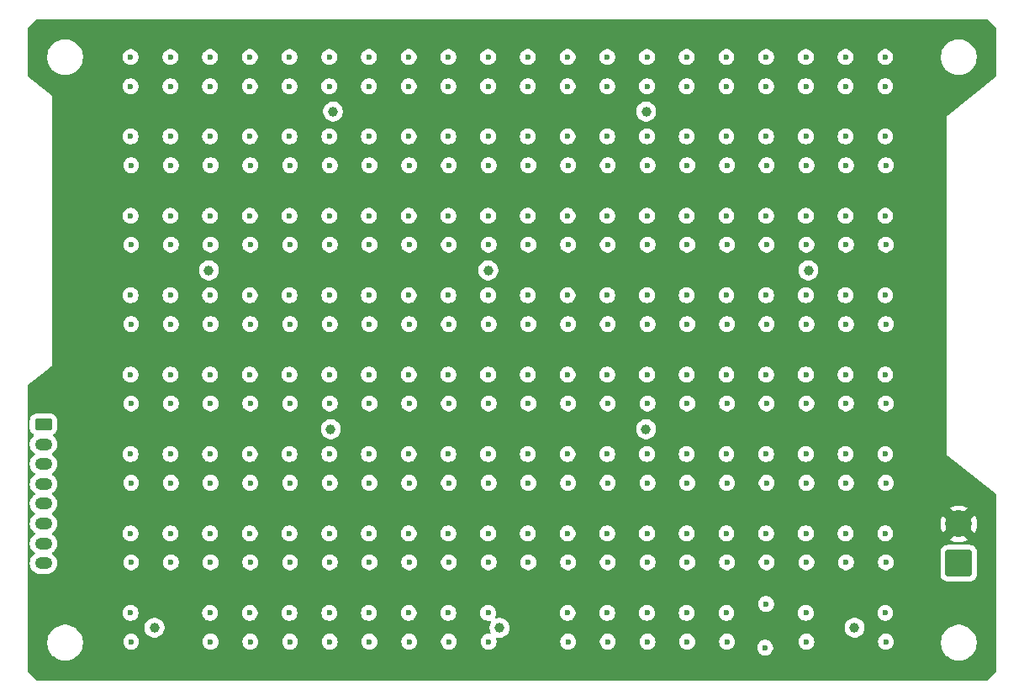
<source format=gbr>
%TF.GenerationSoftware,KiCad,Pcbnew,9.0.4*%
%TF.CreationDate,2025-10-23T14:40:02-04:00*%
%TF.ProjectId,display,64697370-6c61-4792-9e6b-696361645f70,0.1.0*%
%TF.SameCoordinates,Original*%
%TF.FileFunction,Copper,L2,Inr*%
%TF.FilePolarity,Positive*%
%FSLAX46Y46*%
G04 Gerber Fmt 4.6, Leading zero omitted, Abs format (unit mm)*
G04 Created by KiCad (PCBNEW 9.0.4) date 2025-10-23 14:40:02*
%MOMM*%
%LPD*%
G01*
G04 APERTURE LIST*
G04 Aperture macros list*
%AMRoundRect*
0 Rectangle with rounded corners*
0 $1 Rounding radius*
0 $2 $3 $4 $5 $6 $7 $8 $9 X,Y pos of 4 corners*
0 Add a 4 corners polygon primitive as box body*
4,1,4,$2,$3,$4,$5,$6,$7,$8,$9,$2,$3,0*
0 Add four circle primitives for the rounded corners*
1,1,$1+$1,$2,$3*
1,1,$1+$1,$4,$5*
1,1,$1+$1,$6,$7*
1,1,$1+$1,$8,$9*
0 Add four rect primitives between the rounded corners*
20,1,$1+$1,$2,$3,$4,$5,0*
20,1,$1+$1,$4,$5,$6,$7,0*
20,1,$1+$1,$6,$7,$8,$9,0*
20,1,$1+$1,$8,$9,$2,$3,0*%
G04 Aperture macros list end*
%TA.AperFunction,ComponentPad*%
%ADD10RoundRect,0.250001X1.099999X-1.099999X1.099999X1.099999X-1.099999X1.099999X-1.099999X-1.099999X0*%
%TD*%
%TA.AperFunction,ComponentPad*%
%ADD11C,2.700000*%
%TD*%
%TA.AperFunction,ComponentPad*%
%ADD12RoundRect,0.250000X-0.625000X0.350000X-0.625000X-0.350000X0.625000X-0.350000X0.625000X0.350000X0*%
%TD*%
%TA.AperFunction,ComponentPad*%
%ADD13O,1.750000X1.200000*%
%TD*%
%TA.AperFunction,ViaPad*%
%ADD14C,0.600000*%
%TD*%
%TA.AperFunction,ViaPad*%
%ADD15C,1.000000*%
%TD*%
G04 APERTURE END LIST*
D10*
%TO.N,VDD*%
%TO.C,J1*%
X101000000Y-67000000D03*
D11*
%TO.N,GND*%
X101000000Y-63040000D03*
%TD*%
D12*
%TO.N,DIN1*%
%TO.C,J2*%
X8825000Y-53000000D03*
D13*
%TO.N,DIN2*%
X8825000Y-55000000D03*
%TO.N,DIN3*%
X8825000Y-57000000D03*
%TO.N,DIN4*%
X8825000Y-59000000D03*
%TO.N,DIN5*%
X8825000Y-61000000D03*
%TO.N,DIN6*%
X8825000Y-63000000D03*
%TO.N,DIN7*%
X8825000Y-65000000D03*
%TO.N,DIN8*%
X8825000Y-67000000D03*
%TD*%
D14*
%TO.N,GND*%
X61498750Y-20050000D03*
X73552500Y-28000000D03*
X77552500Y-28000000D03*
X29552500Y-76000000D03*
X61700000Y-46900000D03*
X65000000Y-61500000D03*
X85552500Y-28000000D03*
X61700000Y-54900000D03*
X85552500Y-44000000D03*
X41700000Y-38900000D03*
X29700000Y-22900000D03*
X21700000Y-22900000D03*
X37552500Y-28000000D03*
X45552500Y-44000000D03*
X85700000Y-30900000D03*
X53552500Y-44000000D03*
X17567500Y-65500000D03*
X57700000Y-54900000D03*
X41700000Y-62900000D03*
X49000000Y-33500000D03*
X85552500Y-36000000D03*
X45552500Y-68000000D03*
X17500000Y-20050000D03*
X65700000Y-70900000D03*
X61552500Y-60000000D03*
X49000000Y-61500000D03*
X45498750Y-20050000D03*
X85700000Y-46900000D03*
D15*
X20000000Y-37500000D03*
D14*
X73552500Y-36000000D03*
X65000000Y-65500000D03*
X85552500Y-76000000D03*
X49000000Y-53500000D03*
X89552500Y-52000000D03*
X25700000Y-30900000D03*
D15*
X74884300Y-53500000D03*
D14*
X53552500Y-52000000D03*
X25552500Y-76000000D03*
X73700000Y-38900000D03*
X81700000Y-54900000D03*
X69552500Y-60000000D03*
X85700000Y-54900000D03*
X41552500Y-68000000D03*
X85498750Y-20050000D03*
X21498750Y-20050000D03*
X53552500Y-68000000D03*
X33000000Y-45500000D03*
X57498750Y-20050000D03*
X17553750Y-76000000D03*
X57700000Y-14900000D03*
X85552500Y-52000000D03*
X49700000Y-22900000D03*
X37552500Y-68000000D03*
X25552500Y-36000000D03*
X57700000Y-30900000D03*
X17700000Y-46900000D03*
X89552500Y-28000000D03*
X25700000Y-46900000D03*
X25700000Y-54900000D03*
X65000000Y-17500000D03*
X25700000Y-70900000D03*
X37700000Y-22900000D03*
X57700000Y-62900000D03*
X53700000Y-62900000D03*
X49000000Y-77500000D03*
X45552500Y-76000000D03*
X17567500Y-33500000D03*
X37552500Y-60000000D03*
X49700000Y-46900000D03*
X77552500Y-68000000D03*
X77700000Y-14900000D03*
X29498750Y-20050000D03*
D15*
X25500000Y-73500000D03*
D14*
X57552500Y-52000000D03*
X49000000Y-21500000D03*
X29552500Y-44000000D03*
X73700000Y-62900000D03*
X33000000Y-37500000D03*
X41700000Y-30900000D03*
X77700000Y-38900000D03*
X45700000Y-14900000D03*
X53552500Y-60000000D03*
X73700000Y-46900000D03*
X81000000Y-17500000D03*
X69552500Y-68000000D03*
X33000000Y-41500000D03*
X45700000Y-62900000D03*
X21700000Y-14900000D03*
X81000000Y-69500000D03*
X89700000Y-62900000D03*
X69552500Y-76000000D03*
D15*
X43481400Y-21500000D03*
D14*
X25498750Y-20050000D03*
X29552500Y-52000000D03*
X53700000Y-14900000D03*
X29700000Y-62900000D03*
X33700000Y-14900000D03*
X29552500Y-36000000D03*
X65000000Y-45500000D03*
X61552500Y-28000000D03*
X73552500Y-52000000D03*
X93700000Y-46900000D03*
X73498750Y-20050000D03*
X93700000Y-38900000D03*
X45700000Y-22900000D03*
X89552500Y-68000000D03*
X17700000Y-30900000D03*
X89700000Y-46900000D03*
D15*
X75018600Y-21500000D03*
D14*
X45700000Y-30900000D03*
X17567500Y-57500000D03*
X49000000Y-37500000D03*
X93552500Y-76000000D03*
X65700000Y-38900000D03*
X29552500Y-68000000D03*
X33000000Y-57500000D03*
X49000000Y-41500000D03*
X57700000Y-70900000D03*
X65000000Y-29500000D03*
X53552500Y-76000000D03*
X65000000Y-77500000D03*
X29552500Y-60000000D03*
X65000000Y-21500000D03*
X33000000Y-65500000D03*
X81000000Y-57500000D03*
X21552500Y-44000000D03*
X93700000Y-70900000D03*
X93552500Y-36000000D03*
X45552500Y-52000000D03*
X81000000Y-33500000D03*
X77700000Y-30900000D03*
X73700000Y-30900000D03*
X37700000Y-30900000D03*
X33700000Y-22900000D03*
X89498750Y-20050000D03*
X89552500Y-44000000D03*
X17567500Y-41500000D03*
X81000000Y-37500000D03*
X45552500Y-60000000D03*
X33000000Y-17500000D03*
X61700000Y-14900000D03*
X37700000Y-14900000D03*
X53700000Y-38900000D03*
X81700000Y-22900000D03*
X77700000Y-46900000D03*
X53552500Y-36000000D03*
X41552500Y-44000000D03*
X53498750Y-20050000D03*
X29700000Y-46900000D03*
X77552500Y-60000000D03*
X81700000Y-30900000D03*
X49000000Y-69500000D03*
X45700000Y-46900000D03*
X73552500Y-60000000D03*
X17700000Y-62900000D03*
X93552500Y-68000000D03*
X81700000Y-38900000D03*
X33700000Y-46900000D03*
X29700000Y-70900000D03*
X85700000Y-14900000D03*
X77552500Y-36000000D03*
X93700000Y-14900000D03*
X33700000Y-30900000D03*
X37700000Y-70900000D03*
X65000000Y-57500000D03*
X17553750Y-52000000D03*
X89700000Y-54900000D03*
X65700000Y-46900000D03*
X49700000Y-62900000D03*
X93700000Y-54900000D03*
X37498750Y-20050000D03*
X93552500Y-44000000D03*
X81000000Y-65500000D03*
X81000000Y-45500000D03*
X65000000Y-33500000D03*
X21700000Y-30900000D03*
X65700000Y-30900000D03*
X93552500Y-60000000D03*
X81700000Y-14900000D03*
X61700000Y-38900000D03*
X49000000Y-17500000D03*
X65000000Y-73500000D03*
X57700000Y-46900000D03*
X45552500Y-36000000D03*
X69552500Y-44000000D03*
D15*
X84750000Y-73500000D03*
D14*
X37700000Y-38900000D03*
X21552500Y-68000000D03*
X49000000Y-45500000D03*
X25700000Y-22900000D03*
X25552500Y-28000000D03*
X45700000Y-38900000D03*
X41552500Y-28000000D03*
D15*
X59250000Y-37500000D03*
D14*
X73552500Y-68000000D03*
X93552500Y-52000000D03*
X57552500Y-60000000D03*
X61552500Y-68000000D03*
X29700000Y-38900000D03*
X17700000Y-38900000D03*
X85552500Y-60000000D03*
X49700000Y-70900000D03*
X41552500Y-60000000D03*
X33700000Y-38900000D03*
X33000000Y-25500000D03*
X33700000Y-62900000D03*
X93700000Y-22900000D03*
X17700000Y-54900000D03*
X69700000Y-70900000D03*
X57552500Y-44000000D03*
X61700000Y-70900000D03*
D15*
X43600000Y-53400000D03*
D14*
X33000000Y-73500000D03*
X61552500Y-76000000D03*
X77552500Y-76000000D03*
X53552500Y-28000000D03*
X65700000Y-54900000D03*
X85700000Y-22900000D03*
X65000000Y-53500000D03*
X49700000Y-38900000D03*
X33000000Y-49500000D03*
X65700000Y-14900000D03*
X49000000Y-65500000D03*
X21552500Y-76000000D03*
X45700000Y-54900000D03*
X17700000Y-14900000D03*
D15*
X49268600Y-73500000D03*
D14*
X37700000Y-54900000D03*
X69552500Y-36000000D03*
X61700000Y-30900000D03*
X89700000Y-30900000D03*
X93500000Y-17500000D03*
X69552500Y-28000000D03*
X61552500Y-52000000D03*
X17700000Y-22900000D03*
X41552500Y-76000000D03*
X53700000Y-30900000D03*
X69700000Y-62900000D03*
X17553750Y-68000000D03*
X45700000Y-70900000D03*
X49000000Y-57500000D03*
X21552500Y-60000000D03*
X33700000Y-54900000D03*
X69700000Y-30900000D03*
X17553750Y-60000000D03*
X25700000Y-38900000D03*
X57552500Y-68000000D03*
X61552500Y-36000000D03*
X81000000Y-25500000D03*
X69700000Y-54900000D03*
X65000000Y-37500000D03*
X49000000Y-25500000D03*
X93500000Y-25500000D03*
X93500000Y-57500000D03*
X81000000Y-21500000D03*
X73700000Y-54900000D03*
X53700000Y-54900000D03*
X45552500Y-28000000D03*
X77700000Y-62900000D03*
X33000000Y-21500000D03*
X17567500Y-73500000D03*
X17553750Y-28000000D03*
X81700000Y-62900000D03*
X33000000Y-61500000D03*
X21700000Y-62900000D03*
X17553750Y-36000000D03*
X89700000Y-70900000D03*
X17553750Y-44000000D03*
X25552500Y-60000000D03*
X17567500Y-49500000D03*
X81000000Y-61500000D03*
X73700000Y-70900000D03*
X33000000Y-33500000D03*
X49700000Y-14900000D03*
X73552500Y-44000000D03*
X85552500Y-68000000D03*
X77552500Y-44000000D03*
X73700000Y-22900000D03*
X93652500Y-49500000D03*
X93498750Y-20050000D03*
X61700000Y-22900000D03*
X53700000Y-46900000D03*
X57700000Y-22900000D03*
X41700000Y-70900000D03*
X21552500Y-28000000D03*
X29552500Y-28000000D03*
X93700000Y-62900000D03*
X17567500Y-25500000D03*
X53700000Y-22900000D03*
X33000000Y-77500000D03*
X37552500Y-52000000D03*
X37552500Y-44000000D03*
X65000000Y-69500000D03*
X21700000Y-54900000D03*
X53700000Y-70900000D03*
X85700000Y-38900000D03*
X81000000Y-77500000D03*
X25552500Y-68000000D03*
X69700000Y-14900000D03*
X33700000Y-70900000D03*
X21700000Y-70900000D03*
X69498750Y-20050000D03*
X37552500Y-76000000D03*
D15*
X91500000Y-37500000D03*
D14*
X37700000Y-62900000D03*
X25700000Y-62900000D03*
X37552500Y-36000000D03*
X81700000Y-46900000D03*
X49000000Y-49500000D03*
X93700000Y-30900000D03*
X81000000Y-53500000D03*
X93652500Y-65500000D03*
X73552500Y-76000000D03*
X65000000Y-25500000D03*
X41700000Y-14900000D03*
X65700000Y-22900000D03*
X25552500Y-52000000D03*
X73700000Y-14900000D03*
X69700000Y-46900000D03*
X93500000Y-33500000D03*
X33000000Y-53500000D03*
X33000000Y-29500000D03*
X49700000Y-30900000D03*
X85700000Y-62900000D03*
X17700000Y-70900000D03*
X69700000Y-22900000D03*
X61552500Y-44000000D03*
X33000000Y-69500000D03*
X81000000Y-49500000D03*
X41633750Y-36000000D03*
X81000000Y-41500000D03*
X25700000Y-14900000D03*
X61700000Y-62900000D03*
X17567500Y-17500000D03*
X69700000Y-38900000D03*
X21700000Y-46900000D03*
X93500000Y-41500000D03*
X29700000Y-30900000D03*
X89552500Y-76000000D03*
X37700000Y-46900000D03*
X65000000Y-41500000D03*
X89552500Y-60000000D03*
X85700000Y-70900000D03*
X93500000Y-73500000D03*
X65700000Y-62900000D03*
X49000000Y-29500000D03*
X69552500Y-52000000D03*
X25552500Y-44000000D03*
X77700000Y-70900000D03*
X93552500Y-28000000D03*
X41700000Y-46900000D03*
X49700000Y-54900000D03*
X89700000Y-14900000D03*
X21552500Y-52000000D03*
X57552500Y-28000000D03*
X29700000Y-54900000D03*
X81000000Y-29500000D03*
X57552500Y-76000000D03*
X89700000Y-22900000D03*
X65000000Y-49500000D03*
X29700000Y-14900000D03*
%TO.N,VDD*%
X37652500Y-58900000D03*
X69600000Y-16000000D03*
X25652500Y-26900000D03*
X93600000Y-64000000D03*
X45652500Y-26900000D03*
X73600000Y-40000000D03*
X49598750Y-18950000D03*
X33600000Y-24000000D03*
X37600000Y-56000000D03*
X45652500Y-58900000D03*
X37600000Y-16000000D03*
X65652500Y-42900000D03*
X29600000Y-40000000D03*
X53600000Y-32000000D03*
X81589416Y-71093556D03*
X93652500Y-34900000D03*
X85652500Y-58900000D03*
X29652500Y-50900000D03*
X25600000Y-32000000D03*
X29598750Y-18950000D03*
X41600000Y-16000000D03*
X37600000Y-32000000D03*
X37652500Y-42900000D03*
X17598750Y-18950000D03*
X37652500Y-74900000D03*
X21600000Y-32000000D03*
X73600000Y-48000000D03*
X81652500Y-50900000D03*
X61600000Y-16000000D03*
X49652500Y-26900000D03*
X73652500Y-58900000D03*
X69600000Y-56000000D03*
X29652500Y-66900000D03*
X21600000Y-16000000D03*
X61652500Y-66900000D03*
X29600000Y-24000000D03*
X77600000Y-72000000D03*
X77600000Y-56000000D03*
X49600000Y-56000000D03*
X81598750Y-18950000D03*
X93652500Y-74900000D03*
X57600000Y-32000000D03*
X93652500Y-66900000D03*
X61598750Y-18950000D03*
D15*
X90500000Y-73500000D03*
D14*
X73600000Y-56000000D03*
X45652500Y-42900000D03*
X17652500Y-74900000D03*
X81652500Y-66900000D03*
X41600000Y-24000000D03*
X21600000Y-40000000D03*
X21652500Y-42900000D03*
X25600000Y-64000000D03*
X93652500Y-50900000D03*
X33600000Y-64000000D03*
X73600000Y-72000000D03*
X65600000Y-40000000D03*
X57652500Y-34900000D03*
X81600000Y-16000000D03*
X53652500Y-26900000D03*
X53600000Y-56000000D03*
X81652500Y-26900000D03*
X65600000Y-72000000D03*
X65652500Y-74900000D03*
X69600000Y-24000000D03*
X21652500Y-50900000D03*
X61600000Y-24000000D03*
X49652500Y-42900000D03*
X61600000Y-64000000D03*
X57652500Y-66900000D03*
X81600000Y-56000000D03*
X57600000Y-40000000D03*
X69652500Y-58900000D03*
X85600000Y-32000000D03*
X93652500Y-58900000D03*
X69600000Y-72000000D03*
X77652500Y-34900000D03*
X33652500Y-66900000D03*
X81500000Y-75500000D03*
X41600000Y-64000000D03*
X85652500Y-66900000D03*
X41652500Y-50900000D03*
X41652500Y-42900000D03*
X89652500Y-58900000D03*
X93600000Y-48000000D03*
X41600000Y-48000000D03*
X49600000Y-48000000D03*
X41652500Y-34900000D03*
X25600000Y-56000000D03*
X53600000Y-72000000D03*
X45598750Y-18950000D03*
X69652500Y-34900000D03*
X17600000Y-40000000D03*
X69652500Y-26900000D03*
X65652500Y-26900000D03*
X85600000Y-48000000D03*
X61600000Y-40000000D03*
X37600000Y-64000000D03*
X85652500Y-34900000D03*
X61600000Y-48000000D03*
X37652500Y-34900000D03*
X57600000Y-56000000D03*
X57600000Y-24000000D03*
X89600000Y-56000000D03*
X49652500Y-50900000D03*
X57652500Y-58900000D03*
X85600000Y-72000000D03*
X69600000Y-48000000D03*
X17652500Y-42900000D03*
X65600000Y-56000000D03*
X65600000Y-64000000D03*
X89652500Y-66900000D03*
X17652500Y-66900000D03*
X49600000Y-72000000D03*
X89600000Y-64000000D03*
X77652500Y-66900000D03*
X45652500Y-66900000D03*
X53652500Y-50900000D03*
X77598750Y-18950000D03*
X41598750Y-18950000D03*
X21652500Y-66900000D03*
X73600000Y-32000000D03*
X73600000Y-16000000D03*
X25652500Y-66900000D03*
X49600000Y-40000000D03*
X85652500Y-50900000D03*
X17652500Y-50900000D03*
X41652500Y-74900000D03*
X93600000Y-40000000D03*
X33600000Y-40000000D03*
X33652500Y-34900000D03*
X49600000Y-24000000D03*
X57600000Y-16000000D03*
X61600000Y-72000000D03*
X73652500Y-50900000D03*
X93600000Y-56000000D03*
X81652500Y-34900000D03*
X37600000Y-24000000D03*
X77600000Y-48000000D03*
X57598750Y-18950000D03*
X45600000Y-40000000D03*
X61600000Y-32000000D03*
D15*
X53615700Y-37500000D03*
D14*
X73652500Y-26900000D03*
X49652500Y-74900000D03*
X33600000Y-32000000D03*
X73652500Y-42900000D03*
X21600000Y-64000000D03*
X85598750Y-18950000D03*
X29600000Y-72000000D03*
X41600000Y-72000000D03*
X93600000Y-24000000D03*
X33600000Y-56000000D03*
X49600000Y-64000000D03*
X57652500Y-50900000D03*
X81652500Y-42900000D03*
X89652500Y-26900000D03*
X77652500Y-42900000D03*
X73652500Y-34900000D03*
X33652500Y-74900000D03*
X45600000Y-64000000D03*
X81652500Y-58900000D03*
X29652500Y-26900000D03*
X73652500Y-74900000D03*
X17600000Y-16000000D03*
X25652500Y-58900000D03*
D15*
X85865700Y-37500000D03*
D14*
X61652500Y-50900000D03*
X45600000Y-56000000D03*
X29652500Y-58900000D03*
X81600000Y-48000000D03*
X29652500Y-74900000D03*
X77600000Y-40000000D03*
X33652500Y-58900000D03*
X53652500Y-66900000D03*
X57652500Y-26900000D03*
X89652500Y-34900000D03*
X41652500Y-66900000D03*
X29652500Y-42900000D03*
X61600000Y-56000000D03*
X17600000Y-24000000D03*
X49652500Y-58900000D03*
X53600000Y-48000000D03*
X41652500Y-58900000D03*
X45600000Y-48000000D03*
X21600000Y-48000000D03*
X85652500Y-74900000D03*
X25598750Y-18950000D03*
X65600000Y-48000000D03*
X65652500Y-50900000D03*
X61652500Y-34900000D03*
X33600000Y-16000000D03*
X93652500Y-26900000D03*
X73600000Y-64000000D03*
X53600000Y-24000000D03*
X89600000Y-32000000D03*
X37600000Y-48000000D03*
X25600000Y-16000000D03*
X29652500Y-34900000D03*
X85600000Y-56000000D03*
X57652500Y-42900000D03*
D15*
X54750000Y-73500000D03*
D14*
X81600000Y-24000000D03*
X69652500Y-50900000D03*
X53600000Y-64000000D03*
X17600000Y-48000000D03*
X77652500Y-26900000D03*
X29600000Y-32000000D03*
X81600000Y-64000000D03*
X37600000Y-40000000D03*
X17600000Y-72000000D03*
X65600000Y-16000000D03*
X89600000Y-24000000D03*
D15*
X25481400Y-37500000D03*
D14*
X25652500Y-74900000D03*
X25600000Y-40000000D03*
X69600000Y-64000000D03*
X37652500Y-50900000D03*
X25600000Y-72000000D03*
X41600000Y-40000000D03*
X69600000Y-32000000D03*
X65652500Y-66900000D03*
X45652500Y-74900000D03*
X45600000Y-24000000D03*
X57600000Y-48000000D03*
X33652500Y-26900000D03*
X21600000Y-24000000D03*
X37652500Y-66900000D03*
X93600000Y-72000000D03*
X29600000Y-64000000D03*
X77600000Y-32000000D03*
X61652500Y-74900000D03*
X93598750Y-18950000D03*
X65600000Y-32000000D03*
X89600000Y-48000000D03*
X37652500Y-26900000D03*
X89598750Y-18950000D03*
X89600000Y-16000000D03*
X93600000Y-16000000D03*
X69598750Y-18950000D03*
D15*
X69518600Y-21500000D03*
D14*
X25600000Y-24000000D03*
X45600000Y-16000000D03*
D15*
X37981400Y-21500000D03*
D14*
X89600000Y-40000000D03*
X81600000Y-32000000D03*
X45600000Y-32000000D03*
D15*
X20000000Y-73500000D03*
D14*
X85600000Y-64000000D03*
X25652500Y-42900000D03*
X29600000Y-48000000D03*
X21600000Y-56000000D03*
X73600000Y-24000000D03*
X85652500Y-26900000D03*
X89652500Y-50900000D03*
X45652500Y-50900000D03*
X61652500Y-42900000D03*
X53598750Y-18950000D03*
X17652500Y-34900000D03*
X69652500Y-66900000D03*
X77600000Y-24000000D03*
X65600000Y-24000000D03*
X49600000Y-16000000D03*
X77600000Y-64000000D03*
X73598750Y-18950000D03*
X29600000Y-16000000D03*
X45652500Y-34900000D03*
D15*
X69500000Y-53500000D03*
D14*
X41600000Y-32000000D03*
X33600000Y-48000000D03*
X53652500Y-58900000D03*
X61652500Y-58900000D03*
X17600000Y-64000000D03*
X41652500Y-26900000D03*
X53600000Y-16000000D03*
X85600000Y-16000000D03*
X41600000Y-56000000D03*
X21652500Y-34900000D03*
X17652500Y-58900000D03*
X85600000Y-24000000D03*
X69652500Y-42900000D03*
X21652500Y-58900000D03*
X33652500Y-42900000D03*
X45600000Y-72000000D03*
X21652500Y-26900000D03*
X61652500Y-26900000D03*
X53652500Y-42900000D03*
X65652500Y-58900000D03*
X25652500Y-34900000D03*
X77600000Y-16000000D03*
X69600000Y-40000000D03*
X17600000Y-56000000D03*
X77652500Y-50900000D03*
X77652500Y-74900000D03*
X89652500Y-42900000D03*
X65652500Y-34900000D03*
X57600000Y-64000000D03*
X81600000Y-40000000D03*
X93600000Y-32000000D03*
X73652500Y-66900000D03*
X49600000Y-32000000D03*
X37598750Y-18950000D03*
X53652500Y-74900000D03*
X33598750Y-18950000D03*
X65598750Y-18950000D03*
X25600000Y-48000000D03*
X33652500Y-50900000D03*
X85652500Y-42900000D03*
X17600000Y-32000000D03*
X69652500Y-74900000D03*
X77652500Y-58900000D03*
X33600000Y-72000000D03*
D15*
X37750000Y-53500000D03*
D14*
X29600000Y-56000000D03*
X49652500Y-66900000D03*
X49652500Y-34900000D03*
X17652500Y-26900000D03*
X53652500Y-34900000D03*
X21598750Y-18950000D03*
X37600000Y-72000000D03*
X53600000Y-40000000D03*
X85600000Y-40000000D03*
X25652500Y-50900000D03*
X93652500Y-42900000D03*
%TD*%
%TA.AperFunction,Conductor*%
%TO.N,GND*%
G36*
X103932627Y-12220185D02*
G01*
X103953269Y-12236819D01*
X104763181Y-13046731D01*
X104796666Y-13108054D01*
X104799500Y-13134412D01*
X104799500Y-17844036D01*
X104779815Y-17911075D01*
X104752962Y-17940864D01*
X99910719Y-21814658D01*
X99896973Y-21825654D01*
X99886426Y-21830024D01*
X99866080Y-21850369D01*
X99860720Y-21854658D01*
X99860716Y-21854662D01*
X99843605Y-21868350D01*
X99838096Y-21878352D01*
X99830024Y-21886426D01*
X99819017Y-21912996D01*
X99815702Y-21919017D01*
X99815702Y-21919020D01*
X99805131Y-21938217D01*
X99805130Y-21938218D01*
X99805130Y-21938220D01*
X99803868Y-21949570D01*
X99799500Y-21960118D01*
X99799500Y-21988891D01*
X99798742Y-21995713D01*
X99796321Y-22017499D01*
X99797367Y-22029669D01*
X99797173Y-22029685D01*
X99799500Y-22046069D01*
X99799500Y-55971535D01*
X99796322Y-55982503D01*
X99799500Y-56011106D01*
X99799500Y-56039880D01*
X99801710Y-56050995D01*
X99805130Y-56061780D01*
X99815698Y-56080972D01*
X99819013Y-56086992D01*
X99830024Y-56113574D01*
X99838098Y-56121648D01*
X99843606Y-56131650D01*
X99866076Y-56149626D01*
X99886426Y-56169976D01*
X99896974Y-56174344D01*
X99910721Y-56185342D01*
X101121281Y-57153790D01*
X104752962Y-60059135D01*
X104793014Y-60116385D01*
X104799500Y-60155962D01*
X104799500Y-77865588D01*
X104779815Y-77932627D01*
X104763181Y-77953269D01*
X103953269Y-78763181D01*
X103891946Y-78796666D01*
X103865588Y-78799500D01*
X8134412Y-78799500D01*
X8067373Y-78779815D01*
X8046731Y-78763181D01*
X7236819Y-77953269D01*
X7203334Y-77891946D01*
X7200500Y-77865588D01*
X7200500Y-74881995D01*
X9199500Y-74881995D01*
X9199500Y-75118004D01*
X9199501Y-75118020D01*
X9230306Y-75352010D01*
X9291394Y-75579993D01*
X9381714Y-75798045D01*
X9381719Y-75798056D01*
X9452677Y-75920957D01*
X9499727Y-76002450D01*
X9499729Y-76002453D01*
X9499730Y-76002454D01*
X9643406Y-76189697D01*
X9643412Y-76189704D01*
X9810295Y-76356587D01*
X9810302Y-76356593D01*
X9860598Y-76395186D01*
X9997550Y-76500273D01*
X10128918Y-76576118D01*
X10201943Y-76618280D01*
X10201948Y-76618282D01*
X10201951Y-76618284D01*
X10420007Y-76708606D01*
X10647986Y-76769693D01*
X10881989Y-76800500D01*
X10881996Y-76800500D01*
X11118004Y-76800500D01*
X11118011Y-76800500D01*
X11352014Y-76769693D01*
X11579993Y-76708606D01*
X11798049Y-76618284D01*
X12002450Y-76500273D01*
X12189699Y-76356592D01*
X12356592Y-76189699D01*
X12500273Y-76002450D01*
X12618284Y-75798049D01*
X12708606Y-75579993D01*
X12769693Y-75352014D01*
X12800500Y-75118011D01*
X12800500Y-74881989D01*
X12800002Y-74878210D01*
X12793820Y-74831252D01*
X12793820Y-74831251D01*
X12792491Y-74821153D01*
X16852000Y-74821153D01*
X16852000Y-74978846D01*
X16882761Y-75133489D01*
X16882764Y-75133501D01*
X16943102Y-75279172D01*
X16943109Y-75279185D01*
X17030710Y-75410288D01*
X17030713Y-75410292D01*
X17142207Y-75521786D01*
X17142211Y-75521789D01*
X17273314Y-75609390D01*
X17273327Y-75609397D01*
X17418998Y-75669735D01*
X17419003Y-75669737D01*
X17573653Y-75700499D01*
X17573656Y-75700500D01*
X17573658Y-75700500D01*
X17731344Y-75700500D01*
X17731345Y-75700499D01*
X17885997Y-75669737D01*
X18031679Y-75609394D01*
X18162789Y-75521789D01*
X18274289Y-75410289D01*
X18361894Y-75279179D01*
X18422237Y-75133497D01*
X18453000Y-74978842D01*
X18453000Y-74821158D01*
X18453000Y-74821155D01*
X18452999Y-74821153D01*
X24852000Y-74821153D01*
X24852000Y-74978846D01*
X24882761Y-75133489D01*
X24882764Y-75133501D01*
X24943102Y-75279172D01*
X24943109Y-75279185D01*
X25030710Y-75410288D01*
X25030713Y-75410292D01*
X25142207Y-75521786D01*
X25142211Y-75521789D01*
X25273314Y-75609390D01*
X25273327Y-75609397D01*
X25418998Y-75669735D01*
X25419003Y-75669737D01*
X25573653Y-75700499D01*
X25573656Y-75700500D01*
X25573658Y-75700500D01*
X25731344Y-75700500D01*
X25731345Y-75700499D01*
X25885997Y-75669737D01*
X26031679Y-75609394D01*
X26162789Y-75521789D01*
X26274289Y-75410289D01*
X26361894Y-75279179D01*
X26422237Y-75133497D01*
X26453000Y-74978842D01*
X26453000Y-74821158D01*
X26453000Y-74821155D01*
X26452999Y-74821153D01*
X28852000Y-74821153D01*
X28852000Y-74978846D01*
X28882761Y-75133489D01*
X28882764Y-75133501D01*
X28943102Y-75279172D01*
X28943109Y-75279185D01*
X29030710Y-75410288D01*
X29030713Y-75410292D01*
X29142207Y-75521786D01*
X29142211Y-75521789D01*
X29273314Y-75609390D01*
X29273327Y-75609397D01*
X29418998Y-75669735D01*
X29419003Y-75669737D01*
X29573653Y-75700499D01*
X29573656Y-75700500D01*
X29573658Y-75700500D01*
X29731344Y-75700500D01*
X29731345Y-75700499D01*
X29885997Y-75669737D01*
X30031679Y-75609394D01*
X30162789Y-75521789D01*
X30274289Y-75410289D01*
X30361894Y-75279179D01*
X30422237Y-75133497D01*
X30453000Y-74978842D01*
X30453000Y-74821158D01*
X30453000Y-74821155D01*
X30452999Y-74821153D01*
X32852000Y-74821153D01*
X32852000Y-74978846D01*
X32882761Y-75133489D01*
X32882764Y-75133501D01*
X32943102Y-75279172D01*
X32943109Y-75279185D01*
X33030710Y-75410288D01*
X33030713Y-75410292D01*
X33142207Y-75521786D01*
X33142211Y-75521789D01*
X33273314Y-75609390D01*
X33273327Y-75609397D01*
X33418998Y-75669735D01*
X33419003Y-75669737D01*
X33573653Y-75700499D01*
X33573656Y-75700500D01*
X33573658Y-75700500D01*
X33731344Y-75700500D01*
X33731345Y-75700499D01*
X33885997Y-75669737D01*
X34031679Y-75609394D01*
X34162789Y-75521789D01*
X34274289Y-75410289D01*
X34361894Y-75279179D01*
X34422237Y-75133497D01*
X34453000Y-74978842D01*
X34453000Y-74821158D01*
X34453000Y-74821155D01*
X34452999Y-74821153D01*
X36852000Y-74821153D01*
X36852000Y-74978846D01*
X36882761Y-75133489D01*
X36882764Y-75133501D01*
X36943102Y-75279172D01*
X36943109Y-75279185D01*
X37030710Y-75410288D01*
X37030713Y-75410292D01*
X37142207Y-75521786D01*
X37142211Y-75521789D01*
X37273314Y-75609390D01*
X37273327Y-75609397D01*
X37418998Y-75669735D01*
X37419003Y-75669737D01*
X37573653Y-75700499D01*
X37573656Y-75700500D01*
X37573658Y-75700500D01*
X37731344Y-75700500D01*
X37731345Y-75700499D01*
X37885997Y-75669737D01*
X38031679Y-75609394D01*
X38162789Y-75521789D01*
X38274289Y-75410289D01*
X38361894Y-75279179D01*
X38422237Y-75133497D01*
X38453000Y-74978842D01*
X38453000Y-74821158D01*
X38453000Y-74821155D01*
X38452999Y-74821153D01*
X40852000Y-74821153D01*
X40852000Y-74978846D01*
X40882761Y-75133489D01*
X40882764Y-75133501D01*
X40943102Y-75279172D01*
X40943109Y-75279185D01*
X41030710Y-75410288D01*
X41030713Y-75410292D01*
X41142207Y-75521786D01*
X41142211Y-75521789D01*
X41273314Y-75609390D01*
X41273327Y-75609397D01*
X41418998Y-75669735D01*
X41419003Y-75669737D01*
X41573653Y-75700499D01*
X41573656Y-75700500D01*
X41573658Y-75700500D01*
X41731344Y-75700500D01*
X41731345Y-75700499D01*
X41885997Y-75669737D01*
X42031679Y-75609394D01*
X42162789Y-75521789D01*
X42274289Y-75410289D01*
X42361894Y-75279179D01*
X42422237Y-75133497D01*
X42453000Y-74978842D01*
X42453000Y-74821158D01*
X42453000Y-74821155D01*
X42452999Y-74821153D01*
X44852000Y-74821153D01*
X44852000Y-74978846D01*
X44882761Y-75133489D01*
X44882764Y-75133501D01*
X44943102Y-75279172D01*
X44943109Y-75279185D01*
X45030710Y-75410288D01*
X45030713Y-75410292D01*
X45142207Y-75521786D01*
X45142211Y-75521789D01*
X45273314Y-75609390D01*
X45273327Y-75609397D01*
X45418998Y-75669735D01*
X45419003Y-75669737D01*
X45573653Y-75700499D01*
X45573656Y-75700500D01*
X45573658Y-75700500D01*
X45731344Y-75700500D01*
X45731345Y-75700499D01*
X45885997Y-75669737D01*
X46031679Y-75609394D01*
X46162789Y-75521789D01*
X46274289Y-75410289D01*
X46361894Y-75279179D01*
X46422237Y-75133497D01*
X46453000Y-74978842D01*
X46453000Y-74821158D01*
X46453000Y-74821155D01*
X46452999Y-74821153D01*
X48852000Y-74821153D01*
X48852000Y-74978846D01*
X48882761Y-75133489D01*
X48882764Y-75133501D01*
X48943102Y-75279172D01*
X48943109Y-75279185D01*
X49030710Y-75410288D01*
X49030713Y-75410292D01*
X49142207Y-75521786D01*
X49142211Y-75521789D01*
X49273314Y-75609390D01*
X49273327Y-75609397D01*
X49418998Y-75669735D01*
X49419003Y-75669737D01*
X49573653Y-75700499D01*
X49573656Y-75700500D01*
X49573658Y-75700500D01*
X49731344Y-75700500D01*
X49731345Y-75700499D01*
X49885997Y-75669737D01*
X50031679Y-75609394D01*
X50162789Y-75521789D01*
X50274289Y-75410289D01*
X50361894Y-75279179D01*
X50422237Y-75133497D01*
X50453000Y-74978842D01*
X50453000Y-74821158D01*
X50453000Y-74821155D01*
X50452999Y-74821153D01*
X50434919Y-74730261D01*
X50422237Y-74666503D01*
X50382627Y-74570875D01*
X50361897Y-74520827D01*
X50361890Y-74520814D01*
X50274289Y-74389711D01*
X50274286Y-74389707D01*
X50162792Y-74278213D01*
X50162788Y-74278210D01*
X50031685Y-74190609D01*
X50031672Y-74190602D01*
X49886001Y-74130264D01*
X49885989Y-74130261D01*
X49731345Y-74099500D01*
X49731342Y-74099500D01*
X49573658Y-74099500D01*
X49573655Y-74099500D01*
X49419010Y-74130261D01*
X49418998Y-74130264D01*
X49273327Y-74190602D01*
X49273314Y-74190609D01*
X49142211Y-74278210D01*
X49142207Y-74278213D01*
X49030713Y-74389707D01*
X49030710Y-74389711D01*
X48943109Y-74520814D01*
X48943102Y-74520827D01*
X48882764Y-74666498D01*
X48882761Y-74666510D01*
X48852000Y-74821153D01*
X46452999Y-74821153D01*
X46434919Y-74730261D01*
X46422237Y-74666503D01*
X46382627Y-74570875D01*
X46361897Y-74520827D01*
X46361890Y-74520814D01*
X46274289Y-74389711D01*
X46274286Y-74389707D01*
X46162792Y-74278213D01*
X46162788Y-74278210D01*
X46031685Y-74190609D01*
X46031672Y-74190602D01*
X45886001Y-74130264D01*
X45885989Y-74130261D01*
X45731345Y-74099500D01*
X45731342Y-74099500D01*
X45573658Y-74099500D01*
X45573655Y-74099500D01*
X45419010Y-74130261D01*
X45418998Y-74130264D01*
X45273327Y-74190602D01*
X45273314Y-74190609D01*
X45142211Y-74278210D01*
X45142207Y-74278213D01*
X45030713Y-74389707D01*
X45030710Y-74389711D01*
X44943109Y-74520814D01*
X44943102Y-74520827D01*
X44882764Y-74666498D01*
X44882761Y-74666510D01*
X44852000Y-74821153D01*
X42452999Y-74821153D01*
X42434919Y-74730261D01*
X42422237Y-74666503D01*
X42382627Y-74570875D01*
X42361897Y-74520827D01*
X42361890Y-74520814D01*
X42274289Y-74389711D01*
X42274286Y-74389707D01*
X42162792Y-74278213D01*
X42162788Y-74278210D01*
X42031685Y-74190609D01*
X42031672Y-74190602D01*
X41886001Y-74130264D01*
X41885989Y-74130261D01*
X41731345Y-74099500D01*
X41731342Y-74099500D01*
X41573658Y-74099500D01*
X41573655Y-74099500D01*
X41419010Y-74130261D01*
X41418998Y-74130264D01*
X41273327Y-74190602D01*
X41273314Y-74190609D01*
X41142211Y-74278210D01*
X41142207Y-74278213D01*
X41030713Y-74389707D01*
X41030710Y-74389711D01*
X40943109Y-74520814D01*
X40943102Y-74520827D01*
X40882764Y-74666498D01*
X40882761Y-74666510D01*
X40852000Y-74821153D01*
X38452999Y-74821153D01*
X38434919Y-74730261D01*
X38422237Y-74666503D01*
X38382627Y-74570875D01*
X38361897Y-74520827D01*
X38361890Y-74520814D01*
X38274289Y-74389711D01*
X38274286Y-74389707D01*
X38162792Y-74278213D01*
X38162788Y-74278210D01*
X38031685Y-74190609D01*
X38031672Y-74190602D01*
X37886001Y-74130264D01*
X37885989Y-74130261D01*
X37731345Y-74099500D01*
X37731342Y-74099500D01*
X37573658Y-74099500D01*
X37573655Y-74099500D01*
X37419010Y-74130261D01*
X37418998Y-74130264D01*
X37273327Y-74190602D01*
X37273314Y-74190609D01*
X37142211Y-74278210D01*
X37142207Y-74278213D01*
X37030713Y-74389707D01*
X37030710Y-74389711D01*
X36943109Y-74520814D01*
X36943102Y-74520827D01*
X36882764Y-74666498D01*
X36882761Y-74666510D01*
X36852000Y-74821153D01*
X34452999Y-74821153D01*
X34434919Y-74730261D01*
X34422237Y-74666503D01*
X34382627Y-74570875D01*
X34361897Y-74520827D01*
X34361890Y-74520814D01*
X34274289Y-74389711D01*
X34274286Y-74389707D01*
X34162792Y-74278213D01*
X34162788Y-74278210D01*
X34031685Y-74190609D01*
X34031672Y-74190602D01*
X33886001Y-74130264D01*
X33885989Y-74130261D01*
X33731345Y-74099500D01*
X33731342Y-74099500D01*
X33573658Y-74099500D01*
X33573655Y-74099500D01*
X33419010Y-74130261D01*
X33418998Y-74130264D01*
X33273327Y-74190602D01*
X33273314Y-74190609D01*
X33142211Y-74278210D01*
X33142207Y-74278213D01*
X33030713Y-74389707D01*
X33030710Y-74389711D01*
X32943109Y-74520814D01*
X32943102Y-74520827D01*
X32882764Y-74666498D01*
X32882761Y-74666510D01*
X32852000Y-74821153D01*
X30452999Y-74821153D01*
X30434919Y-74730261D01*
X30422237Y-74666503D01*
X30382627Y-74570875D01*
X30361897Y-74520827D01*
X30361890Y-74520814D01*
X30274289Y-74389711D01*
X30274286Y-74389707D01*
X30162792Y-74278213D01*
X30162788Y-74278210D01*
X30031685Y-74190609D01*
X30031672Y-74190602D01*
X29886001Y-74130264D01*
X29885989Y-74130261D01*
X29731345Y-74099500D01*
X29731342Y-74099500D01*
X29573658Y-74099500D01*
X29573655Y-74099500D01*
X29419010Y-74130261D01*
X29418998Y-74130264D01*
X29273327Y-74190602D01*
X29273314Y-74190609D01*
X29142211Y-74278210D01*
X29142207Y-74278213D01*
X29030713Y-74389707D01*
X29030710Y-74389711D01*
X28943109Y-74520814D01*
X28943102Y-74520827D01*
X28882764Y-74666498D01*
X28882761Y-74666510D01*
X28852000Y-74821153D01*
X26452999Y-74821153D01*
X26434919Y-74730261D01*
X26422237Y-74666503D01*
X26382627Y-74570875D01*
X26361897Y-74520827D01*
X26361890Y-74520814D01*
X26274289Y-74389711D01*
X26274286Y-74389707D01*
X26162792Y-74278213D01*
X26162788Y-74278210D01*
X26031685Y-74190609D01*
X26031672Y-74190602D01*
X25886001Y-74130264D01*
X25885989Y-74130261D01*
X25731345Y-74099500D01*
X25731342Y-74099500D01*
X25573658Y-74099500D01*
X25573655Y-74099500D01*
X25419010Y-74130261D01*
X25418998Y-74130264D01*
X25273327Y-74190602D01*
X25273314Y-74190609D01*
X25142211Y-74278210D01*
X25142207Y-74278213D01*
X25030713Y-74389707D01*
X25030710Y-74389711D01*
X24943109Y-74520814D01*
X24943102Y-74520827D01*
X24882764Y-74666498D01*
X24882761Y-74666510D01*
X24852000Y-74821153D01*
X18452999Y-74821153D01*
X18434919Y-74730261D01*
X18422237Y-74666503D01*
X18382627Y-74570875D01*
X18361897Y-74520827D01*
X18361890Y-74520814D01*
X18274289Y-74389711D01*
X18274286Y-74389707D01*
X18162792Y-74278213D01*
X18162788Y-74278210D01*
X18031685Y-74190609D01*
X18031672Y-74190602D01*
X17886001Y-74130264D01*
X17885989Y-74130261D01*
X17731345Y-74099500D01*
X17731342Y-74099500D01*
X17573658Y-74099500D01*
X17573655Y-74099500D01*
X17419010Y-74130261D01*
X17418998Y-74130264D01*
X17273327Y-74190602D01*
X17273314Y-74190609D01*
X17142211Y-74278210D01*
X17142207Y-74278213D01*
X17030713Y-74389707D01*
X17030710Y-74389711D01*
X16943109Y-74520814D01*
X16943102Y-74520827D01*
X16882764Y-74666498D01*
X16882761Y-74666510D01*
X16852000Y-74821153D01*
X12792491Y-74821153D01*
X12769693Y-74647986D01*
X12708606Y-74420007D01*
X12618284Y-74201951D01*
X12618282Y-74201948D01*
X12618280Y-74201943D01*
X12536326Y-74059996D01*
X12500273Y-73997550D01*
X12356592Y-73810301D01*
X12356587Y-73810295D01*
X12189704Y-73643412D01*
X12189697Y-73643406D01*
X12131230Y-73598543D01*
X18999499Y-73598543D01*
X19037947Y-73791829D01*
X19037950Y-73791839D01*
X19113364Y-73973907D01*
X19113371Y-73973920D01*
X19222860Y-74137781D01*
X19222863Y-74137785D01*
X19362214Y-74277136D01*
X19362218Y-74277139D01*
X19526079Y-74386628D01*
X19526092Y-74386635D01*
X19708160Y-74462049D01*
X19708165Y-74462051D01*
X19708169Y-74462051D01*
X19708170Y-74462052D01*
X19901456Y-74500500D01*
X19901459Y-74500500D01*
X20098543Y-74500500D01*
X20228582Y-74474632D01*
X20291835Y-74462051D01*
X20473914Y-74386632D01*
X20637782Y-74277139D01*
X20777139Y-74137782D01*
X20886632Y-73973914D01*
X20962051Y-73791835D01*
X20991575Y-73643412D01*
X21000500Y-73598543D01*
X21000500Y-73401456D01*
X20962052Y-73208170D01*
X20962051Y-73208169D01*
X20962051Y-73208165D01*
X20958462Y-73199500D01*
X20886635Y-73026092D01*
X20886628Y-73026079D01*
X20777139Y-72862218D01*
X20777136Y-72862214D01*
X20637785Y-72722863D01*
X20637781Y-72722860D01*
X20473920Y-72613371D01*
X20473907Y-72613364D01*
X20291839Y-72537950D01*
X20291829Y-72537947D01*
X20098543Y-72499500D01*
X20098541Y-72499500D01*
X19901459Y-72499500D01*
X19901457Y-72499500D01*
X19708170Y-72537947D01*
X19708160Y-72537950D01*
X19526092Y-72613364D01*
X19526079Y-72613371D01*
X19362218Y-72722860D01*
X19362214Y-72722863D01*
X19222863Y-72862214D01*
X19222860Y-72862218D01*
X19113371Y-73026079D01*
X19113364Y-73026092D01*
X19037950Y-73208160D01*
X19037947Y-73208170D01*
X18999500Y-73401456D01*
X18999500Y-73401459D01*
X18999500Y-73598541D01*
X18999500Y-73598543D01*
X18999499Y-73598543D01*
X12131230Y-73598543D01*
X12002460Y-73499734D01*
X12002454Y-73499730D01*
X12002450Y-73499727D01*
X11918080Y-73451016D01*
X11798056Y-73381719D01*
X11798045Y-73381714D01*
X11579993Y-73291394D01*
X11352010Y-73230306D01*
X11118020Y-73199501D01*
X11118017Y-73199500D01*
X11118011Y-73199500D01*
X10881989Y-73199500D01*
X10881983Y-73199500D01*
X10881979Y-73199501D01*
X10647989Y-73230306D01*
X10420006Y-73291394D01*
X10201954Y-73381714D01*
X10201943Y-73381719D01*
X9997545Y-73499730D01*
X9810302Y-73643406D01*
X9810295Y-73643412D01*
X9643412Y-73810295D01*
X9643406Y-73810302D01*
X9499730Y-73997545D01*
X9381719Y-74201943D01*
X9381714Y-74201954D01*
X9291394Y-74420006D01*
X9230306Y-74647989D01*
X9199501Y-74881979D01*
X9199500Y-74881995D01*
X7200500Y-74881995D01*
X7200500Y-71921153D01*
X16799500Y-71921153D01*
X16799500Y-72078846D01*
X16830261Y-72233489D01*
X16830264Y-72233501D01*
X16890602Y-72379172D01*
X16890609Y-72379185D01*
X16978210Y-72510288D01*
X16978213Y-72510292D01*
X17089707Y-72621786D01*
X17089711Y-72621789D01*
X17220814Y-72709390D01*
X17220827Y-72709397D01*
X17366498Y-72769735D01*
X17366503Y-72769737D01*
X17521153Y-72800499D01*
X17521156Y-72800500D01*
X17521158Y-72800500D01*
X17678844Y-72800500D01*
X17678845Y-72800499D01*
X17833497Y-72769737D01*
X17979179Y-72709394D01*
X18110289Y-72621789D01*
X18221789Y-72510289D01*
X18309394Y-72379179D01*
X18369737Y-72233497D01*
X18400500Y-72078842D01*
X18400500Y-71921158D01*
X18400500Y-71921155D01*
X18400499Y-71921153D01*
X24799500Y-71921153D01*
X24799500Y-72078846D01*
X24830261Y-72233489D01*
X24830264Y-72233501D01*
X24890602Y-72379172D01*
X24890609Y-72379185D01*
X24978210Y-72510288D01*
X24978213Y-72510292D01*
X25089707Y-72621786D01*
X25089711Y-72621789D01*
X25220814Y-72709390D01*
X25220827Y-72709397D01*
X25366498Y-72769735D01*
X25366503Y-72769737D01*
X25521153Y-72800499D01*
X25521156Y-72800500D01*
X25521158Y-72800500D01*
X25678844Y-72800500D01*
X25678845Y-72800499D01*
X25833497Y-72769737D01*
X25979179Y-72709394D01*
X26110289Y-72621789D01*
X26221789Y-72510289D01*
X26309394Y-72379179D01*
X26369737Y-72233497D01*
X26400500Y-72078842D01*
X26400500Y-71921158D01*
X26400500Y-71921155D01*
X26400499Y-71921153D01*
X28799500Y-71921153D01*
X28799500Y-72078846D01*
X28830261Y-72233489D01*
X28830264Y-72233501D01*
X28890602Y-72379172D01*
X28890609Y-72379185D01*
X28978210Y-72510288D01*
X28978213Y-72510292D01*
X29089707Y-72621786D01*
X29089711Y-72621789D01*
X29220814Y-72709390D01*
X29220827Y-72709397D01*
X29366498Y-72769735D01*
X29366503Y-72769737D01*
X29521153Y-72800499D01*
X29521156Y-72800500D01*
X29521158Y-72800500D01*
X29678844Y-72800500D01*
X29678845Y-72800499D01*
X29833497Y-72769737D01*
X29979179Y-72709394D01*
X30110289Y-72621789D01*
X30221789Y-72510289D01*
X30309394Y-72379179D01*
X30369737Y-72233497D01*
X30400500Y-72078842D01*
X30400500Y-71921158D01*
X30400500Y-71921155D01*
X30400499Y-71921153D01*
X32799500Y-71921153D01*
X32799500Y-72078846D01*
X32830261Y-72233489D01*
X32830264Y-72233501D01*
X32890602Y-72379172D01*
X32890609Y-72379185D01*
X32978210Y-72510288D01*
X32978213Y-72510292D01*
X33089707Y-72621786D01*
X33089711Y-72621789D01*
X33220814Y-72709390D01*
X33220827Y-72709397D01*
X33366498Y-72769735D01*
X33366503Y-72769737D01*
X33521153Y-72800499D01*
X33521156Y-72800500D01*
X33521158Y-72800500D01*
X33678844Y-72800500D01*
X33678845Y-72800499D01*
X33833497Y-72769737D01*
X33979179Y-72709394D01*
X34110289Y-72621789D01*
X34221789Y-72510289D01*
X34309394Y-72379179D01*
X34369737Y-72233497D01*
X34400500Y-72078842D01*
X34400500Y-71921158D01*
X34400500Y-71921155D01*
X34400499Y-71921153D01*
X36799500Y-71921153D01*
X36799500Y-72078846D01*
X36830261Y-72233489D01*
X36830264Y-72233501D01*
X36890602Y-72379172D01*
X36890609Y-72379185D01*
X36978210Y-72510288D01*
X36978213Y-72510292D01*
X37089707Y-72621786D01*
X37089711Y-72621789D01*
X37220814Y-72709390D01*
X37220827Y-72709397D01*
X37366498Y-72769735D01*
X37366503Y-72769737D01*
X37521153Y-72800499D01*
X37521156Y-72800500D01*
X37521158Y-72800500D01*
X37678844Y-72800500D01*
X37678845Y-72800499D01*
X37833497Y-72769737D01*
X37979179Y-72709394D01*
X38110289Y-72621789D01*
X38221789Y-72510289D01*
X38309394Y-72379179D01*
X38369737Y-72233497D01*
X38400500Y-72078842D01*
X38400500Y-71921158D01*
X38400500Y-71921155D01*
X38400499Y-71921153D01*
X40799500Y-71921153D01*
X40799500Y-72078846D01*
X40830261Y-72233489D01*
X40830264Y-72233501D01*
X40890602Y-72379172D01*
X40890609Y-72379185D01*
X40978210Y-72510288D01*
X40978213Y-72510292D01*
X41089707Y-72621786D01*
X41089711Y-72621789D01*
X41220814Y-72709390D01*
X41220827Y-72709397D01*
X41366498Y-72769735D01*
X41366503Y-72769737D01*
X41521153Y-72800499D01*
X41521156Y-72800500D01*
X41521158Y-72800500D01*
X41678844Y-72800500D01*
X41678845Y-72800499D01*
X41833497Y-72769737D01*
X41979179Y-72709394D01*
X42110289Y-72621789D01*
X42221789Y-72510289D01*
X42309394Y-72379179D01*
X42369737Y-72233497D01*
X42400500Y-72078842D01*
X42400500Y-71921158D01*
X42400500Y-71921155D01*
X42400499Y-71921153D01*
X44799500Y-71921153D01*
X44799500Y-72078846D01*
X44830261Y-72233489D01*
X44830264Y-72233501D01*
X44890602Y-72379172D01*
X44890609Y-72379185D01*
X44978210Y-72510288D01*
X44978213Y-72510292D01*
X45089707Y-72621786D01*
X45089711Y-72621789D01*
X45220814Y-72709390D01*
X45220827Y-72709397D01*
X45366498Y-72769735D01*
X45366503Y-72769737D01*
X45521153Y-72800499D01*
X45521156Y-72800500D01*
X45521158Y-72800500D01*
X45678844Y-72800500D01*
X45678845Y-72800499D01*
X45833497Y-72769737D01*
X45979179Y-72709394D01*
X46110289Y-72621789D01*
X46221789Y-72510289D01*
X46309394Y-72379179D01*
X46369737Y-72233497D01*
X46400500Y-72078842D01*
X46400500Y-71921158D01*
X46400500Y-71921155D01*
X46400499Y-71921153D01*
X48799500Y-71921153D01*
X48799500Y-72078846D01*
X48830261Y-72233489D01*
X48830264Y-72233501D01*
X48890602Y-72379172D01*
X48890609Y-72379185D01*
X48978210Y-72510288D01*
X48978213Y-72510292D01*
X49089707Y-72621786D01*
X49089711Y-72621789D01*
X49220814Y-72709390D01*
X49220827Y-72709397D01*
X49366498Y-72769735D01*
X49366503Y-72769737D01*
X49521153Y-72800499D01*
X49521156Y-72800500D01*
X49521158Y-72800500D01*
X49678844Y-72800500D01*
X49678845Y-72800499D01*
X49833497Y-72769737D01*
X49979179Y-72709394D01*
X50110289Y-72621789D01*
X50221789Y-72510289D01*
X50309394Y-72379179D01*
X50369737Y-72233497D01*
X50400500Y-72078842D01*
X50400500Y-71921158D01*
X50400500Y-71921155D01*
X50400499Y-71921153D01*
X52799500Y-71921153D01*
X52799500Y-72078846D01*
X52830261Y-72233489D01*
X52830264Y-72233501D01*
X52890602Y-72379172D01*
X52890609Y-72379185D01*
X52978210Y-72510288D01*
X52978213Y-72510292D01*
X53089707Y-72621786D01*
X53089711Y-72621789D01*
X53220814Y-72709390D01*
X53220827Y-72709397D01*
X53366498Y-72769735D01*
X53366503Y-72769737D01*
X53521153Y-72800499D01*
X53521156Y-72800500D01*
X53521158Y-72800500D01*
X53678843Y-72800500D01*
X53740572Y-72788221D01*
X53771876Y-72781994D01*
X53841467Y-72788221D01*
X53896645Y-72831083D01*
X53919890Y-72896973D01*
X53903823Y-72964970D01*
X53899171Y-72972500D01*
X53863373Y-73026076D01*
X53863364Y-73026092D01*
X53787950Y-73208160D01*
X53787947Y-73208170D01*
X53749500Y-73401456D01*
X53749500Y-73401459D01*
X53749500Y-73598541D01*
X53749500Y-73598543D01*
X53749499Y-73598543D01*
X53787947Y-73791829D01*
X53787950Y-73791839D01*
X53844369Y-73928048D01*
X53851838Y-73997517D01*
X53820562Y-74059996D01*
X53760473Y-74095648D01*
X53729808Y-74099500D01*
X53573655Y-74099500D01*
X53419010Y-74130261D01*
X53418998Y-74130264D01*
X53273327Y-74190602D01*
X53273314Y-74190609D01*
X53142211Y-74278210D01*
X53142207Y-74278213D01*
X53030713Y-74389707D01*
X53030710Y-74389711D01*
X52943109Y-74520814D01*
X52943102Y-74520827D01*
X52882764Y-74666498D01*
X52882761Y-74666510D01*
X52852000Y-74821153D01*
X52852000Y-74978846D01*
X52882761Y-75133489D01*
X52882764Y-75133501D01*
X52943102Y-75279172D01*
X52943109Y-75279185D01*
X53030710Y-75410288D01*
X53030713Y-75410292D01*
X53142207Y-75521786D01*
X53142211Y-75521789D01*
X53273314Y-75609390D01*
X53273327Y-75609397D01*
X53418998Y-75669735D01*
X53419003Y-75669737D01*
X53573653Y-75700499D01*
X53573656Y-75700500D01*
X53573658Y-75700500D01*
X53731344Y-75700500D01*
X53731345Y-75700499D01*
X53885997Y-75669737D01*
X54031679Y-75609394D01*
X54162789Y-75521789D01*
X54274289Y-75410289D01*
X54361894Y-75279179D01*
X54422237Y-75133497D01*
X54453000Y-74978842D01*
X54453000Y-74821158D01*
X54452999Y-74821153D01*
X60852000Y-74821153D01*
X60852000Y-74978846D01*
X60882761Y-75133489D01*
X60882764Y-75133501D01*
X60943102Y-75279172D01*
X60943109Y-75279185D01*
X61030710Y-75410288D01*
X61030713Y-75410292D01*
X61142207Y-75521786D01*
X61142211Y-75521789D01*
X61273314Y-75609390D01*
X61273327Y-75609397D01*
X61418998Y-75669735D01*
X61419003Y-75669737D01*
X61573653Y-75700499D01*
X61573656Y-75700500D01*
X61573658Y-75700500D01*
X61731344Y-75700500D01*
X61731345Y-75700499D01*
X61885997Y-75669737D01*
X62031679Y-75609394D01*
X62162789Y-75521789D01*
X62274289Y-75410289D01*
X62361894Y-75279179D01*
X62422237Y-75133497D01*
X62453000Y-74978842D01*
X62453000Y-74821158D01*
X62453000Y-74821155D01*
X62452999Y-74821153D01*
X64852000Y-74821153D01*
X64852000Y-74978846D01*
X64882761Y-75133489D01*
X64882764Y-75133501D01*
X64943102Y-75279172D01*
X64943109Y-75279185D01*
X65030710Y-75410288D01*
X65030713Y-75410292D01*
X65142207Y-75521786D01*
X65142211Y-75521789D01*
X65273314Y-75609390D01*
X65273327Y-75609397D01*
X65418998Y-75669735D01*
X65419003Y-75669737D01*
X65573653Y-75700499D01*
X65573656Y-75700500D01*
X65573658Y-75700500D01*
X65731344Y-75700500D01*
X65731345Y-75700499D01*
X65885997Y-75669737D01*
X66031679Y-75609394D01*
X66162789Y-75521789D01*
X66274289Y-75410289D01*
X66361894Y-75279179D01*
X66422237Y-75133497D01*
X66453000Y-74978842D01*
X66453000Y-74821158D01*
X66453000Y-74821155D01*
X66452999Y-74821153D01*
X68852000Y-74821153D01*
X68852000Y-74978846D01*
X68882761Y-75133489D01*
X68882764Y-75133501D01*
X68943102Y-75279172D01*
X68943109Y-75279185D01*
X69030710Y-75410288D01*
X69030713Y-75410292D01*
X69142207Y-75521786D01*
X69142211Y-75521789D01*
X69273314Y-75609390D01*
X69273327Y-75609397D01*
X69418998Y-75669735D01*
X69419003Y-75669737D01*
X69573653Y-75700499D01*
X69573656Y-75700500D01*
X69573658Y-75700500D01*
X69731344Y-75700500D01*
X69731345Y-75700499D01*
X69885997Y-75669737D01*
X70031679Y-75609394D01*
X70162789Y-75521789D01*
X70274289Y-75410289D01*
X70361894Y-75279179D01*
X70422237Y-75133497D01*
X70453000Y-74978842D01*
X70453000Y-74821158D01*
X70453000Y-74821155D01*
X70452999Y-74821153D01*
X72852000Y-74821153D01*
X72852000Y-74978846D01*
X72882761Y-75133489D01*
X72882764Y-75133501D01*
X72943102Y-75279172D01*
X72943109Y-75279185D01*
X73030710Y-75410288D01*
X73030713Y-75410292D01*
X73142207Y-75521786D01*
X73142211Y-75521789D01*
X73273314Y-75609390D01*
X73273327Y-75609397D01*
X73418998Y-75669735D01*
X73419003Y-75669737D01*
X73573653Y-75700499D01*
X73573656Y-75700500D01*
X73573658Y-75700500D01*
X73731344Y-75700500D01*
X73731345Y-75700499D01*
X73885997Y-75669737D01*
X74031679Y-75609394D01*
X74162789Y-75521789D01*
X74274289Y-75410289D01*
X74361894Y-75279179D01*
X74422237Y-75133497D01*
X74453000Y-74978842D01*
X74453000Y-74821158D01*
X74453000Y-74821155D01*
X74452999Y-74821153D01*
X76852000Y-74821153D01*
X76852000Y-74978846D01*
X76882761Y-75133489D01*
X76882764Y-75133501D01*
X76943102Y-75279172D01*
X76943109Y-75279185D01*
X77030710Y-75410288D01*
X77030713Y-75410292D01*
X77142207Y-75521786D01*
X77142211Y-75521789D01*
X77273314Y-75609390D01*
X77273327Y-75609397D01*
X77418998Y-75669735D01*
X77419003Y-75669737D01*
X77573653Y-75700499D01*
X77573656Y-75700500D01*
X77573658Y-75700500D01*
X77731344Y-75700500D01*
X77731345Y-75700499D01*
X77885997Y-75669737D01*
X78031679Y-75609394D01*
X78162789Y-75521789D01*
X78263425Y-75421153D01*
X80699500Y-75421153D01*
X80699500Y-75578846D01*
X80730261Y-75733489D01*
X80730264Y-75733501D01*
X80790602Y-75879172D01*
X80790609Y-75879185D01*
X80878210Y-76010288D01*
X80878213Y-76010292D01*
X80989707Y-76121786D01*
X80989711Y-76121789D01*
X81120814Y-76209390D01*
X81120827Y-76209397D01*
X81266498Y-76269735D01*
X81266503Y-76269737D01*
X81421153Y-76300499D01*
X81421156Y-76300500D01*
X81421158Y-76300500D01*
X81578844Y-76300500D01*
X81578845Y-76300499D01*
X81733497Y-76269737D01*
X81879179Y-76209394D01*
X82010289Y-76121789D01*
X82121789Y-76010289D01*
X82209394Y-75879179D01*
X82269737Y-75733497D01*
X82300500Y-75578842D01*
X82300500Y-75421158D01*
X82300500Y-75421155D01*
X82300499Y-75421153D01*
X82286746Y-75352014D01*
X82269737Y-75266503D01*
X82269735Y-75266498D01*
X82209397Y-75120827D01*
X82209390Y-75120814D01*
X82121789Y-74989711D01*
X82121786Y-74989707D01*
X82010292Y-74878213D01*
X82010288Y-74878210D01*
X81924897Y-74821153D01*
X84852000Y-74821153D01*
X84852000Y-74978846D01*
X84882761Y-75133489D01*
X84882764Y-75133501D01*
X84943102Y-75279172D01*
X84943109Y-75279185D01*
X85030710Y-75410288D01*
X85030713Y-75410292D01*
X85142207Y-75521786D01*
X85142211Y-75521789D01*
X85273314Y-75609390D01*
X85273327Y-75609397D01*
X85418998Y-75669735D01*
X85419003Y-75669737D01*
X85573653Y-75700499D01*
X85573656Y-75700500D01*
X85573658Y-75700500D01*
X85731344Y-75700500D01*
X85731345Y-75700499D01*
X85885997Y-75669737D01*
X86031679Y-75609394D01*
X86162789Y-75521789D01*
X86274289Y-75410289D01*
X86361894Y-75279179D01*
X86422237Y-75133497D01*
X86453000Y-74978842D01*
X86453000Y-74821158D01*
X86453000Y-74821155D01*
X86452999Y-74821153D01*
X92852000Y-74821153D01*
X92852000Y-74978846D01*
X92882761Y-75133489D01*
X92882764Y-75133501D01*
X92943102Y-75279172D01*
X92943109Y-75279185D01*
X93030710Y-75410288D01*
X93030713Y-75410292D01*
X93142207Y-75521786D01*
X93142211Y-75521789D01*
X93273314Y-75609390D01*
X93273327Y-75609397D01*
X93418998Y-75669735D01*
X93419003Y-75669737D01*
X93573653Y-75700499D01*
X93573656Y-75700500D01*
X93573658Y-75700500D01*
X93731344Y-75700500D01*
X93731345Y-75700499D01*
X93885997Y-75669737D01*
X94031679Y-75609394D01*
X94162789Y-75521789D01*
X94274289Y-75410289D01*
X94361894Y-75279179D01*
X94422237Y-75133497D01*
X94453000Y-74978842D01*
X94453000Y-74881995D01*
X99199500Y-74881995D01*
X99199500Y-75118004D01*
X99199501Y-75118020D01*
X99230306Y-75352010D01*
X99291394Y-75579993D01*
X99381714Y-75798045D01*
X99381719Y-75798056D01*
X99452677Y-75920957D01*
X99499727Y-76002450D01*
X99499729Y-76002453D01*
X99499730Y-76002454D01*
X99643406Y-76189697D01*
X99643412Y-76189704D01*
X99810295Y-76356587D01*
X99810302Y-76356593D01*
X99860598Y-76395186D01*
X99997550Y-76500273D01*
X100128918Y-76576118D01*
X100201943Y-76618280D01*
X100201948Y-76618282D01*
X100201951Y-76618284D01*
X100420007Y-76708606D01*
X100647986Y-76769693D01*
X100881989Y-76800500D01*
X100881996Y-76800500D01*
X101118004Y-76800500D01*
X101118011Y-76800500D01*
X101352014Y-76769693D01*
X101579993Y-76708606D01*
X101798049Y-76618284D01*
X102002450Y-76500273D01*
X102189699Y-76356592D01*
X102356592Y-76189699D01*
X102500273Y-76002450D01*
X102618284Y-75798049D01*
X102708606Y-75579993D01*
X102769693Y-75352014D01*
X102800500Y-75118011D01*
X102800500Y-74881989D01*
X102769693Y-74647986D01*
X102708606Y-74420007D01*
X102618284Y-74201951D01*
X102618282Y-74201948D01*
X102618280Y-74201943D01*
X102536326Y-74059996D01*
X102500273Y-73997550D01*
X102356592Y-73810301D01*
X102356587Y-73810295D01*
X102189704Y-73643412D01*
X102189697Y-73643406D01*
X102002454Y-73499730D01*
X102002453Y-73499729D01*
X102002450Y-73499727D01*
X101920957Y-73452677D01*
X101798056Y-73381719D01*
X101798045Y-73381714D01*
X101579993Y-73291394D01*
X101352010Y-73230306D01*
X101118020Y-73199501D01*
X101118017Y-73199500D01*
X101118011Y-73199500D01*
X100881989Y-73199500D01*
X100881983Y-73199500D01*
X100881979Y-73199501D01*
X100647989Y-73230306D01*
X100420006Y-73291394D01*
X100201954Y-73381714D01*
X100201943Y-73381719D01*
X99997545Y-73499730D01*
X99810302Y-73643406D01*
X99810295Y-73643412D01*
X99643412Y-73810295D01*
X99643406Y-73810302D01*
X99499730Y-73997545D01*
X99381719Y-74201943D01*
X99381714Y-74201954D01*
X99291394Y-74420006D01*
X99230306Y-74647989D01*
X99199501Y-74881979D01*
X99199500Y-74881995D01*
X94453000Y-74881995D01*
X94453000Y-74821158D01*
X94453000Y-74821155D01*
X94452999Y-74821153D01*
X94434919Y-74730261D01*
X94422237Y-74666503D01*
X94382627Y-74570875D01*
X94361897Y-74520827D01*
X94361890Y-74520814D01*
X94274289Y-74389711D01*
X94274286Y-74389707D01*
X94162792Y-74278213D01*
X94162788Y-74278210D01*
X94031685Y-74190609D01*
X94031672Y-74190602D01*
X93886001Y-74130264D01*
X93885989Y-74130261D01*
X93731345Y-74099500D01*
X93731342Y-74099500D01*
X93573658Y-74099500D01*
X93573655Y-74099500D01*
X93419010Y-74130261D01*
X93418998Y-74130264D01*
X93273327Y-74190602D01*
X93273314Y-74190609D01*
X93142211Y-74278210D01*
X93142207Y-74278213D01*
X93030713Y-74389707D01*
X93030710Y-74389711D01*
X92943109Y-74520814D01*
X92943102Y-74520827D01*
X92882764Y-74666498D01*
X92882761Y-74666510D01*
X92852000Y-74821153D01*
X86452999Y-74821153D01*
X86434919Y-74730261D01*
X86422237Y-74666503D01*
X86382627Y-74570875D01*
X86361897Y-74520827D01*
X86361890Y-74520814D01*
X86274289Y-74389711D01*
X86274286Y-74389707D01*
X86162792Y-74278213D01*
X86162788Y-74278210D01*
X86031685Y-74190609D01*
X86031672Y-74190602D01*
X85886001Y-74130264D01*
X85885989Y-74130261D01*
X85731345Y-74099500D01*
X85731342Y-74099500D01*
X85573658Y-74099500D01*
X85573655Y-74099500D01*
X85419010Y-74130261D01*
X85418998Y-74130264D01*
X85273327Y-74190602D01*
X85273314Y-74190609D01*
X85142211Y-74278210D01*
X85142207Y-74278213D01*
X85030713Y-74389707D01*
X85030710Y-74389711D01*
X84943109Y-74520814D01*
X84943102Y-74520827D01*
X84882764Y-74666498D01*
X84882761Y-74666510D01*
X84852000Y-74821153D01*
X81924897Y-74821153D01*
X81879185Y-74790609D01*
X81879172Y-74790602D01*
X81733501Y-74730264D01*
X81733489Y-74730261D01*
X81578845Y-74699500D01*
X81578842Y-74699500D01*
X81421158Y-74699500D01*
X81421155Y-74699500D01*
X81266510Y-74730261D01*
X81266498Y-74730264D01*
X81120827Y-74790602D01*
X81120814Y-74790609D01*
X80989711Y-74878210D01*
X80989707Y-74878213D01*
X80878213Y-74989707D01*
X80878210Y-74989711D01*
X80790609Y-75120814D01*
X80790602Y-75120827D01*
X80730264Y-75266498D01*
X80730261Y-75266510D01*
X80699500Y-75421153D01*
X78263425Y-75421153D01*
X78274289Y-75410289D01*
X78361894Y-75279179D01*
X78422237Y-75133497D01*
X78453000Y-74978842D01*
X78453000Y-74821158D01*
X78453000Y-74821155D01*
X78452999Y-74821153D01*
X78434919Y-74730261D01*
X78422237Y-74666503D01*
X78382627Y-74570875D01*
X78361897Y-74520827D01*
X78361890Y-74520814D01*
X78274289Y-74389711D01*
X78274286Y-74389707D01*
X78162792Y-74278213D01*
X78162788Y-74278210D01*
X78031685Y-74190609D01*
X78031672Y-74190602D01*
X77886001Y-74130264D01*
X77885989Y-74130261D01*
X77731345Y-74099500D01*
X77731342Y-74099500D01*
X77573658Y-74099500D01*
X77573655Y-74099500D01*
X77419010Y-74130261D01*
X77418998Y-74130264D01*
X77273327Y-74190602D01*
X77273314Y-74190609D01*
X77142211Y-74278210D01*
X77142207Y-74278213D01*
X77030713Y-74389707D01*
X77030710Y-74389711D01*
X76943109Y-74520814D01*
X76943102Y-74520827D01*
X76882764Y-74666498D01*
X76882761Y-74666510D01*
X76852000Y-74821153D01*
X74452999Y-74821153D01*
X74434919Y-74730261D01*
X74422237Y-74666503D01*
X74382627Y-74570875D01*
X74361897Y-74520827D01*
X74361890Y-74520814D01*
X74274289Y-74389711D01*
X74274286Y-74389707D01*
X74162792Y-74278213D01*
X74162788Y-74278210D01*
X74031685Y-74190609D01*
X74031672Y-74190602D01*
X73886001Y-74130264D01*
X73885989Y-74130261D01*
X73731345Y-74099500D01*
X73731342Y-74099500D01*
X73573658Y-74099500D01*
X73573655Y-74099500D01*
X73419010Y-74130261D01*
X73418998Y-74130264D01*
X73273327Y-74190602D01*
X73273314Y-74190609D01*
X73142211Y-74278210D01*
X73142207Y-74278213D01*
X73030713Y-74389707D01*
X73030710Y-74389711D01*
X72943109Y-74520814D01*
X72943102Y-74520827D01*
X72882764Y-74666498D01*
X72882761Y-74666510D01*
X72852000Y-74821153D01*
X70452999Y-74821153D01*
X70434919Y-74730261D01*
X70422237Y-74666503D01*
X70382627Y-74570875D01*
X70361897Y-74520827D01*
X70361890Y-74520814D01*
X70274289Y-74389711D01*
X70274286Y-74389707D01*
X70162792Y-74278213D01*
X70162788Y-74278210D01*
X70031685Y-74190609D01*
X70031672Y-74190602D01*
X69886001Y-74130264D01*
X69885989Y-74130261D01*
X69731345Y-74099500D01*
X69731342Y-74099500D01*
X69573658Y-74099500D01*
X69573655Y-74099500D01*
X69419010Y-74130261D01*
X69418998Y-74130264D01*
X69273327Y-74190602D01*
X69273314Y-74190609D01*
X69142211Y-74278210D01*
X69142207Y-74278213D01*
X69030713Y-74389707D01*
X69030710Y-74389711D01*
X68943109Y-74520814D01*
X68943102Y-74520827D01*
X68882764Y-74666498D01*
X68882761Y-74666510D01*
X68852000Y-74821153D01*
X66452999Y-74821153D01*
X66434919Y-74730261D01*
X66422237Y-74666503D01*
X66382627Y-74570875D01*
X66361897Y-74520827D01*
X66361890Y-74520814D01*
X66274289Y-74389711D01*
X66274286Y-74389707D01*
X66162792Y-74278213D01*
X66162788Y-74278210D01*
X66031685Y-74190609D01*
X66031672Y-74190602D01*
X65886001Y-74130264D01*
X65885989Y-74130261D01*
X65731345Y-74099500D01*
X65731342Y-74099500D01*
X65573658Y-74099500D01*
X65573655Y-74099500D01*
X65419010Y-74130261D01*
X65418998Y-74130264D01*
X65273327Y-74190602D01*
X65273314Y-74190609D01*
X65142211Y-74278210D01*
X65142207Y-74278213D01*
X65030713Y-74389707D01*
X65030710Y-74389711D01*
X64943109Y-74520814D01*
X64943102Y-74520827D01*
X64882764Y-74666498D01*
X64882761Y-74666510D01*
X64852000Y-74821153D01*
X62452999Y-74821153D01*
X62434919Y-74730261D01*
X62422237Y-74666503D01*
X62382627Y-74570875D01*
X62361897Y-74520827D01*
X62361890Y-74520814D01*
X62274289Y-74389711D01*
X62274286Y-74389707D01*
X62162792Y-74278213D01*
X62162788Y-74278210D01*
X62031685Y-74190609D01*
X62031672Y-74190602D01*
X61886001Y-74130264D01*
X61885989Y-74130261D01*
X61731345Y-74099500D01*
X61731342Y-74099500D01*
X61573658Y-74099500D01*
X61573655Y-74099500D01*
X61419010Y-74130261D01*
X61418998Y-74130264D01*
X61273327Y-74190602D01*
X61273314Y-74190609D01*
X61142211Y-74278210D01*
X61142207Y-74278213D01*
X61030713Y-74389707D01*
X61030710Y-74389711D01*
X60943109Y-74520814D01*
X60943102Y-74520827D01*
X60882764Y-74666498D01*
X60882761Y-74666510D01*
X60852000Y-74821153D01*
X54452999Y-74821153D01*
X54422237Y-74666503D01*
X54411334Y-74640180D01*
X54408984Y-74629553D01*
X54410647Y-74605119D01*
X54408029Y-74580764D01*
X54412979Y-74570875D01*
X54413730Y-74559845D01*
X54428339Y-74540188D01*
X54439304Y-74518285D01*
X54448813Y-74512642D01*
X54455409Y-74503769D01*
X54478328Y-74495131D01*
X54499393Y-74482633D01*
X54512415Y-74482284D01*
X54520790Y-74479128D01*
X54532969Y-74481733D01*
X54554251Y-74481164D01*
X54651456Y-74500500D01*
X54651459Y-74500500D01*
X54848543Y-74500500D01*
X54978582Y-74474632D01*
X55041835Y-74462051D01*
X55223914Y-74386632D01*
X55387782Y-74277139D01*
X55527139Y-74137782D01*
X55636632Y-73973914D01*
X55712051Y-73791835D01*
X55741575Y-73643412D01*
X55750500Y-73598543D01*
X89499499Y-73598543D01*
X89537947Y-73791829D01*
X89537950Y-73791839D01*
X89613364Y-73973907D01*
X89613371Y-73973920D01*
X89722860Y-74137781D01*
X89722863Y-74137785D01*
X89862214Y-74277136D01*
X89862218Y-74277139D01*
X90026079Y-74386628D01*
X90026092Y-74386635D01*
X90208160Y-74462049D01*
X90208165Y-74462051D01*
X90208169Y-74462051D01*
X90208170Y-74462052D01*
X90401456Y-74500500D01*
X90401459Y-74500500D01*
X90598543Y-74500500D01*
X90728582Y-74474632D01*
X90791835Y-74462051D01*
X90973914Y-74386632D01*
X91137782Y-74277139D01*
X91277139Y-74137782D01*
X91386632Y-73973914D01*
X91462051Y-73791835D01*
X91491575Y-73643412D01*
X91500500Y-73598543D01*
X91500500Y-73401456D01*
X91462052Y-73208170D01*
X91462051Y-73208169D01*
X91462051Y-73208165D01*
X91458462Y-73199500D01*
X91386635Y-73026092D01*
X91386628Y-73026079D01*
X91277139Y-72862218D01*
X91277136Y-72862214D01*
X91137785Y-72722863D01*
X91137781Y-72722860D01*
X90973920Y-72613371D01*
X90973907Y-72613364D01*
X90791839Y-72537950D01*
X90791829Y-72537947D01*
X90598543Y-72499500D01*
X90598541Y-72499500D01*
X90401459Y-72499500D01*
X90401457Y-72499500D01*
X90208170Y-72537947D01*
X90208160Y-72537950D01*
X90026092Y-72613364D01*
X90026079Y-72613371D01*
X89862218Y-72722860D01*
X89862214Y-72722863D01*
X89722863Y-72862214D01*
X89722860Y-72862218D01*
X89613371Y-73026079D01*
X89613364Y-73026092D01*
X89537950Y-73208160D01*
X89537947Y-73208170D01*
X89499500Y-73401456D01*
X89499500Y-73401459D01*
X89499500Y-73598541D01*
X89499500Y-73598543D01*
X89499499Y-73598543D01*
X55750500Y-73598543D01*
X55750500Y-73401456D01*
X55712052Y-73208170D01*
X55712051Y-73208169D01*
X55712051Y-73208165D01*
X55708462Y-73199500D01*
X55636635Y-73026092D01*
X55636628Y-73026079D01*
X55527139Y-72862218D01*
X55527136Y-72862214D01*
X55387785Y-72722863D01*
X55387781Y-72722860D01*
X55223920Y-72613371D01*
X55223907Y-72613364D01*
X55041839Y-72537950D01*
X55041829Y-72537947D01*
X54848543Y-72499500D01*
X54848541Y-72499500D01*
X54651459Y-72499500D01*
X54651457Y-72499500D01*
X54452191Y-72539137D01*
X54451652Y-72536431D01*
X54393559Y-72536823D01*
X54334527Y-72499446D01*
X54305074Y-72436088D01*
X54313128Y-72370162D01*
X54369737Y-72233497D01*
X54400500Y-72078842D01*
X54400500Y-71921158D01*
X54400500Y-71921155D01*
X54400499Y-71921153D01*
X60799500Y-71921153D01*
X60799500Y-72078846D01*
X60830261Y-72233489D01*
X60830264Y-72233501D01*
X60890602Y-72379172D01*
X60890609Y-72379185D01*
X60978210Y-72510288D01*
X60978213Y-72510292D01*
X61089707Y-72621786D01*
X61089711Y-72621789D01*
X61220814Y-72709390D01*
X61220827Y-72709397D01*
X61366498Y-72769735D01*
X61366503Y-72769737D01*
X61521153Y-72800499D01*
X61521156Y-72800500D01*
X61521158Y-72800500D01*
X61678844Y-72800500D01*
X61678845Y-72800499D01*
X61833497Y-72769737D01*
X61979179Y-72709394D01*
X62110289Y-72621789D01*
X62221789Y-72510289D01*
X62309394Y-72379179D01*
X62369737Y-72233497D01*
X62400500Y-72078842D01*
X62400500Y-71921158D01*
X62400500Y-71921155D01*
X62400499Y-71921153D01*
X64799500Y-71921153D01*
X64799500Y-72078846D01*
X64830261Y-72233489D01*
X64830264Y-72233501D01*
X64890602Y-72379172D01*
X64890609Y-72379185D01*
X64978210Y-72510288D01*
X64978213Y-72510292D01*
X65089707Y-72621786D01*
X65089711Y-72621789D01*
X65220814Y-72709390D01*
X65220827Y-72709397D01*
X65366498Y-72769735D01*
X65366503Y-72769737D01*
X65521153Y-72800499D01*
X65521156Y-72800500D01*
X65521158Y-72800500D01*
X65678844Y-72800500D01*
X65678845Y-72800499D01*
X65833497Y-72769737D01*
X65979179Y-72709394D01*
X66110289Y-72621789D01*
X66221789Y-72510289D01*
X66309394Y-72379179D01*
X66369737Y-72233497D01*
X66400500Y-72078842D01*
X66400500Y-71921158D01*
X66400500Y-71921155D01*
X66400499Y-71921153D01*
X68799500Y-71921153D01*
X68799500Y-72078846D01*
X68830261Y-72233489D01*
X68830264Y-72233501D01*
X68890602Y-72379172D01*
X68890609Y-72379185D01*
X68978210Y-72510288D01*
X68978213Y-72510292D01*
X69089707Y-72621786D01*
X69089711Y-72621789D01*
X69220814Y-72709390D01*
X69220827Y-72709397D01*
X69366498Y-72769735D01*
X69366503Y-72769737D01*
X69521153Y-72800499D01*
X69521156Y-72800500D01*
X69521158Y-72800500D01*
X69678844Y-72800500D01*
X69678845Y-72800499D01*
X69833497Y-72769737D01*
X69979179Y-72709394D01*
X70110289Y-72621789D01*
X70221789Y-72510289D01*
X70309394Y-72379179D01*
X70369737Y-72233497D01*
X70400500Y-72078842D01*
X70400500Y-71921158D01*
X70400500Y-71921155D01*
X70400499Y-71921153D01*
X72799500Y-71921153D01*
X72799500Y-72078846D01*
X72830261Y-72233489D01*
X72830264Y-72233501D01*
X72890602Y-72379172D01*
X72890609Y-72379185D01*
X72978210Y-72510288D01*
X72978213Y-72510292D01*
X73089707Y-72621786D01*
X73089711Y-72621789D01*
X73220814Y-72709390D01*
X73220827Y-72709397D01*
X73366498Y-72769735D01*
X73366503Y-72769737D01*
X73521153Y-72800499D01*
X73521156Y-72800500D01*
X73521158Y-72800500D01*
X73678844Y-72800500D01*
X73678845Y-72800499D01*
X73833497Y-72769737D01*
X73979179Y-72709394D01*
X74110289Y-72621789D01*
X74221789Y-72510289D01*
X74309394Y-72379179D01*
X74369737Y-72233497D01*
X74400500Y-72078842D01*
X74400500Y-71921158D01*
X74400500Y-71921155D01*
X74400499Y-71921153D01*
X76799500Y-71921153D01*
X76799500Y-72078846D01*
X76830261Y-72233489D01*
X76830264Y-72233501D01*
X76890602Y-72379172D01*
X76890609Y-72379185D01*
X76978210Y-72510288D01*
X76978213Y-72510292D01*
X77089707Y-72621786D01*
X77089711Y-72621789D01*
X77220814Y-72709390D01*
X77220827Y-72709397D01*
X77366498Y-72769735D01*
X77366503Y-72769737D01*
X77521153Y-72800499D01*
X77521156Y-72800500D01*
X77521158Y-72800500D01*
X77678844Y-72800500D01*
X77678845Y-72800499D01*
X77833497Y-72769737D01*
X77979179Y-72709394D01*
X78110289Y-72621789D01*
X78221789Y-72510289D01*
X78309394Y-72379179D01*
X78369737Y-72233497D01*
X78400500Y-72078842D01*
X78400500Y-71921158D01*
X78400500Y-71921155D01*
X78400499Y-71921153D01*
X84799500Y-71921153D01*
X84799500Y-72078846D01*
X84830261Y-72233489D01*
X84830264Y-72233501D01*
X84890602Y-72379172D01*
X84890609Y-72379185D01*
X84978210Y-72510288D01*
X84978213Y-72510292D01*
X85089707Y-72621786D01*
X85089711Y-72621789D01*
X85220814Y-72709390D01*
X85220827Y-72709397D01*
X85366498Y-72769735D01*
X85366503Y-72769737D01*
X85521153Y-72800499D01*
X85521156Y-72800500D01*
X85521158Y-72800500D01*
X85678844Y-72800500D01*
X85678845Y-72800499D01*
X85833497Y-72769737D01*
X85979179Y-72709394D01*
X86110289Y-72621789D01*
X86221789Y-72510289D01*
X86309394Y-72379179D01*
X86369737Y-72233497D01*
X86400500Y-72078842D01*
X86400500Y-71921158D01*
X86400500Y-71921155D01*
X86400499Y-71921153D01*
X92799500Y-71921153D01*
X92799500Y-72078846D01*
X92830261Y-72233489D01*
X92830264Y-72233501D01*
X92890602Y-72379172D01*
X92890609Y-72379185D01*
X92978210Y-72510288D01*
X92978213Y-72510292D01*
X93089707Y-72621786D01*
X93089711Y-72621789D01*
X93220814Y-72709390D01*
X93220827Y-72709397D01*
X93366498Y-72769735D01*
X93366503Y-72769737D01*
X93521153Y-72800499D01*
X93521156Y-72800500D01*
X93521158Y-72800500D01*
X93678844Y-72800500D01*
X93678845Y-72800499D01*
X93833497Y-72769737D01*
X93979179Y-72709394D01*
X94110289Y-72621789D01*
X94221789Y-72510289D01*
X94309394Y-72379179D01*
X94369737Y-72233497D01*
X94400500Y-72078842D01*
X94400500Y-71921158D01*
X94400500Y-71921155D01*
X94400499Y-71921153D01*
X94369738Y-71766510D01*
X94369737Y-71766503D01*
X94348546Y-71715342D01*
X94309397Y-71620827D01*
X94309390Y-71620814D01*
X94221789Y-71489711D01*
X94221786Y-71489707D01*
X94110292Y-71378213D01*
X94110288Y-71378210D01*
X93979185Y-71290609D01*
X93979172Y-71290602D01*
X93833501Y-71230264D01*
X93833489Y-71230261D01*
X93678845Y-71199500D01*
X93678842Y-71199500D01*
X93521158Y-71199500D01*
X93521155Y-71199500D01*
X93366510Y-71230261D01*
X93366498Y-71230264D01*
X93220827Y-71290602D01*
X93220814Y-71290609D01*
X93089711Y-71378210D01*
X93089707Y-71378213D01*
X92978213Y-71489707D01*
X92978210Y-71489711D01*
X92890609Y-71620814D01*
X92890602Y-71620827D01*
X92830264Y-71766498D01*
X92830261Y-71766510D01*
X92799500Y-71921153D01*
X86400499Y-71921153D01*
X86369738Y-71766510D01*
X86369737Y-71766503D01*
X86348546Y-71715342D01*
X86309397Y-71620827D01*
X86309390Y-71620814D01*
X86221789Y-71489711D01*
X86221786Y-71489707D01*
X86110292Y-71378213D01*
X86110288Y-71378210D01*
X85979185Y-71290609D01*
X85979172Y-71290602D01*
X85833501Y-71230264D01*
X85833489Y-71230261D01*
X85678845Y-71199500D01*
X85678842Y-71199500D01*
X85521158Y-71199500D01*
X85521155Y-71199500D01*
X85366510Y-71230261D01*
X85366498Y-71230264D01*
X85220827Y-71290602D01*
X85220814Y-71290609D01*
X85089711Y-71378210D01*
X85089707Y-71378213D01*
X84978213Y-71489707D01*
X84978210Y-71489711D01*
X84890609Y-71620814D01*
X84890602Y-71620827D01*
X84830264Y-71766498D01*
X84830261Y-71766510D01*
X84799500Y-71921153D01*
X78400499Y-71921153D01*
X78369738Y-71766510D01*
X78369737Y-71766503D01*
X78348546Y-71715342D01*
X78309397Y-71620827D01*
X78309390Y-71620814D01*
X78221789Y-71489711D01*
X78221786Y-71489707D01*
X78110292Y-71378213D01*
X78110288Y-71378210D01*
X77979185Y-71290609D01*
X77979172Y-71290602D01*
X77833501Y-71230264D01*
X77833489Y-71230261D01*
X77678845Y-71199500D01*
X77678842Y-71199500D01*
X77521158Y-71199500D01*
X77521155Y-71199500D01*
X77366510Y-71230261D01*
X77366498Y-71230264D01*
X77220827Y-71290602D01*
X77220814Y-71290609D01*
X77089711Y-71378210D01*
X77089707Y-71378213D01*
X76978213Y-71489707D01*
X76978210Y-71489711D01*
X76890609Y-71620814D01*
X76890602Y-71620827D01*
X76830264Y-71766498D01*
X76830261Y-71766510D01*
X76799500Y-71921153D01*
X74400499Y-71921153D01*
X74369738Y-71766510D01*
X74369737Y-71766503D01*
X74348546Y-71715342D01*
X74309397Y-71620827D01*
X74309390Y-71620814D01*
X74221789Y-71489711D01*
X74221786Y-71489707D01*
X74110292Y-71378213D01*
X74110288Y-71378210D01*
X73979185Y-71290609D01*
X73979172Y-71290602D01*
X73833501Y-71230264D01*
X73833489Y-71230261D01*
X73678845Y-71199500D01*
X73678842Y-71199500D01*
X73521158Y-71199500D01*
X73521155Y-71199500D01*
X73366510Y-71230261D01*
X73366498Y-71230264D01*
X73220827Y-71290602D01*
X73220814Y-71290609D01*
X73089711Y-71378210D01*
X73089707Y-71378213D01*
X72978213Y-71489707D01*
X72978210Y-71489711D01*
X72890609Y-71620814D01*
X72890602Y-71620827D01*
X72830264Y-71766498D01*
X72830261Y-71766510D01*
X72799500Y-71921153D01*
X70400499Y-71921153D01*
X70369738Y-71766510D01*
X70369737Y-71766503D01*
X70348546Y-71715342D01*
X70309397Y-71620827D01*
X70309390Y-71620814D01*
X70221789Y-71489711D01*
X70221786Y-71489707D01*
X70110292Y-71378213D01*
X70110288Y-71378210D01*
X69979185Y-71290609D01*
X69979172Y-71290602D01*
X69833501Y-71230264D01*
X69833489Y-71230261D01*
X69678845Y-71199500D01*
X69678842Y-71199500D01*
X69521158Y-71199500D01*
X69521155Y-71199500D01*
X69366510Y-71230261D01*
X69366498Y-71230264D01*
X69220827Y-71290602D01*
X69220814Y-71290609D01*
X69089711Y-71378210D01*
X69089707Y-71378213D01*
X68978213Y-71489707D01*
X68978210Y-71489711D01*
X68890609Y-71620814D01*
X68890602Y-71620827D01*
X68830264Y-71766498D01*
X68830261Y-71766510D01*
X68799500Y-71921153D01*
X66400499Y-71921153D01*
X66369738Y-71766510D01*
X66369737Y-71766503D01*
X66348546Y-71715342D01*
X66309397Y-71620827D01*
X66309390Y-71620814D01*
X66221789Y-71489711D01*
X66221786Y-71489707D01*
X66110292Y-71378213D01*
X66110288Y-71378210D01*
X65979185Y-71290609D01*
X65979172Y-71290602D01*
X65833501Y-71230264D01*
X65833489Y-71230261D01*
X65678845Y-71199500D01*
X65678842Y-71199500D01*
X65521158Y-71199500D01*
X65521155Y-71199500D01*
X65366510Y-71230261D01*
X65366498Y-71230264D01*
X65220827Y-71290602D01*
X65220814Y-71290609D01*
X65089711Y-71378210D01*
X65089707Y-71378213D01*
X64978213Y-71489707D01*
X64978210Y-71489711D01*
X64890609Y-71620814D01*
X64890602Y-71620827D01*
X64830264Y-71766498D01*
X64830261Y-71766510D01*
X64799500Y-71921153D01*
X62400499Y-71921153D01*
X62369738Y-71766510D01*
X62369737Y-71766503D01*
X62348546Y-71715342D01*
X62309397Y-71620827D01*
X62309390Y-71620814D01*
X62221789Y-71489711D01*
X62221786Y-71489707D01*
X62110292Y-71378213D01*
X62110288Y-71378210D01*
X61979185Y-71290609D01*
X61979172Y-71290602D01*
X61833501Y-71230264D01*
X61833489Y-71230261D01*
X61678845Y-71199500D01*
X61678842Y-71199500D01*
X61521158Y-71199500D01*
X61521155Y-71199500D01*
X61366510Y-71230261D01*
X61366498Y-71230264D01*
X61220827Y-71290602D01*
X61220814Y-71290609D01*
X61089711Y-71378210D01*
X61089707Y-71378213D01*
X60978213Y-71489707D01*
X60978210Y-71489711D01*
X60890609Y-71620814D01*
X60890602Y-71620827D01*
X60830264Y-71766498D01*
X60830261Y-71766510D01*
X60799500Y-71921153D01*
X54400499Y-71921153D01*
X54369738Y-71766510D01*
X54369737Y-71766503D01*
X54348546Y-71715342D01*
X54309397Y-71620827D01*
X54309390Y-71620814D01*
X54221789Y-71489711D01*
X54221786Y-71489707D01*
X54110292Y-71378213D01*
X54110288Y-71378210D01*
X53979185Y-71290609D01*
X53979172Y-71290602D01*
X53833501Y-71230264D01*
X53833489Y-71230261D01*
X53678845Y-71199500D01*
X53678842Y-71199500D01*
X53521158Y-71199500D01*
X53521155Y-71199500D01*
X53366510Y-71230261D01*
X53366498Y-71230264D01*
X53220827Y-71290602D01*
X53220814Y-71290609D01*
X53089711Y-71378210D01*
X53089707Y-71378213D01*
X52978213Y-71489707D01*
X52978210Y-71489711D01*
X52890609Y-71620814D01*
X52890602Y-71620827D01*
X52830264Y-71766498D01*
X52830261Y-71766510D01*
X52799500Y-71921153D01*
X50400499Y-71921153D01*
X50369738Y-71766510D01*
X50369737Y-71766503D01*
X50348546Y-71715342D01*
X50309397Y-71620827D01*
X50309390Y-71620814D01*
X50221789Y-71489711D01*
X50221786Y-71489707D01*
X50110292Y-71378213D01*
X50110288Y-71378210D01*
X49979185Y-71290609D01*
X49979172Y-71290602D01*
X49833501Y-71230264D01*
X49833489Y-71230261D01*
X49678845Y-71199500D01*
X49678842Y-71199500D01*
X49521158Y-71199500D01*
X49521155Y-71199500D01*
X49366510Y-71230261D01*
X49366498Y-71230264D01*
X49220827Y-71290602D01*
X49220814Y-71290609D01*
X49089711Y-71378210D01*
X49089707Y-71378213D01*
X48978213Y-71489707D01*
X48978210Y-71489711D01*
X48890609Y-71620814D01*
X48890602Y-71620827D01*
X48830264Y-71766498D01*
X48830261Y-71766510D01*
X48799500Y-71921153D01*
X46400499Y-71921153D01*
X46369738Y-71766510D01*
X46369737Y-71766503D01*
X46348546Y-71715342D01*
X46309397Y-71620827D01*
X46309390Y-71620814D01*
X46221789Y-71489711D01*
X46221786Y-71489707D01*
X46110292Y-71378213D01*
X46110288Y-71378210D01*
X45979185Y-71290609D01*
X45979172Y-71290602D01*
X45833501Y-71230264D01*
X45833489Y-71230261D01*
X45678845Y-71199500D01*
X45678842Y-71199500D01*
X45521158Y-71199500D01*
X45521155Y-71199500D01*
X45366510Y-71230261D01*
X45366498Y-71230264D01*
X45220827Y-71290602D01*
X45220814Y-71290609D01*
X45089711Y-71378210D01*
X45089707Y-71378213D01*
X44978213Y-71489707D01*
X44978210Y-71489711D01*
X44890609Y-71620814D01*
X44890602Y-71620827D01*
X44830264Y-71766498D01*
X44830261Y-71766510D01*
X44799500Y-71921153D01*
X42400499Y-71921153D01*
X42369738Y-71766510D01*
X42369737Y-71766503D01*
X42348546Y-71715342D01*
X42309397Y-71620827D01*
X42309390Y-71620814D01*
X42221789Y-71489711D01*
X42221786Y-71489707D01*
X42110292Y-71378213D01*
X42110288Y-71378210D01*
X41979185Y-71290609D01*
X41979172Y-71290602D01*
X41833501Y-71230264D01*
X41833489Y-71230261D01*
X41678845Y-71199500D01*
X41678842Y-71199500D01*
X41521158Y-71199500D01*
X41521155Y-71199500D01*
X41366510Y-71230261D01*
X41366498Y-71230264D01*
X41220827Y-71290602D01*
X41220814Y-71290609D01*
X41089711Y-71378210D01*
X41089707Y-71378213D01*
X40978213Y-71489707D01*
X40978210Y-71489711D01*
X40890609Y-71620814D01*
X40890602Y-71620827D01*
X40830264Y-71766498D01*
X40830261Y-71766510D01*
X40799500Y-71921153D01*
X38400499Y-71921153D01*
X38369738Y-71766510D01*
X38369737Y-71766503D01*
X38348546Y-71715342D01*
X38309397Y-71620827D01*
X38309390Y-71620814D01*
X38221789Y-71489711D01*
X38221786Y-71489707D01*
X38110292Y-71378213D01*
X38110288Y-71378210D01*
X37979185Y-71290609D01*
X37979172Y-71290602D01*
X37833501Y-71230264D01*
X37833489Y-71230261D01*
X37678845Y-71199500D01*
X37678842Y-71199500D01*
X37521158Y-71199500D01*
X37521155Y-71199500D01*
X37366510Y-71230261D01*
X37366498Y-71230264D01*
X37220827Y-71290602D01*
X37220814Y-71290609D01*
X37089711Y-71378210D01*
X37089707Y-71378213D01*
X36978213Y-71489707D01*
X36978210Y-71489711D01*
X36890609Y-71620814D01*
X36890602Y-71620827D01*
X36830264Y-71766498D01*
X36830261Y-71766510D01*
X36799500Y-71921153D01*
X34400499Y-71921153D01*
X34369738Y-71766510D01*
X34369737Y-71766503D01*
X34348546Y-71715342D01*
X34309397Y-71620827D01*
X34309390Y-71620814D01*
X34221789Y-71489711D01*
X34221786Y-71489707D01*
X34110292Y-71378213D01*
X34110288Y-71378210D01*
X33979185Y-71290609D01*
X33979172Y-71290602D01*
X33833501Y-71230264D01*
X33833489Y-71230261D01*
X33678845Y-71199500D01*
X33678842Y-71199500D01*
X33521158Y-71199500D01*
X33521155Y-71199500D01*
X33366510Y-71230261D01*
X33366498Y-71230264D01*
X33220827Y-71290602D01*
X33220814Y-71290609D01*
X33089711Y-71378210D01*
X33089707Y-71378213D01*
X32978213Y-71489707D01*
X32978210Y-71489711D01*
X32890609Y-71620814D01*
X32890602Y-71620827D01*
X32830264Y-71766498D01*
X32830261Y-71766510D01*
X32799500Y-71921153D01*
X30400499Y-71921153D01*
X30369738Y-71766510D01*
X30369737Y-71766503D01*
X30348546Y-71715342D01*
X30309397Y-71620827D01*
X30309390Y-71620814D01*
X30221789Y-71489711D01*
X30221786Y-71489707D01*
X30110292Y-71378213D01*
X30110288Y-71378210D01*
X29979185Y-71290609D01*
X29979172Y-71290602D01*
X29833501Y-71230264D01*
X29833489Y-71230261D01*
X29678845Y-71199500D01*
X29678842Y-71199500D01*
X29521158Y-71199500D01*
X29521155Y-71199500D01*
X29366510Y-71230261D01*
X29366498Y-71230264D01*
X29220827Y-71290602D01*
X29220814Y-71290609D01*
X29089711Y-71378210D01*
X29089707Y-71378213D01*
X28978213Y-71489707D01*
X28978210Y-71489711D01*
X28890609Y-71620814D01*
X28890602Y-71620827D01*
X28830264Y-71766498D01*
X28830261Y-71766510D01*
X28799500Y-71921153D01*
X26400499Y-71921153D01*
X26369738Y-71766510D01*
X26369737Y-71766503D01*
X26348546Y-71715342D01*
X26309397Y-71620827D01*
X26309390Y-71620814D01*
X26221789Y-71489711D01*
X26221786Y-71489707D01*
X26110292Y-71378213D01*
X26110288Y-71378210D01*
X25979185Y-71290609D01*
X25979172Y-71290602D01*
X25833501Y-71230264D01*
X25833489Y-71230261D01*
X25678845Y-71199500D01*
X25678842Y-71199500D01*
X25521158Y-71199500D01*
X25521155Y-71199500D01*
X25366510Y-71230261D01*
X25366498Y-71230264D01*
X25220827Y-71290602D01*
X25220814Y-71290609D01*
X25089711Y-71378210D01*
X25089707Y-71378213D01*
X24978213Y-71489707D01*
X24978210Y-71489711D01*
X24890609Y-71620814D01*
X24890602Y-71620827D01*
X24830264Y-71766498D01*
X24830261Y-71766510D01*
X24799500Y-71921153D01*
X18400499Y-71921153D01*
X18369738Y-71766510D01*
X18369737Y-71766503D01*
X18348546Y-71715342D01*
X18309397Y-71620827D01*
X18309390Y-71620814D01*
X18221789Y-71489711D01*
X18221786Y-71489707D01*
X18110292Y-71378213D01*
X18110288Y-71378210D01*
X17979185Y-71290609D01*
X17979172Y-71290602D01*
X17833501Y-71230264D01*
X17833489Y-71230261D01*
X17678845Y-71199500D01*
X17678842Y-71199500D01*
X17521158Y-71199500D01*
X17521155Y-71199500D01*
X17366510Y-71230261D01*
X17366498Y-71230264D01*
X17220827Y-71290602D01*
X17220814Y-71290609D01*
X17089711Y-71378210D01*
X17089707Y-71378213D01*
X16978213Y-71489707D01*
X16978210Y-71489711D01*
X16890609Y-71620814D01*
X16890602Y-71620827D01*
X16830264Y-71766498D01*
X16830261Y-71766510D01*
X16799500Y-71921153D01*
X7200500Y-71921153D01*
X7200500Y-71014709D01*
X80788916Y-71014709D01*
X80788916Y-71172402D01*
X80819677Y-71327045D01*
X80819680Y-71327057D01*
X80880018Y-71472728D01*
X80880025Y-71472741D01*
X80967626Y-71603844D01*
X80967629Y-71603848D01*
X81079123Y-71715342D01*
X81079127Y-71715345D01*
X81210230Y-71802946D01*
X81210243Y-71802953D01*
X81355914Y-71863291D01*
X81355919Y-71863293D01*
X81510569Y-71894055D01*
X81510572Y-71894056D01*
X81510574Y-71894056D01*
X81668260Y-71894056D01*
X81668261Y-71894055D01*
X81822913Y-71863293D01*
X81968595Y-71802950D01*
X82099705Y-71715345D01*
X82211205Y-71603845D01*
X82298810Y-71472735D01*
X82359153Y-71327053D01*
X82389916Y-71172398D01*
X82389916Y-71014714D01*
X82389916Y-71014711D01*
X82389915Y-71014709D01*
X82359154Y-70860066D01*
X82359153Y-70860059D01*
X82359151Y-70860054D01*
X82298813Y-70714383D01*
X82298806Y-70714370D01*
X82211205Y-70583267D01*
X82211202Y-70583263D01*
X82099708Y-70471769D01*
X82099704Y-70471766D01*
X81968601Y-70384165D01*
X81968588Y-70384158D01*
X81822917Y-70323820D01*
X81822905Y-70323817D01*
X81668261Y-70293056D01*
X81668258Y-70293056D01*
X81510574Y-70293056D01*
X81510571Y-70293056D01*
X81355926Y-70323817D01*
X81355914Y-70323820D01*
X81210243Y-70384158D01*
X81210230Y-70384165D01*
X81079127Y-70471766D01*
X81079123Y-70471769D01*
X80967629Y-70583263D01*
X80967626Y-70583267D01*
X80880025Y-70714370D01*
X80880018Y-70714383D01*
X80819680Y-70860054D01*
X80819677Y-70860066D01*
X80788916Y-71014709D01*
X7200500Y-71014709D01*
X7200500Y-52599983D01*
X7449500Y-52599983D01*
X7449500Y-53400001D01*
X7449501Y-53400019D01*
X7460000Y-53502796D01*
X7460001Y-53502799D01*
X7491727Y-53598541D01*
X7515186Y-53669334D01*
X7607288Y-53818656D01*
X7731344Y-53942712D01*
X7781931Y-53973914D01*
X7795543Y-53982310D01*
X7842268Y-54034258D01*
X7853489Y-54103221D01*
X7825646Y-54167303D01*
X7818128Y-54175530D01*
X7710585Y-54283073D01*
X7608768Y-54423211D01*
X7530128Y-54577552D01*
X7476597Y-54742302D01*
X7449500Y-54913389D01*
X7449500Y-55086611D01*
X7476598Y-55257701D01*
X7530127Y-55422445D01*
X7608768Y-55576788D01*
X7710586Y-55716928D01*
X7833072Y-55839414D01*
X7833078Y-55839418D01*
X7916023Y-55899683D01*
X7958689Y-55955013D01*
X7964667Y-56024626D01*
X7932061Y-56086421D01*
X7916023Y-56100317D01*
X7833078Y-56160581D01*
X7833069Y-56160588D01*
X7710588Y-56283069D01*
X7710588Y-56283070D01*
X7710586Y-56283072D01*
X7666859Y-56343256D01*
X7608768Y-56423211D01*
X7530128Y-56577552D01*
X7476597Y-56742302D01*
X7472252Y-56769737D01*
X7449500Y-56913389D01*
X7449500Y-57086611D01*
X7476598Y-57257701D01*
X7530127Y-57422445D01*
X7608768Y-57576788D01*
X7710586Y-57716928D01*
X7833072Y-57839414D01*
X7833078Y-57839418D01*
X7916023Y-57899683D01*
X7958689Y-57955013D01*
X7964667Y-58024626D01*
X7932061Y-58086421D01*
X7916023Y-58100317D01*
X7833078Y-58160581D01*
X7833069Y-58160588D01*
X7710588Y-58283069D01*
X7710588Y-58283070D01*
X7710586Y-58283072D01*
X7666859Y-58343256D01*
X7608768Y-58423211D01*
X7530128Y-58577552D01*
X7476597Y-58742302D01*
X7462000Y-58834464D01*
X7449500Y-58913389D01*
X7449500Y-59086611D01*
X7476598Y-59257701D01*
X7530127Y-59422445D01*
X7608768Y-59576788D01*
X7710586Y-59716928D01*
X7833072Y-59839414D01*
X7833078Y-59839418D01*
X7916023Y-59899683D01*
X7958689Y-59955013D01*
X7964667Y-60024626D01*
X7932061Y-60086421D01*
X7916023Y-60100317D01*
X7833078Y-60160581D01*
X7833069Y-60160588D01*
X7710588Y-60283069D01*
X7710588Y-60283070D01*
X7710586Y-60283072D01*
X7666859Y-60343256D01*
X7608768Y-60423211D01*
X7530128Y-60577552D01*
X7476597Y-60742302D01*
X7449500Y-60913389D01*
X7449500Y-61086610D01*
X7470888Y-61221653D01*
X7476598Y-61257701D01*
X7530127Y-61422445D01*
X7608768Y-61576788D01*
X7710586Y-61716928D01*
X7833072Y-61839414D01*
X7833078Y-61839418D01*
X7916023Y-61899683D01*
X7958689Y-61955013D01*
X7964667Y-62024626D01*
X7932061Y-62086421D01*
X7916023Y-62100317D01*
X7833078Y-62160581D01*
X7833069Y-62160588D01*
X7710588Y-62283069D01*
X7710588Y-62283070D01*
X7710586Y-62283072D01*
X7674389Y-62332893D01*
X7608768Y-62423211D01*
X7530128Y-62577552D01*
X7476597Y-62742302D01*
X7468716Y-62792064D01*
X7449500Y-62913389D01*
X7449500Y-63086611D01*
X7476598Y-63257701D01*
X7530127Y-63422445D01*
X7608768Y-63576788D01*
X7710586Y-63716928D01*
X7833072Y-63839414D01*
X7833078Y-63839418D01*
X7916023Y-63899683D01*
X7958689Y-63955013D01*
X7964667Y-64024626D01*
X7932061Y-64086421D01*
X7916023Y-64100317D01*
X7833078Y-64160581D01*
X7833069Y-64160588D01*
X7710588Y-64283069D01*
X7710588Y-64283070D01*
X7710586Y-64283072D01*
X7666859Y-64343256D01*
X7608768Y-64423211D01*
X7530128Y-64577552D01*
X7476597Y-64742302D01*
X7472252Y-64769737D01*
X7449500Y-64913389D01*
X7449500Y-65086611D01*
X7476598Y-65257701D01*
X7530127Y-65422445D01*
X7608768Y-65576788D01*
X7710586Y-65716928D01*
X7833072Y-65839414D01*
X7833078Y-65839418D01*
X7916023Y-65899683D01*
X7958689Y-65955013D01*
X7964667Y-66024626D01*
X7932061Y-66086421D01*
X7916023Y-66100317D01*
X7833078Y-66160581D01*
X7833069Y-66160588D01*
X7710588Y-66283069D01*
X7710588Y-66283070D01*
X7710586Y-66283072D01*
X7666859Y-66343256D01*
X7608768Y-66423211D01*
X7530128Y-66577552D01*
X7476597Y-66742302D01*
X7462000Y-66834464D01*
X7449500Y-66913389D01*
X7449500Y-67086611D01*
X7476598Y-67257701D01*
X7530127Y-67422445D01*
X7608768Y-67576788D01*
X7710586Y-67716928D01*
X7833072Y-67839414D01*
X7973212Y-67941232D01*
X8127555Y-68019873D01*
X8292299Y-68073402D01*
X8463389Y-68100500D01*
X8463390Y-68100500D01*
X9186610Y-68100500D01*
X9186611Y-68100500D01*
X9357701Y-68073402D01*
X9522445Y-68019873D01*
X9676788Y-67941232D01*
X9816928Y-67839414D01*
X9939414Y-67716928D01*
X10041232Y-67576788D01*
X10119873Y-67422445D01*
X10173402Y-67257701D01*
X10200500Y-67086611D01*
X10200500Y-66913389D01*
X10185891Y-66821153D01*
X16852000Y-66821153D01*
X16852000Y-66978846D01*
X16882761Y-67133489D01*
X16882764Y-67133501D01*
X16943102Y-67279172D01*
X16943109Y-67279185D01*
X17030710Y-67410288D01*
X17030713Y-67410292D01*
X17142207Y-67521786D01*
X17142211Y-67521789D01*
X17273314Y-67609390D01*
X17273327Y-67609397D01*
X17418998Y-67669735D01*
X17419003Y-67669737D01*
X17573653Y-67700499D01*
X17573656Y-67700500D01*
X17573658Y-67700500D01*
X17731344Y-67700500D01*
X17731345Y-67700499D01*
X17885997Y-67669737D01*
X18031679Y-67609394D01*
X18162789Y-67521789D01*
X18274289Y-67410289D01*
X18361894Y-67279179D01*
X18422237Y-67133497D01*
X18453000Y-66978842D01*
X18453000Y-66821158D01*
X18453000Y-66821155D01*
X18452999Y-66821153D01*
X20852000Y-66821153D01*
X20852000Y-66978846D01*
X20882761Y-67133489D01*
X20882764Y-67133501D01*
X20943102Y-67279172D01*
X20943109Y-67279185D01*
X21030710Y-67410288D01*
X21030713Y-67410292D01*
X21142207Y-67521786D01*
X21142211Y-67521789D01*
X21273314Y-67609390D01*
X21273327Y-67609397D01*
X21418998Y-67669735D01*
X21419003Y-67669737D01*
X21573653Y-67700499D01*
X21573656Y-67700500D01*
X21573658Y-67700500D01*
X21731344Y-67700500D01*
X21731345Y-67700499D01*
X21885997Y-67669737D01*
X22031679Y-67609394D01*
X22162789Y-67521789D01*
X22274289Y-67410289D01*
X22361894Y-67279179D01*
X22422237Y-67133497D01*
X22453000Y-66978842D01*
X22453000Y-66821158D01*
X22453000Y-66821155D01*
X22452999Y-66821153D01*
X24852000Y-66821153D01*
X24852000Y-66978846D01*
X24882761Y-67133489D01*
X24882764Y-67133501D01*
X24943102Y-67279172D01*
X24943109Y-67279185D01*
X25030710Y-67410288D01*
X25030713Y-67410292D01*
X25142207Y-67521786D01*
X25142211Y-67521789D01*
X25273314Y-67609390D01*
X25273327Y-67609397D01*
X25418998Y-67669735D01*
X25419003Y-67669737D01*
X25573653Y-67700499D01*
X25573656Y-67700500D01*
X25573658Y-67700500D01*
X25731344Y-67700500D01*
X25731345Y-67700499D01*
X25885997Y-67669737D01*
X26031679Y-67609394D01*
X26162789Y-67521789D01*
X26274289Y-67410289D01*
X26361894Y-67279179D01*
X26422237Y-67133497D01*
X26453000Y-66978842D01*
X26453000Y-66821158D01*
X26453000Y-66821155D01*
X26452999Y-66821153D01*
X28852000Y-66821153D01*
X28852000Y-66978846D01*
X28882761Y-67133489D01*
X28882764Y-67133501D01*
X28943102Y-67279172D01*
X28943109Y-67279185D01*
X29030710Y-67410288D01*
X29030713Y-67410292D01*
X29142207Y-67521786D01*
X29142211Y-67521789D01*
X29273314Y-67609390D01*
X29273327Y-67609397D01*
X29418998Y-67669735D01*
X29419003Y-67669737D01*
X29573653Y-67700499D01*
X29573656Y-67700500D01*
X29573658Y-67700500D01*
X29731344Y-67700500D01*
X29731345Y-67700499D01*
X29885997Y-67669737D01*
X30031679Y-67609394D01*
X30162789Y-67521789D01*
X30274289Y-67410289D01*
X30361894Y-67279179D01*
X30422237Y-67133497D01*
X30453000Y-66978842D01*
X30453000Y-66821158D01*
X30453000Y-66821155D01*
X30452999Y-66821153D01*
X32852000Y-66821153D01*
X32852000Y-66978846D01*
X32882761Y-67133489D01*
X32882764Y-67133501D01*
X32943102Y-67279172D01*
X32943109Y-67279185D01*
X33030710Y-67410288D01*
X33030713Y-67410292D01*
X33142207Y-67521786D01*
X33142211Y-67521789D01*
X33273314Y-67609390D01*
X33273327Y-67609397D01*
X33418998Y-67669735D01*
X33419003Y-67669737D01*
X33573653Y-67700499D01*
X33573656Y-67700500D01*
X33573658Y-67700500D01*
X33731344Y-67700500D01*
X33731345Y-67700499D01*
X33885997Y-67669737D01*
X34031679Y-67609394D01*
X34162789Y-67521789D01*
X34274289Y-67410289D01*
X34361894Y-67279179D01*
X34422237Y-67133497D01*
X34453000Y-66978842D01*
X34453000Y-66821158D01*
X34453000Y-66821155D01*
X34452999Y-66821153D01*
X36852000Y-66821153D01*
X36852000Y-66978846D01*
X36882761Y-67133489D01*
X36882764Y-67133501D01*
X36943102Y-67279172D01*
X36943109Y-67279185D01*
X37030710Y-67410288D01*
X37030713Y-67410292D01*
X37142207Y-67521786D01*
X37142211Y-67521789D01*
X37273314Y-67609390D01*
X37273327Y-67609397D01*
X37418998Y-67669735D01*
X37419003Y-67669737D01*
X37573653Y-67700499D01*
X37573656Y-67700500D01*
X37573658Y-67700500D01*
X37731344Y-67700500D01*
X37731345Y-67700499D01*
X37885997Y-67669737D01*
X38031679Y-67609394D01*
X38162789Y-67521789D01*
X38274289Y-67410289D01*
X38361894Y-67279179D01*
X38422237Y-67133497D01*
X38453000Y-66978842D01*
X38453000Y-66821158D01*
X38453000Y-66821155D01*
X38452999Y-66821153D01*
X40852000Y-66821153D01*
X40852000Y-66978846D01*
X40882761Y-67133489D01*
X40882764Y-67133501D01*
X40943102Y-67279172D01*
X40943109Y-67279185D01*
X41030710Y-67410288D01*
X41030713Y-67410292D01*
X41142207Y-67521786D01*
X41142211Y-67521789D01*
X41273314Y-67609390D01*
X41273327Y-67609397D01*
X41418998Y-67669735D01*
X41419003Y-67669737D01*
X41573653Y-67700499D01*
X41573656Y-67700500D01*
X41573658Y-67700500D01*
X41731344Y-67700500D01*
X41731345Y-67700499D01*
X41885997Y-67669737D01*
X42031679Y-67609394D01*
X42162789Y-67521789D01*
X42274289Y-67410289D01*
X42361894Y-67279179D01*
X42422237Y-67133497D01*
X42453000Y-66978842D01*
X42453000Y-66821158D01*
X42453000Y-66821155D01*
X42452999Y-66821153D01*
X44852000Y-66821153D01*
X44852000Y-66978846D01*
X44882761Y-67133489D01*
X44882764Y-67133501D01*
X44943102Y-67279172D01*
X44943109Y-67279185D01*
X45030710Y-67410288D01*
X45030713Y-67410292D01*
X45142207Y-67521786D01*
X45142211Y-67521789D01*
X45273314Y-67609390D01*
X45273327Y-67609397D01*
X45418998Y-67669735D01*
X45419003Y-67669737D01*
X45573653Y-67700499D01*
X45573656Y-67700500D01*
X45573658Y-67700500D01*
X45731344Y-67700500D01*
X45731345Y-67700499D01*
X45885997Y-67669737D01*
X46031679Y-67609394D01*
X46162789Y-67521789D01*
X46274289Y-67410289D01*
X46361894Y-67279179D01*
X46422237Y-67133497D01*
X46453000Y-66978842D01*
X46453000Y-66821158D01*
X46453000Y-66821155D01*
X46452999Y-66821153D01*
X48852000Y-66821153D01*
X48852000Y-66978846D01*
X48882761Y-67133489D01*
X48882764Y-67133501D01*
X48943102Y-67279172D01*
X48943109Y-67279185D01*
X49030710Y-67410288D01*
X49030713Y-67410292D01*
X49142207Y-67521786D01*
X49142211Y-67521789D01*
X49273314Y-67609390D01*
X49273327Y-67609397D01*
X49418998Y-67669735D01*
X49419003Y-67669737D01*
X49573653Y-67700499D01*
X49573656Y-67700500D01*
X49573658Y-67700500D01*
X49731344Y-67700500D01*
X49731345Y-67700499D01*
X49885997Y-67669737D01*
X50031679Y-67609394D01*
X50162789Y-67521789D01*
X50274289Y-67410289D01*
X50361894Y-67279179D01*
X50422237Y-67133497D01*
X50453000Y-66978842D01*
X50453000Y-66821158D01*
X50453000Y-66821155D01*
X50452999Y-66821153D01*
X52852000Y-66821153D01*
X52852000Y-66978846D01*
X52882761Y-67133489D01*
X52882764Y-67133501D01*
X52943102Y-67279172D01*
X52943109Y-67279185D01*
X53030710Y-67410288D01*
X53030713Y-67410292D01*
X53142207Y-67521786D01*
X53142211Y-67521789D01*
X53273314Y-67609390D01*
X53273327Y-67609397D01*
X53418998Y-67669735D01*
X53419003Y-67669737D01*
X53573653Y-67700499D01*
X53573656Y-67700500D01*
X53573658Y-67700500D01*
X53731344Y-67700500D01*
X53731345Y-67700499D01*
X53885997Y-67669737D01*
X54031679Y-67609394D01*
X54162789Y-67521789D01*
X54274289Y-67410289D01*
X54361894Y-67279179D01*
X54422237Y-67133497D01*
X54453000Y-66978842D01*
X54453000Y-66821158D01*
X54453000Y-66821155D01*
X54452999Y-66821153D01*
X56852000Y-66821153D01*
X56852000Y-66978846D01*
X56882761Y-67133489D01*
X56882764Y-67133501D01*
X56943102Y-67279172D01*
X56943109Y-67279185D01*
X57030710Y-67410288D01*
X57030713Y-67410292D01*
X57142207Y-67521786D01*
X57142211Y-67521789D01*
X57273314Y-67609390D01*
X57273327Y-67609397D01*
X57418998Y-67669735D01*
X57419003Y-67669737D01*
X57573653Y-67700499D01*
X57573656Y-67700500D01*
X57573658Y-67700500D01*
X57731344Y-67700500D01*
X57731345Y-67700499D01*
X57885997Y-67669737D01*
X58031679Y-67609394D01*
X58162789Y-67521789D01*
X58274289Y-67410289D01*
X58361894Y-67279179D01*
X58422237Y-67133497D01*
X58453000Y-66978842D01*
X58453000Y-66821158D01*
X58453000Y-66821155D01*
X58452999Y-66821153D01*
X60852000Y-66821153D01*
X60852000Y-66978846D01*
X60882761Y-67133489D01*
X60882764Y-67133501D01*
X60943102Y-67279172D01*
X60943109Y-67279185D01*
X61030710Y-67410288D01*
X61030713Y-67410292D01*
X61142207Y-67521786D01*
X61142211Y-67521789D01*
X61273314Y-67609390D01*
X61273327Y-67609397D01*
X61418998Y-67669735D01*
X61419003Y-67669737D01*
X61573653Y-67700499D01*
X61573656Y-67700500D01*
X61573658Y-67700500D01*
X61731344Y-67700500D01*
X61731345Y-67700499D01*
X61885997Y-67669737D01*
X62031679Y-67609394D01*
X62162789Y-67521789D01*
X62274289Y-67410289D01*
X62361894Y-67279179D01*
X62422237Y-67133497D01*
X62453000Y-66978842D01*
X62453000Y-66821158D01*
X62453000Y-66821155D01*
X62452999Y-66821153D01*
X64852000Y-66821153D01*
X64852000Y-66978846D01*
X64882761Y-67133489D01*
X64882764Y-67133501D01*
X64943102Y-67279172D01*
X64943109Y-67279185D01*
X65030710Y-67410288D01*
X65030713Y-67410292D01*
X65142207Y-67521786D01*
X65142211Y-67521789D01*
X65273314Y-67609390D01*
X65273327Y-67609397D01*
X65418998Y-67669735D01*
X65419003Y-67669737D01*
X65573653Y-67700499D01*
X65573656Y-67700500D01*
X65573658Y-67700500D01*
X65731344Y-67700500D01*
X65731345Y-67700499D01*
X65885997Y-67669737D01*
X66031679Y-67609394D01*
X66162789Y-67521789D01*
X66274289Y-67410289D01*
X66361894Y-67279179D01*
X66422237Y-67133497D01*
X66453000Y-66978842D01*
X66453000Y-66821158D01*
X66453000Y-66821155D01*
X66452999Y-66821153D01*
X68852000Y-66821153D01*
X68852000Y-66978846D01*
X68882761Y-67133489D01*
X68882764Y-67133501D01*
X68943102Y-67279172D01*
X68943109Y-67279185D01*
X69030710Y-67410288D01*
X69030713Y-67410292D01*
X69142207Y-67521786D01*
X69142211Y-67521789D01*
X69273314Y-67609390D01*
X69273327Y-67609397D01*
X69418998Y-67669735D01*
X69419003Y-67669737D01*
X69573653Y-67700499D01*
X69573656Y-67700500D01*
X69573658Y-67700500D01*
X69731344Y-67700500D01*
X69731345Y-67700499D01*
X69885997Y-67669737D01*
X70031679Y-67609394D01*
X70162789Y-67521789D01*
X70274289Y-67410289D01*
X70361894Y-67279179D01*
X70422237Y-67133497D01*
X70453000Y-66978842D01*
X70453000Y-66821158D01*
X70453000Y-66821155D01*
X70452999Y-66821153D01*
X72852000Y-66821153D01*
X72852000Y-66978846D01*
X72882761Y-67133489D01*
X72882764Y-67133501D01*
X72943102Y-67279172D01*
X72943109Y-67279185D01*
X73030710Y-67410288D01*
X73030713Y-67410292D01*
X73142207Y-67521786D01*
X73142211Y-67521789D01*
X73273314Y-67609390D01*
X73273327Y-67609397D01*
X73418998Y-67669735D01*
X73419003Y-67669737D01*
X73573653Y-67700499D01*
X73573656Y-67700500D01*
X73573658Y-67700500D01*
X73731344Y-67700500D01*
X73731345Y-67700499D01*
X73885997Y-67669737D01*
X74031679Y-67609394D01*
X74162789Y-67521789D01*
X74274289Y-67410289D01*
X74361894Y-67279179D01*
X74422237Y-67133497D01*
X74453000Y-66978842D01*
X74453000Y-66821158D01*
X74453000Y-66821155D01*
X74452999Y-66821153D01*
X76852000Y-66821153D01*
X76852000Y-66978846D01*
X76882761Y-67133489D01*
X76882764Y-67133501D01*
X76943102Y-67279172D01*
X76943109Y-67279185D01*
X77030710Y-67410288D01*
X77030713Y-67410292D01*
X77142207Y-67521786D01*
X77142211Y-67521789D01*
X77273314Y-67609390D01*
X77273327Y-67609397D01*
X77418998Y-67669735D01*
X77419003Y-67669737D01*
X77573653Y-67700499D01*
X77573656Y-67700500D01*
X77573658Y-67700500D01*
X77731344Y-67700500D01*
X77731345Y-67700499D01*
X77885997Y-67669737D01*
X78031679Y-67609394D01*
X78162789Y-67521789D01*
X78274289Y-67410289D01*
X78361894Y-67279179D01*
X78422237Y-67133497D01*
X78453000Y-66978842D01*
X78453000Y-66821158D01*
X78453000Y-66821155D01*
X78452999Y-66821153D01*
X80852000Y-66821153D01*
X80852000Y-66978846D01*
X80882761Y-67133489D01*
X80882764Y-67133501D01*
X80943102Y-67279172D01*
X80943109Y-67279185D01*
X81030710Y-67410288D01*
X81030713Y-67410292D01*
X81142207Y-67521786D01*
X81142211Y-67521789D01*
X81273314Y-67609390D01*
X81273327Y-67609397D01*
X81418998Y-67669735D01*
X81419003Y-67669737D01*
X81573653Y-67700499D01*
X81573656Y-67700500D01*
X81573658Y-67700500D01*
X81731344Y-67700500D01*
X81731345Y-67700499D01*
X81885997Y-67669737D01*
X82031679Y-67609394D01*
X82162789Y-67521789D01*
X82274289Y-67410289D01*
X82361894Y-67279179D01*
X82422237Y-67133497D01*
X82453000Y-66978842D01*
X82453000Y-66821158D01*
X82453000Y-66821155D01*
X82452999Y-66821153D01*
X84852000Y-66821153D01*
X84852000Y-66978846D01*
X84882761Y-67133489D01*
X84882764Y-67133501D01*
X84943102Y-67279172D01*
X84943109Y-67279185D01*
X85030710Y-67410288D01*
X85030713Y-67410292D01*
X85142207Y-67521786D01*
X85142211Y-67521789D01*
X85273314Y-67609390D01*
X85273327Y-67609397D01*
X85418998Y-67669735D01*
X85419003Y-67669737D01*
X85573653Y-67700499D01*
X85573656Y-67700500D01*
X85573658Y-67700500D01*
X85731344Y-67700500D01*
X85731345Y-67700499D01*
X85885997Y-67669737D01*
X86031679Y-67609394D01*
X86162789Y-67521789D01*
X86274289Y-67410289D01*
X86361894Y-67279179D01*
X86422237Y-67133497D01*
X86453000Y-66978842D01*
X86453000Y-66821158D01*
X86453000Y-66821155D01*
X86452999Y-66821153D01*
X88852000Y-66821153D01*
X88852000Y-66978846D01*
X88882761Y-67133489D01*
X88882764Y-67133501D01*
X88943102Y-67279172D01*
X88943109Y-67279185D01*
X89030710Y-67410288D01*
X89030713Y-67410292D01*
X89142207Y-67521786D01*
X89142211Y-67521789D01*
X89273314Y-67609390D01*
X89273327Y-67609397D01*
X89418998Y-67669735D01*
X89419003Y-67669737D01*
X89573653Y-67700499D01*
X89573656Y-67700500D01*
X89573658Y-67700500D01*
X89731344Y-67700500D01*
X89731345Y-67700499D01*
X89885997Y-67669737D01*
X90031679Y-67609394D01*
X90162789Y-67521789D01*
X90274289Y-67410289D01*
X90361894Y-67279179D01*
X90422237Y-67133497D01*
X90453000Y-66978842D01*
X90453000Y-66821158D01*
X90453000Y-66821155D01*
X90452999Y-66821153D01*
X92852000Y-66821153D01*
X92852000Y-66978846D01*
X92882761Y-67133489D01*
X92882764Y-67133501D01*
X92943102Y-67279172D01*
X92943109Y-67279185D01*
X93030710Y-67410288D01*
X93030713Y-67410292D01*
X93142207Y-67521786D01*
X93142211Y-67521789D01*
X93273314Y-67609390D01*
X93273327Y-67609397D01*
X93418998Y-67669735D01*
X93419003Y-67669737D01*
X93573653Y-67700499D01*
X93573656Y-67700500D01*
X93573658Y-67700500D01*
X93731344Y-67700500D01*
X93731345Y-67700499D01*
X93885997Y-67669737D01*
X94031679Y-67609394D01*
X94162789Y-67521789D01*
X94274289Y-67410289D01*
X94361894Y-67279179D01*
X94422237Y-67133497D01*
X94453000Y-66978842D01*
X94453000Y-66821158D01*
X94453000Y-66821155D01*
X94452999Y-66821153D01*
X94422237Y-66666503D01*
X94385393Y-66577552D01*
X94361897Y-66520827D01*
X94361890Y-66520814D01*
X94274289Y-66389711D01*
X94274286Y-66389707D01*
X94162792Y-66278213D01*
X94162788Y-66278210D01*
X94031685Y-66190609D01*
X94031672Y-66190602D01*
X93886001Y-66130264D01*
X93885989Y-66130261D01*
X93731345Y-66099500D01*
X93731342Y-66099500D01*
X93573658Y-66099500D01*
X93573655Y-66099500D01*
X93419010Y-66130261D01*
X93418998Y-66130264D01*
X93273327Y-66190602D01*
X93273314Y-66190609D01*
X93142211Y-66278210D01*
X93142207Y-66278213D01*
X93030713Y-66389707D01*
X93030710Y-66389711D01*
X92943109Y-66520814D01*
X92943102Y-66520827D01*
X92882764Y-66666498D01*
X92882761Y-66666510D01*
X92852000Y-66821153D01*
X90452999Y-66821153D01*
X90422237Y-66666503D01*
X90385393Y-66577552D01*
X90361897Y-66520827D01*
X90361890Y-66520814D01*
X90274289Y-66389711D01*
X90274286Y-66389707D01*
X90162792Y-66278213D01*
X90162788Y-66278210D01*
X90031685Y-66190609D01*
X90031672Y-66190602D01*
X89886001Y-66130264D01*
X89885989Y-66130261D01*
X89731345Y-66099500D01*
X89731342Y-66099500D01*
X89573658Y-66099500D01*
X89573655Y-66099500D01*
X89419010Y-66130261D01*
X89418998Y-66130264D01*
X89273327Y-66190602D01*
X89273314Y-66190609D01*
X89142211Y-66278210D01*
X89142207Y-66278213D01*
X89030713Y-66389707D01*
X89030710Y-66389711D01*
X88943109Y-66520814D01*
X88943102Y-66520827D01*
X88882764Y-66666498D01*
X88882761Y-66666510D01*
X88852000Y-66821153D01*
X86452999Y-66821153D01*
X86422237Y-66666503D01*
X86385393Y-66577552D01*
X86361897Y-66520827D01*
X86361890Y-66520814D01*
X86274289Y-66389711D01*
X86274286Y-66389707D01*
X86162792Y-66278213D01*
X86162788Y-66278210D01*
X86031685Y-66190609D01*
X86031672Y-66190602D01*
X85886001Y-66130264D01*
X85885989Y-66130261D01*
X85731345Y-66099500D01*
X85731342Y-66099500D01*
X85573658Y-66099500D01*
X85573655Y-66099500D01*
X85419010Y-66130261D01*
X85418998Y-66130264D01*
X85273327Y-66190602D01*
X85273314Y-66190609D01*
X85142211Y-66278210D01*
X85142207Y-66278213D01*
X85030713Y-66389707D01*
X85030710Y-66389711D01*
X84943109Y-66520814D01*
X84943102Y-66520827D01*
X84882764Y-66666498D01*
X84882761Y-66666510D01*
X84852000Y-66821153D01*
X82452999Y-66821153D01*
X82422237Y-66666503D01*
X82385393Y-66577552D01*
X82361897Y-66520827D01*
X82361890Y-66520814D01*
X82274289Y-66389711D01*
X82274286Y-66389707D01*
X82162792Y-66278213D01*
X82162788Y-66278210D01*
X82031685Y-66190609D01*
X82031672Y-66190602D01*
X81886001Y-66130264D01*
X81885989Y-66130261D01*
X81731345Y-66099500D01*
X81731342Y-66099500D01*
X81573658Y-66099500D01*
X81573655Y-66099500D01*
X81419010Y-66130261D01*
X81418998Y-66130264D01*
X81273327Y-66190602D01*
X81273314Y-66190609D01*
X81142211Y-66278210D01*
X81142207Y-66278213D01*
X81030713Y-66389707D01*
X81030710Y-66389711D01*
X80943109Y-66520814D01*
X80943102Y-66520827D01*
X80882764Y-66666498D01*
X80882761Y-66666510D01*
X80852000Y-66821153D01*
X78452999Y-66821153D01*
X78422237Y-66666503D01*
X78385393Y-66577552D01*
X78361897Y-66520827D01*
X78361890Y-66520814D01*
X78274289Y-66389711D01*
X78274286Y-66389707D01*
X78162792Y-66278213D01*
X78162788Y-66278210D01*
X78031685Y-66190609D01*
X78031672Y-66190602D01*
X77886001Y-66130264D01*
X77885989Y-66130261D01*
X77731345Y-66099500D01*
X77731342Y-66099500D01*
X77573658Y-66099500D01*
X77573655Y-66099500D01*
X77419010Y-66130261D01*
X77418998Y-66130264D01*
X77273327Y-66190602D01*
X77273314Y-66190609D01*
X77142211Y-66278210D01*
X77142207Y-66278213D01*
X77030713Y-66389707D01*
X77030710Y-66389711D01*
X76943109Y-66520814D01*
X76943102Y-66520827D01*
X76882764Y-66666498D01*
X76882761Y-66666510D01*
X76852000Y-66821153D01*
X74452999Y-66821153D01*
X74422237Y-66666503D01*
X74385393Y-66577552D01*
X74361897Y-66520827D01*
X74361890Y-66520814D01*
X74274289Y-66389711D01*
X74274286Y-66389707D01*
X74162792Y-66278213D01*
X74162788Y-66278210D01*
X74031685Y-66190609D01*
X74031672Y-66190602D01*
X73886001Y-66130264D01*
X73885989Y-66130261D01*
X73731345Y-66099500D01*
X73731342Y-66099500D01*
X73573658Y-66099500D01*
X73573655Y-66099500D01*
X73419010Y-66130261D01*
X73418998Y-66130264D01*
X73273327Y-66190602D01*
X73273314Y-66190609D01*
X73142211Y-66278210D01*
X73142207Y-66278213D01*
X73030713Y-66389707D01*
X73030710Y-66389711D01*
X72943109Y-66520814D01*
X72943102Y-66520827D01*
X72882764Y-66666498D01*
X72882761Y-66666510D01*
X72852000Y-66821153D01*
X70452999Y-66821153D01*
X70422237Y-66666503D01*
X70385393Y-66577552D01*
X70361897Y-66520827D01*
X70361890Y-66520814D01*
X70274289Y-66389711D01*
X70274286Y-66389707D01*
X70162792Y-66278213D01*
X70162788Y-66278210D01*
X70031685Y-66190609D01*
X70031672Y-66190602D01*
X69886001Y-66130264D01*
X69885989Y-66130261D01*
X69731345Y-66099500D01*
X69731342Y-66099500D01*
X69573658Y-66099500D01*
X69573655Y-66099500D01*
X69419010Y-66130261D01*
X69418998Y-66130264D01*
X69273327Y-66190602D01*
X69273314Y-66190609D01*
X69142211Y-66278210D01*
X69142207Y-66278213D01*
X69030713Y-66389707D01*
X69030710Y-66389711D01*
X68943109Y-66520814D01*
X68943102Y-66520827D01*
X68882764Y-66666498D01*
X68882761Y-66666510D01*
X68852000Y-66821153D01*
X66452999Y-66821153D01*
X66422237Y-66666503D01*
X66385393Y-66577552D01*
X66361897Y-66520827D01*
X66361890Y-66520814D01*
X66274289Y-66389711D01*
X66274286Y-66389707D01*
X66162792Y-66278213D01*
X66162788Y-66278210D01*
X66031685Y-66190609D01*
X66031672Y-66190602D01*
X65886001Y-66130264D01*
X65885989Y-66130261D01*
X65731345Y-66099500D01*
X65731342Y-66099500D01*
X65573658Y-66099500D01*
X65573655Y-66099500D01*
X65419010Y-66130261D01*
X65418998Y-66130264D01*
X65273327Y-66190602D01*
X65273314Y-66190609D01*
X65142211Y-66278210D01*
X65142207Y-66278213D01*
X65030713Y-66389707D01*
X65030710Y-66389711D01*
X64943109Y-66520814D01*
X64943102Y-66520827D01*
X64882764Y-66666498D01*
X64882761Y-66666510D01*
X64852000Y-66821153D01*
X62452999Y-66821153D01*
X62422237Y-66666503D01*
X62385393Y-66577552D01*
X62361897Y-66520827D01*
X62361890Y-66520814D01*
X62274289Y-66389711D01*
X62274286Y-66389707D01*
X62162792Y-66278213D01*
X62162788Y-66278210D01*
X62031685Y-66190609D01*
X62031672Y-66190602D01*
X61886001Y-66130264D01*
X61885989Y-66130261D01*
X61731345Y-66099500D01*
X61731342Y-66099500D01*
X61573658Y-66099500D01*
X61573655Y-66099500D01*
X61419010Y-66130261D01*
X61418998Y-66130264D01*
X61273327Y-66190602D01*
X61273314Y-66190609D01*
X61142211Y-66278210D01*
X61142207Y-66278213D01*
X61030713Y-66389707D01*
X61030710Y-66389711D01*
X60943109Y-66520814D01*
X60943102Y-66520827D01*
X60882764Y-66666498D01*
X60882761Y-66666510D01*
X60852000Y-66821153D01*
X58452999Y-66821153D01*
X58422237Y-66666503D01*
X58385393Y-66577552D01*
X58361897Y-66520827D01*
X58361890Y-66520814D01*
X58274289Y-66389711D01*
X58274286Y-66389707D01*
X58162792Y-66278213D01*
X58162788Y-66278210D01*
X58031685Y-66190609D01*
X58031672Y-66190602D01*
X57886001Y-66130264D01*
X57885989Y-66130261D01*
X57731345Y-66099500D01*
X57731342Y-66099500D01*
X57573658Y-66099500D01*
X57573655Y-66099500D01*
X57419010Y-66130261D01*
X57418998Y-66130264D01*
X57273327Y-66190602D01*
X57273314Y-66190609D01*
X57142211Y-66278210D01*
X57142207Y-66278213D01*
X57030713Y-66389707D01*
X57030710Y-66389711D01*
X56943109Y-66520814D01*
X56943102Y-66520827D01*
X56882764Y-66666498D01*
X56882761Y-66666510D01*
X56852000Y-66821153D01*
X54452999Y-66821153D01*
X54422237Y-66666503D01*
X54385393Y-66577552D01*
X54361897Y-66520827D01*
X54361890Y-66520814D01*
X54274289Y-66389711D01*
X54274286Y-66389707D01*
X54162792Y-66278213D01*
X54162788Y-66278210D01*
X54031685Y-66190609D01*
X54031672Y-66190602D01*
X53886001Y-66130264D01*
X53885989Y-66130261D01*
X53731345Y-66099500D01*
X53731342Y-66099500D01*
X53573658Y-66099500D01*
X53573655Y-66099500D01*
X53419010Y-66130261D01*
X53418998Y-66130264D01*
X53273327Y-66190602D01*
X53273314Y-66190609D01*
X53142211Y-66278210D01*
X53142207Y-66278213D01*
X53030713Y-66389707D01*
X53030710Y-66389711D01*
X52943109Y-66520814D01*
X52943102Y-66520827D01*
X52882764Y-66666498D01*
X52882761Y-66666510D01*
X52852000Y-66821153D01*
X50452999Y-66821153D01*
X50422237Y-66666503D01*
X50385393Y-66577552D01*
X50361897Y-66520827D01*
X50361890Y-66520814D01*
X50274289Y-66389711D01*
X50274286Y-66389707D01*
X50162792Y-66278213D01*
X50162788Y-66278210D01*
X50031685Y-66190609D01*
X50031672Y-66190602D01*
X49886001Y-66130264D01*
X49885989Y-66130261D01*
X49731345Y-66099500D01*
X49731342Y-66099500D01*
X49573658Y-66099500D01*
X49573655Y-66099500D01*
X49419010Y-66130261D01*
X49418998Y-66130264D01*
X49273327Y-66190602D01*
X49273314Y-66190609D01*
X49142211Y-66278210D01*
X49142207Y-66278213D01*
X49030713Y-66389707D01*
X49030710Y-66389711D01*
X48943109Y-66520814D01*
X48943102Y-66520827D01*
X48882764Y-66666498D01*
X48882761Y-66666510D01*
X48852000Y-66821153D01*
X46452999Y-66821153D01*
X46422237Y-66666503D01*
X46385393Y-66577552D01*
X46361897Y-66520827D01*
X46361890Y-66520814D01*
X46274289Y-66389711D01*
X46274286Y-66389707D01*
X46162792Y-66278213D01*
X46162788Y-66278210D01*
X46031685Y-66190609D01*
X46031672Y-66190602D01*
X45886001Y-66130264D01*
X45885989Y-66130261D01*
X45731345Y-66099500D01*
X45731342Y-66099500D01*
X45573658Y-66099500D01*
X45573655Y-66099500D01*
X45419010Y-66130261D01*
X45418998Y-66130264D01*
X45273327Y-66190602D01*
X45273314Y-66190609D01*
X45142211Y-66278210D01*
X45142207Y-66278213D01*
X45030713Y-66389707D01*
X45030710Y-66389711D01*
X44943109Y-66520814D01*
X44943102Y-66520827D01*
X44882764Y-66666498D01*
X44882761Y-66666510D01*
X44852000Y-66821153D01*
X42452999Y-66821153D01*
X42422237Y-66666503D01*
X42385393Y-66577552D01*
X42361897Y-66520827D01*
X42361890Y-66520814D01*
X42274289Y-66389711D01*
X42274286Y-66389707D01*
X42162792Y-66278213D01*
X42162788Y-66278210D01*
X42031685Y-66190609D01*
X42031672Y-66190602D01*
X41886001Y-66130264D01*
X41885989Y-66130261D01*
X41731345Y-66099500D01*
X41731342Y-66099500D01*
X41573658Y-66099500D01*
X41573655Y-66099500D01*
X41419010Y-66130261D01*
X41418998Y-66130264D01*
X41273327Y-66190602D01*
X41273314Y-66190609D01*
X41142211Y-66278210D01*
X41142207Y-66278213D01*
X41030713Y-66389707D01*
X41030710Y-66389711D01*
X40943109Y-66520814D01*
X40943102Y-66520827D01*
X40882764Y-66666498D01*
X40882761Y-66666510D01*
X40852000Y-66821153D01*
X38452999Y-66821153D01*
X38422237Y-66666503D01*
X38385393Y-66577552D01*
X38361897Y-66520827D01*
X38361890Y-66520814D01*
X38274289Y-66389711D01*
X38274286Y-66389707D01*
X38162792Y-66278213D01*
X38162788Y-66278210D01*
X38031685Y-66190609D01*
X38031672Y-66190602D01*
X37886001Y-66130264D01*
X37885989Y-66130261D01*
X37731345Y-66099500D01*
X37731342Y-66099500D01*
X37573658Y-66099500D01*
X37573655Y-66099500D01*
X37419010Y-66130261D01*
X37418998Y-66130264D01*
X37273327Y-66190602D01*
X37273314Y-66190609D01*
X37142211Y-66278210D01*
X37142207Y-66278213D01*
X37030713Y-66389707D01*
X37030710Y-66389711D01*
X36943109Y-66520814D01*
X36943102Y-66520827D01*
X36882764Y-66666498D01*
X36882761Y-66666510D01*
X36852000Y-66821153D01*
X34452999Y-66821153D01*
X34422237Y-66666503D01*
X34385393Y-66577552D01*
X34361897Y-66520827D01*
X34361890Y-66520814D01*
X34274289Y-66389711D01*
X34274286Y-66389707D01*
X34162792Y-66278213D01*
X34162788Y-66278210D01*
X34031685Y-66190609D01*
X34031672Y-66190602D01*
X33886001Y-66130264D01*
X33885989Y-66130261D01*
X33731345Y-66099500D01*
X33731342Y-66099500D01*
X33573658Y-66099500D01*
X33573655Y-66099500D01*
X33419010Y-66130261D01*
X33418998Y-66130264D01*
X33273327Y-66190602D01*
X33273314Y-66190609D01*
X33142211Y-66278210D01*
X33142207Y-66278213D01*
X33030713Y-66389707D01*
X33030710Y-66389711D01*
X32943109Y-66520814D01*
X32943102Y-66520827D01*
X32882764Y-66666498D01*
X32882761Y-66666510D01*
X32852000Y-66821153D01*
X30452999Y-66821153D01*
X30422237Y-66666503D01*
X30385393Y-66577552D01*
X30361897Y-66520827D01*
X30361890Y-66520814D01*
X30274289Y-66389711D01*
X30274286Y-66389707D01*
X30162792Y-66278213D01*
X30162788Y-66278210D01*
X30031685Y-66190609D01*
X30031672Y-66190602D01*
X29886001Y-66130264D01*
X29885989Y-66130261D01*
X29731345Y-66099500D01*
X29731342Y-66099500D01*
X29573658Y-66099500D01*
X29573655Y-66099500D01*
X29419010Y-66130261D01*
X29418998Y-66130264D01*
X29273327Y-66190602D01*
X29273314Y-66190609D01*
X29142211Y-66278210D01*
X29142207Y-66278213D01*
X29030713Y-66389707D01*
X29030710Y-66389711D01*
X28943109Y-66520814D01*
X28943102Y-66520827D01*
X28882764Y-66666498D01*
X28882761Y-66666510D01*
X28852000Y-66821153D01*
X26452999Y-66821153D01*
X26422237Y-66666503D01*
X26385393Y-66577552D01*
X26361897Y-66520827D01*
X26361890Y-66520814D01*
X26274289Y-66389711D01*
X26274286Y-66389707D01*
X26162792Y-66278213D01*
X26162788Y-66278210D01*
X26031685Y-66190609D01*
X26031672Y-66190602D01*
X25886001Y-66130264D01*
X25885989Y-66130261D01*
X25731345Y-66099500D01*
X25731342Y-66099500D01*
X25573658Y-66099500D01*
X25573655Y-66099500D01*
X25419010Y-66130261D01*
X25418998Y-66130264D01*
X25273327Y-66190602D01*
X25273314Y-66190609D01*
X25142211Y-66278210D01*
X25142207Y-66278213D01*
X25030713Y-66389707D01*
X25030710Y-66389711D01*
X24943109Y-66520814D01*
X24943102Y-66520827D01*
X24882764Y-66666498D01*
X24882761Y-66666510D01*
X24852000Y-66821153D01*
X22452999Y-66821153D01*
X22422237Y-66666503D01*
X22385393Y-66577552D01*
X22361897Y-66520827D01*
X22361890Y-66520814D01*
X22274289Y-66389711D01*
X22274286Y-66389707D01*
X22162792Y-66278213D01*
X22162788Y-66278210D01*
X22031685Y-66190609D01*
X22031672Y-66190602D01*
X21886001Y-66130264D01*
X21885989Y-66130261D01*
X21731345Y-66099500D01*
X21731342Y-66099500D01*
X21573658Y-66099500D01*
X21573655Y-66099500D01*
X21419010Y-66130261D01*
X21418998Y-66130264D01*
X21273327Y-66190602D01*
X21273314Y-66190609D01*
X21142211Y-66278210D01*
X21142207Y-66278213D01*
X21030713Y-66389707D01*
X21030710Y-66389711D01*
X20943109Y-66520814D01*
X20943102Y-66520827D01*
X20882764Y-66666498D01*
X20882761Y-66666510D01*
X20852000Y-66821153D01*
X18452999Y-66821153D01*
X18422237Y-66666503D01*
X18385393Y-66577552D01*
X18361897Y-66520827D01*
X18361890Y-66520814D01*
X18274289Y-66389711D01*
X18274286Y-66389707D01*
X18162792Y-66278213D01*
X18162788Y-66278210D01*
X18031685Y-66190609D01*
X18031672Y-66190602D01*
X17886001Y-66130264D01*
X17885989Y-66130261D01*
X17731345Y-66099500D01*
X17731342Y-66099500D01*
X17573658Y-66099500D01*
X17573655Y-66099500D01*
X17419010Y-66130261D01*
X17418998Y-66130264D01*
X17273327Y-66190602D01*
X17273314Y-66190609D01*
X17142211Y-66278210D01*
X17142207Y-66278213D01*
X17030713Y-66389707D01*
X17030710Y-66389711D01*
X16943109Y-66520814D01*
X16943102Y-66520827D01*
X16882764Y-66666498D01*
X16882761Y-66666510D01*
X16852000Y-66821153D01*
X10185891Y-66821153D01*
X10173402Y-66742299D01*
X10119873Y-66577555D01*
X10041232Y-66423212D01*
X9939414Y-66283072D01*
X9816928Y-66160586D01*
X9733975Y-66100317D01*
X9719803Y-66081938D01*
X9702314Y-66066677D01*
X9698868Y-66054788D01*
X9691311Y-66044988D01*
X9689324Y-66021863D01*
X9682863Y-65999569D01*
X9686391Y-65987705D01*
X9685332Y-65975374D01*
X9696163Y-65954845D01*
X9702780Y-65932599D01*
X9714336Y-65920405D01*
X9717938Y-65913579D01*
X9725985Y-65906006D01*
X9729852Y-65902678D01*
X9802380Y-65849984D01*
X99149500Y-65849984D01*
X99149500Y-68150015D01*
X99160000Y-68252795D01*
X99160001Y-68252796D01*
X99215186Y-68419335D01*
X99215187Y-68419337D01*
X99307286Y-68568651D01*
X99307289Y-68568655D01*
X99431344Y-68692710D01*
X99431348Y-68692713D01*
X99580662Y-68784812D01*
X99580664Y-68784813D01*
X99580666Y-68784814D01*
X99747203Y-68839999D01*
X99849992Y-68850500D01*
X99849997Y-68850500D01*
X102150003Y-68850500D01*
X102150008Y-68850500D01*
X102252797Y-68839999D01*
X102419334Y-68784814D01*
X102568655Y-68692711D01*
X102692711Y-68568655D01*
X102784814Y-68419334D01*
X102839999Y-68252797D01*
X102850500Y-68150008D01*
X102850500Y-65849992D01*
X102839999Y-65747203D01*
X102784814Y-65580666D01*
X102692711Y-65431345D01*
X102568655Y-65307289D01*
X102568651Y-65307286D01*
X102419337Y-65215187D01*
X102419335Y-65215186D01*
X102336065Y-65187593D01*
X102252797Y-65160001D01*
X102252795Y-65160000D01*
X102150015Y-65149500D01*
X102150008Y-65149500D01*
X99849992Y-65149500D01*
X99849984Y-65149500D01*
X99747204Y-65160000D01*
X99747203Y-65160001D01*
X99580664Y-65215186D01*
X99580662Y-65215187D01*
X99431348Y-65307286D01*
X99431344Y-65307289D01*
X99307289Y-65431344D01*
X99307286Y-65431348D01*
X99215187Y-65580662D01*
X99215186Y-65580664D01*
X99160001Y-65747203D01*
X99160000Y-65747204D01*
X99149500Y-65849984D01*
X9802380Y-65849984D01*
X9816928Y-65839414D01*
X9939414Y-65716928D01*
X10041232Y-65576788D01*
X10119873Y-65422445D01*
X10173402Y-65257701D01*
X10200500Y-65086611D01*
X10200500Y-64913389D01*
X10173402Y-64742299D01*
X10119873Y-64577555D01*
X10041232Y-64423212D01*
X9939414Y-64283072D01*
X9816928Y-64160586D01*
X9733975Y-64100317D01*
X9717899Y-64079468D01*
X9698988Y-64061150D01*
X9696899Y-64052236D01*
X9691311Y-64044988D01*
X9689058Y-64018758D01*
X9683053Y-63993122D01*
X9686115Y-63984494D01*
X9685332Y-63975374D01*
X9697618Y-63952087D01*
X9706426Y-63927277D01*
X9712539Y-63921153D01*
X16799500Y-63921153D01*
X16799500Y-64078846D01*
X16830261Y-64233489D01*
X16830264Y-64233501D01*
X16890602Y-64379172D01*
X16890609Y-64379185D01*
X16978210Y-64510288D01*
X16978213Y-64510292D01*
X17089707Y-64621786D01*
X17089711Y-64621789D01*
X17220814Y-64709390D01*
X17220827Y-64709397D01*
X17366498Y-64769735D01*
X17366503Y-64769737D01*
X17496414Y-64795578D01*
X17521153Y-64800499D01*
X17521156Y-64800500D01*
X17521158Y-64800500D01*
X17678844Y-64800500D01*
X17678845Y-64800499D01*
X17833497Y-64769737D01*
X17979179Y-64709394D01*
X18110289Y-64621789D01*
X18221789Y-64510289D01*
X18309394Y-64379179D01*
X18369737Y-64233497D01*
X18400500Y-64078842D01*
X18400500Y-63921158D01*
X18400500Y-63921155D01*
X18400499Y-63921153D01*
X20799500Y-63921153D01*
X20799500Y-64078846D01*
X20830261Y-64233489D01*
X20830264Y-64233501D01*
X20890602Y-64379172D01*
X20890609Y-64379185D01*
X20978210Y-64510288D01*
X20978213Y-64510292D01*
X21089707Y-64621786D01*
X21089711Y-64621789D01*
X21220814Y-64709390D01*
X21220827Y-64709397D01*
X21366498Y-64769735D01*
X21366503Y-64769737D01*
X21496414Y-64795578D01*
X21521153Y-64800499D01*
X21521156Y-64800500D01*
X21521158Y-64800500D01*
X21678844Y-64800500D01*
X21678845Y-64800499D01*
X21833497Y-64769737D01*
X21979179Y-64709394D01*
X22110289Y-64621789D01*
X22221789Y-64510289D01*
X22309394Y-64379179D01*
X22369737Y-64233497D01*
X22400500Y-64078842D01*
X22400500Y-63921158D01*
X22400500Y-63921155D01*
X22400499Y-63921153D01*
X24799500Y-63921153D01*
X24799500Y-64078846D01*
X24830261Y-64233489D01*
X24830264Y-64233501D01*
X24890602Y-64379172D01*
X24890609Y-64379185D01*
X24978210Y-64510288D01*
X24978213Y-64510292D01*
X25089707Y-64621786D01*
X25089711Y-64621789D01*
X25220814Y-64709390D01*
X25220827Y-64709397D01*
X25366498Y-64769735D01*
X25366503Y-64769737D01*
X25496414Y-64795578D01*
X25521153Y-64800499D01*
X25521156Y-64800500D01*
X25521158Y-64800500D01*
X25678844Y-64800500D01*
X25678845Y-64800499D01*
X25833497Y-64769737D01*
X25979179Y-64709394D01*
X26110289Y-64621789D01*
X26221789Y-64510289D01*
X26309394Y-64379179D01*
X26369737Y-64233497D01*
X26400500Y-64078842D01*
X26400500Y-63921158D01*
X26400500Y-63921155D01*
X26400499Y-63921153D01*
X28799500Y-63921153D01*
X28799500Y-64078846D01*
X28830261Y-64233489D01*
X28830264Y-64233501D01*
X28890602Y-64379172D01*
X28890609Y-64379185D01*
X28978210Y-64510288D01*
X28978213Y-64510292D01*
X29089707Y-64621786D01*
X29089711Y-64621789D01*
X29220814Y-64709390D01*
X29220827Y-64709397D01*
X29366498Y-64769735D01*
X29366503Y-64769737D01*
X29496414Y-64795578D01*
X29521153Y-64800499D01*
X29521156Y-64800500D01*
X29521158Y-64800500D01*
X29678844Y-64800500D01*
X29678845Y-64800499D01*
X29833497Y-64769737D01*
X29979179Y-64709394D01*
X30110289Y-64621789D01*
X30221789Y-64510289D01*
X30309394Y-64379179D01*
X30369737Y-64233497D01*
X30400500Y-64078842D01*
X30400500Y-63921158D01*
X30400500Y-63921155D01*
X30400499Y-63921153D01*
X32799500Y-63921153D01*
X32799500Y-64078846D01*
X32830261Y-64233489D01*
X32830264Y-64233501D01*
X32890602Y-64379172D01*
X32890609Y-64379185D01*
X32978210Y-64510288D01*
X32978213Y-64510292D01*
X33089707Y-64621786D01*
X33089711Y-64621789D01*
X33220814Y-64709390D01*
X33220827Y-64709397D01*
X33366498Y-64769735D01*
X33366503Y-64769737D01*
X33496414Y-64795578D01*
X33521153Y-64800499D01*
X33521156Y-64800500D01*
X33521158Y-64800500D01*
X33678844Y-64800500D01*
X33678845Y-64800499D01*
X33833497Y-64769737D01*
X33979179Y-64709394D01*
X34110289Y-64621789D01*
X34221789Y-64510289D01*
X34309394Y-64379179D01*
X34369737Y-64233497D01*
X34400500Y-64078842D01*
X34400500Y-63921158D01*
X34400500Y-63921155D01*
X34400499Y-63921153D01*
X36799500Y-63921153D01*
X36799500Y-64078846D01*
X36830261Y-64233489D01*
X36830264Y-64233501D01*
X36890602Y-64379172D01*
X36890609Y-64379185D01*
X36978210Y-64510288D01*
X36978213Y-64510292D01*
X37089707Y-64621786D01*
X37089711Y-64621789D01*
X37220814Y-64709390D01*
X37220827Y-64709397D01*
X37366498Y-64769735D01*
X37366503Y-64769737D01*
X37496414Y-64795578D01*
X37521153Y-64800499D01*
X37521156Y-64800500D01*
X37521158Y-64800500D01*
X37678844Y-64800500D01*
X37678845Y-64800499D01*
X37833497Y-64769737D01*
X37979179Y-64709394D01*
X38110289Y-64621789D01*
X38221789Y-64510289D01*
X38309394Y-64379179D01*
X38369737Y-64233497D01*
X38400500Y-64078842D01*
X38400500Y-63921158D01*
X38400500Y-63921155D01*
X38400499Y-63921153D01*
X40799500Y-63921153D01*
X40799500Y-64078846D01*
X40830261Y-64233489D01*
X40830264Y-64233501D01*
X40890602Y-64379172D01*
X40890609Y-64379185D01*
X40978210Y-64510288D01*
X40978213Y-64510292D01*
X41089707Y-64621786D01*
X41089711Y-64621789D01*
X41220814Y-64709390D01*
X41220827Y-64709397D01*
X41366498Y-64769735D01*
X41366503Y-64769737D01*
X41496414Y-64795578D01*
X41521153Y-64800499D01*
X41521156Y-64800500D01*
X41521158Y-64800500D01*
X41678844Y-64800500D01*
X41678845Y-64800499D01*
X41833497Y-64769737D01*
X41979179Y-64709394D01*
X42110289Y-64621789D01*
X42221789Y-64510289D01*
X42309394Y-64379179D01*
X42369737Y-64233497D01*
X42400500Y-64078842D01*
X42400500Y-63921158D01*
X42400500Y-63921155D01*
X42400499Y-63921153D01*
X44799500Y-63921153D01*
X44799500Y-64078846D01*
X44830261Y-64233489D01*
X44830264Y-64233501D01*
X44890602Y-64379172D01*
X44890609Y-64379185D01*
X44978210Y-64510288D01*
X44978213Y-64510292D01*
X45089707Y-64621786D01*
X45089711Y-64621789D01*
X45220814Y-64709390D01*
X45220827Y-64709397D01*
X45366498Y-64769735D01*
X45366503Y-64769737D01*
X45496414Y-64795578D01*
X45521153Y-64800499D01*
X45521156Y-64800500D01*
X45521158Y-64800500D01*
X45678844Y-64800500D01*
X45678845Y-64800499D01*
X45833497Y-64769737D01*
X45979179Y-64709394D01*
X46110289Y-64621789D01*
X46221789Y-64510289D01*
X46309394Y-64379179D01*
X46369737Y-64233497D01*
X46400500Y-64078842D01*
X46400500Y-63921158D01*
X46400500Y-63921155D01*
X46400499Y-63921153D01*
X48799500Y-63921153D01*
X48799500Y-64078846D01*
X48830261Y-64233489D01*
X48830264Y-64233501D01*
X48890602Y-64379172D01*
X48890609Y-64379185D01*
X48978210Y-64510288D01*
X48978213Y-64510292D01*
X49089707Y-64621786D01*
X49089711Y-64621789D01*
X49220814Y-64709390D01*
X49220827Y-64709397D01*
X49366498Y-64769735D01*
X49366503Y-64769737D01*
X49496414Y-64795578D01*
X49521153Y-64800499D01*
X49521156Y-64800500D01*
X49521158Y-64800500D01*
X49678844Y-64800500D01*
X49678845Y-64800499D01*
X49833497Y-64769737D01*
X49979179Y-64709394D01*
X50110289Y-64621789D01*
X50221789Y-64510289D01*
X50309394Y-64379179D01*
X50369737Y-64233497D01*
X50400500Y-64078842D01*
X50400500Y-63921158D01*
X50400500Y-63921155D01*
X50400499Y-63921153D01*
X52799500Y-63921153D01*
X52799500Y-64078846D01*
X52830261Y-64233489D01*
X52830264Y-64233501D01*
X52890602Y-64379172D01*
X52890609Y-64379185D01*
X52978210Y-64510288D01*
X52978213Y-64510292D01*
X53089707Y-64621786D01*
X53089711Y-64621789D01*
X53220814Y-64709390D01*
X53220827Y-64709397D01*
X53366498Y-64769735D01*
X53366503Y-64769737D01*
X53496414Y-64795578D01*
X53521153Y-64800499D01*
X53521156Y-64800500D01*
X53521158Y-64800500D01*
X53678844Y-64800500D01*
X53678845Y-64800499D01*
X53833497Y-64769737D01*
X53979179Y-64709394D01*
X54110289Y-64621789D01*
X54221789Y-64510289D01*
X54309394Y-64379179D01*
X54369737Y-64233497D01*
X54400500Y-64078842D01*
X54400500Y-63921158D01*
X54400500Y-63921155D01*
X54400499Y-63921153D01*
X56799500Y-63921153D01*
X56799500Y-64078846D01*
X56830261Y-64233489D01*
X56830264Y-64233501D01*
X56890602Y-64379172D01*
X56890609Y-64379185D01*
X56978210Y-64510288D01*
X56978213Y-64510292D01*
X57089707Y-64621786D01*
X57089711Y-64621789D01*
X57220814Y-64709390D01*
X57220827Y-64709397D01*
X57366498Y-64769735D01*
X57366503Y-64769737D01*
X57496414Y-64795578D01*
X57521153Y-64800499D01*
X57521156Y-64800500D01*
X57521158Y-64800500D01*
X57678844Y-64800500D01*
X57678845Y-64800499D01*
X57833497Y-64769737D01*
X57979179Y-64709394D01*
X58110289Y-64621789D01*
X58221789Y-64510289D01*
X58309394Y-64379179D01*
X58369737Y-64233497D01*
X58400500Y-64078842D01*
X58400500Y-63921158D01*
X58400500Y-63921155D01*
X58400499Y-63921153D01*
X60799500Y-63921153D01*
X60799500Y-64078846D01*
X60830261Y-64233489D01*
X60830264Y-64233501D01*
X60890602Y-64379172D01*
X60890609Y-64379185D01*
X60978210Y-64510288D01*
X60978213Y-64510292D01*
X61089707Y-64621786D01*
X61089711Y-64621789D01*
X61220814Y-64709390D01*
X61220827Y-64709397D01*
X61366498Y-64769735D01*
X61366503Y-64769737D01*
X61496414Y-64795578D01*
X61521153Y-64800499D01*
X61521156Y-64800500D01*
X61521158Y-64800500D01*
X61678844Y-64800500D01*
X61678845Y-64800499D01*
X61833497Y-64769737D01*
X61979179Y-64709394D01*
X62110289Y-64621789D01*
X62221789Y-64510289D01*
X62309394Y-64379179D01*
X62369737Y-64233497D01*
X62400500Y-64078842D01*
X62400500Y-63921158D01*
X62400500Y-63921155D01*
X62400499Y-63921153D01*
X64799500Y-63921153D01*
X64799500Y-64078846D01*
X64830261Y-64233489D01*
X64830264Y-64233501D01*
X64890602Y-64379172D01*
X64890609Y-64379185D01*
X64978210Y-64510288D01*
X64978213Y-64510292D01*
X65089707Y-64621786D01*
X65089711Y-64621789D01*
X65220814Y-64709390D01*
X65220827Y-64709397D01*
X65366498Y-64769735D01*
X65366503Y-64769737D01*
X65496414Y-64795578D01*
X65521153Y-64800499D01*
X65521156Y-64800500D01*
X65521158Y-64800500D01*
X65678844Y-64800500D01*
X65678845Y-64800499D01*
X65833497Y-64769737D01*
X65979179Y-64709394D01*
X66110289Y-64621789D01*
X66221789Y-64510289D01*
X66309394Y-64379179D01*
X66369737Y-64233497D01*
X66400500Y-64078842D01*
X66400500Y-63921158D01*
X66400500Y-63921155D01*
X66400499Y-63921153D01*
X68799500Y-63921153D01*
X68799500Y-64078846D01*
X68830261Y-64233489D01*
X68830264Y-64233501D01*
X68890602Y-64379172D01*
X68890609Y-64379185D01*
X68978210Y-64510288D01*
X68978213Y-64510292D01*
X69089707Y-64621786D01*
X69089711Y-64621789D01*
X69220814Y-64709390D01*
X69220827Y-64709397D01*
X69366498Y-64769735D01*
X69366503Y-64769737D01*
X69496414Y-64795578D01*
X69521153Y-64800499D01*
X69521156Y-64800500D01*
X69521158Y-64800500D01*
X69678844Y-64800500D01*
X69678845Y-64800499D01*
X69833497Y-64769737D01*
X69979179Y-64709394D01*
X70110289Y-64621789D01*
X70221789Y-64510289D01*
X70309394Y-64379179D01*
X70369737Y-64233497D01*
X70400500Y-64078842D01*
X70400500Y-63921158D01*
X70400500Y-63921155D01*
X70400499Y-63921153D01*
X72799500Y-63921153D01*
X72799500Y-64078846D01*
X72830261Y-64233489D01*
X72830264Y-64233501D01*
X72890602Y-64379172D01*
X72890609Y-64379185D01*
X72978210Y-64510288D01*
X72978213Y-64510292D01*
X73089707Y-64621786D01*
X73089711Y-64621789D01*
X73220814Y-64709390D01*
X73220827Y-64709397D01*
X73366498Y-64769735D01*
X73366503Y-64769737D01*
X73496414Y-64795578D01*
X73521153Y-64800499D01*
X73521156Y-64800500D01*
X73521158Y-64800500D01*
X73678844Y-64800500D01*
X73678845Y-64800499D01*
X73833497Y-64769737D01*
X73979179Y-64709394D01*
X74110289Y-64621789D01*
X74221789Y-64510289D01*
X74309394Y-64379179D01*
X74369737Y-64233497D01*
X74400500Y-64078842D01*
X74400500Y-63921158D01*
X74400500Y-63921155D01*
X74400499Y-63921153D01*
X76799500Y-63921153D01*
X76799500Y-64078846D01*
X76830261Y-64233489D01*
X76830264Y-64233501D01*
X76890602Y-64379172D01*
X76890609Y-64379185D01*
X76978210Y-64510288D01*
X76978213Y-64510292D01*
X77089707Y-64621786D01*
X77089711Y-64621789D01*
X77220814Y-64709390D01*
X77220827Y-64709397D01*
X77366498Y-64769735D01*
X77366503Y-64769737D01*
X77496414Y-64795578D01*
X77521153Y-64800499D01*
X77521156Y-64800500D01*
X77521158Y-64800500D01*
X77678844Y-64800500D01*
X77678845Y-64800499D01*
X77833497Y-64769737D01*
X77979179Y-64709394D01*
X78110289Y-64621789D01*
X78221789Y-64510289D01*
X78309394Y-64379179D01*
X78369737Y-64233497D01*
X78400500Y-64078842D01*
X78400500Y-63921158D01*
X78400500Y-63921155D01*
X78400499Y-63921153D01*
X80799500Y-63921153D01*
X80799500Y-64078846D01*
X80830261Y-64233489D01*
X80830264Y-64233501D01*
X80890602Y-64379172D01*
X80890609Y-64379185D01*
X80978210Y-64510288D01*
X80978213Y-64510292D01*
X81089707Y-64621786D01*
X81089711Y-64621789D01*
X81220814Y-64709390D01*
X81220827Y-64709397D01*
X81366498Y-64769735D01*
X81366503Y-64769737D01*
X81496414Y-64795578D01*
X81521153Y-64800499D01*
X81521156Y-64800500D01*
X81521158Y-64800500D01*
X81678844Y-64800500D01*
X81678845Y-64800499D01*
X81833497Y-64769737D01*
X81979179Y-64709394D01*
X82110289Y-64621789D01*
X82221789Y-64510289D01*
X82309394Y-64379179D01*
X82369737Y-64233497D01*
X82400500Y-64078842D01*
X82400500Y-63921158D01*
X82400500Y-63921155D01*
X82400499Y-63921153D01*
X84799500Y-63921153D01*
X84799500Y-64078846D01*
X84830261Y-64233489D01*
X84830264Y-64233501D01*
X84890602Y-64379172D01*
X84890609Y-64379185D01*
X84978210Y-64510288D01*
X84978213Y-64510292D01*
X85089707Y-64621786D01*
X85089711Y-64621789D01*
X85220814Y-64709390D01*
X85220827Y-64709397D01*
X85366498Y-64769735D01*
X85366503Y-64769737D01*
X85496414Y-64795578D01*
X85521153Y-64800499D01*
X85521156Y-64800500D01*
X85521158Y-64800500D01*
X85678844Y-64800500D01*
X85678845Y-64800499D01*
X85833497Y-64769737D01*
X85979179Y-64709394D01*
X86110289Y-64621789D01*
X86221789Y-64510289D01*
X86309394Y-64379179D01*
X86369737Y-64233497D01*
X86400500Y-64078842D01*
X86400500Y-63921158D01*
X86400500Y-63921155D01*
X86400499Y-63921153D01*
X88799500Y-63921153D01*
X88799500Y-64078846D01*
X88830261Y-64233489D01*
X88830264Y-64233501D01*
X88890602Y-64379172D01*
X88890609Y-64379185D01*
X88978210Y-64510288D01*
X88978213Y-64510292D01*
X89089707Y-64621786D01*
X89089711Y-64621789D01*
X89220814Y-64709390D01*
X89220827Y-64709397D01*
X89366498Y-64769735D01*
X89366503Y-64769737D01*
X89496414Y-64795578D01*
X89521153Y-64800499D01*
X89521156Y-64800500D01*
X89521158Y-64800500D01*
X89678844Y-64800500D01*
X89678845Y-64800499D01*
X89833497Y-64769737D01*
X89979179Y-64709394D01*
X90110289Y-64621789D01*
X90221789Y-64510289D01*
X90309394Y-64379179D01*
X90369737Y-64233497D01*
X90400500Y-64078842D01*
X90400500Y-63921158D01*
X90400500Y-63921155D01*
X90400499Y-63921153D01*
X92799500Y-63921153D01*
X92799500Y-64078846D01*
X92830261Y-64233489D01*
X92830264Y-64233501D01*
X92890602Y-64379172D01*
X92890609Y-64379185D01*
X92978210Y-64510288D01*
X92978213Y-64510292D01*
X93089707Y-64621786D01*
X93089711Y-64621789D01*
X93220814Y-64709390D01*
X93220827Y-64709397D01*
X93366498Y-64769735D01*
X93366503Y-64769737D01*
X93496414Y-64795578D01*
X93521153Y-64800499D01*
X93521156Y-64800500D01*
X93521158Y-64800500D01*
X93678844Y-64800500D01*
X93678845Y-64800499D01*
X93833497Y-64769737D01*
X93979179Y-64709394D01*
X94110289Y-64621789D01*
X94154526Y-64577552D01*
X94211090Y-64520989D01*
X94221786Y-64510292D01*
X94221789Y-64510289D01*
X94309394Y-64379179D01*
X94369737Y-64233497D01*
X94400500Y-64078842D01*
X94400500Y-63921158D01*
X94400500Y-63921155D01*
X94400499Y-63921153D01*
X94369738Y-63766510D01*
X94369737Y-63766503D01*
X94361703Y-63747106D01*
X94309397Y-63620827D01*
X94309390Y-63620814D01*
X94221789Y-63489711D01*
X94221786Y-63489707D01*
X94110292Y-63378213D01*
X94110288Y-63378210D01*
X93979185Y-63290609D01*
X93979172Y-63290602D01*
X93833501Y-63230264D01*
X93833489Y-63230261D01*
X93678845Y-63199500D01*
X93678842Y-63199500D01*
X93521158Y-63199500D01*
X93521155Y-63199500D01*
X93366510Y-63230261D01*
X93366498Y-63230264D01*
X93220827Y-63290602D01*
X93220814Y-63290609D01*
X93089711Y-63378210D01*
X93089707Y-63378213D01*
X92978213Y-63489707D01*
X92978210Y-63489711D01*
X92890609Y-63620814D01*
X92890602Y-63620827D01*
X92830264Y-63766498D01*
X92830261Y-63766510D01*
X92799500Y-63921153D01*
X90400499Y-63921153D01*
X90369738Y-63766510D01*
X90369737Y-63766503D01*
X90361703Y-63747106D01*
X90309397Y-63620827D01*
X90309390Y-63620814D01*
X90221789Y-63489711D01*
X90221786Y-63489707D01*
X90110292Y-63378213D01*
X90110288Y-63378210D01*
X89979185Y-63290609D01*
X89979172Y-63290602D01*
X89833501Y-63230264D01*
X89833489Y-63230261D01*
X89678845Y-63199500D01*
X89678842Y-63199500D01*
X89521158Y-63199500D01*
X89521155Y-63199500D01*
X89366510Y-63230261D01*
X89366498Y-63230264D01*
X89220827Y-63290602D01*
X89220814Y-63290609D01*
X89089711Y-63378210D01*
X89089707Y-63378213D01*
X88978213Y-63489707D01*
X88978210Y-63489711D01*
X88890609Y-63620814D01*
X88890602Y-63620827D01*
X88830264Y-63766498D01*
X88830261Y-63766510D01*
X88799500Y-63921153D01*
X86400499Y-63921153D01*
X86369738Y-63766510D01*
X86369737Y-63766503D01*
X86361703Y-63747106D01*
X86309397Y-63620827D01*
X86309390Y-63620814D01*
X86221789Y-63489711D01*
X86221786Y-63489707D01*
X86110292Y-63378213D01*
X86110288Y-63378210D01*
X85979185Y-63290609D01*
X85979172Y-63290602D01*
X85833501Y-63230264D01*
X85833489Y-63230261D01*
X85678845Y-63199500D01*
X85678842Y-63199500D01*
X85521158Y-63199500D01*
X85521155Y-63199500D01*
X85366510Y-63230261D01*
X85366498Y-63230264D01*
X85220827Y-63290602D01*
X85220814Y-63290609D01*
X85089711Y-63378210D01*
X85089707Y-63378213D01*
X84978213Y-63489707D01*
X84978210Y-63489711D01*
X84890609Y-63620814D01*
X84890602Y-63620827D01*
X84830264Y-63766498D01*
X84830261Y-63766510D01*
X84799500Y-63921153D01*
X82400499Y-63921153D01*
X82369738Y-63766510D01*
X82369737Y-63766503D01*
X82361703Y-63747106D01*
X82309397Y-63620827D01*
X82309390Y-63620814D01*
X82221789Y-63489711D01*
X82221786Y-63489707D01*
X82110292Y-63378213D01*
X82110288Y-63378210D01*
X81979185Y-63290609D01*
X81979172Y-63290602D01*
X81833501Y-63230264D01*
X81833489Y-63230261D01*
X81678845Y-63199500D01*
X81678842Y-63199500D01*
X81521158Y-63199500D01*
X81521155Y-63199500D01*
X81366510Y-63230261D01*
X81366498Y-63230264D01*
X81220827Y-63290602D01*
X81220814Y-63290609D01*
X81089711Y-63378210D01*
X81089707Y-63378213D01*
X80978213Y-63489707D01*
X80978210Y-63489711D01*
X80890609Y-63620814D01*
X80890602Y-63620827D01*
X80830264Y-63766498D01*
X80830261Y-63766510D01*
X80799500Y-63921153D01*
X78400499Y-63921153D01*
X78369738Y-63766510D01*
X78369737Y-63766503D01*
X78361703Y-63747106D01*
X78309397Y-63620827D01*
X78309390Y-63620814D01*
X78221789Y-63489711D01*
X78221786Y-63489707D01*
X78110292Y-63378213D01*
X78110288Y-63378210D01*
X77979185Y-63290609D01*
X77979172Y-63290602D01*
X77833501Y-63230264D01*
X77833489Y-63230261D01*
X77678845Y-63199500D01*
X77678842Y-63199500D01*
X77521158Y-63199500D01*
X77521155Y-63199500D01*
X77366510Y-63230261D01*
X77366498Y-63230264D01*
X77220827Y-63290602D01*
X77220814Y-63290609D01*
X77089711Y-63378210D01*
X77089707Y-63378213D01*
X76978213Y-63489707D01*
X76978210Y-63489711D01*
X76890609Y-63620814D01*
X76890602Y-63620827D01*
X76830264Y-63766498D01*
X76830261Y-63766510D01*
X76799500Y-63921153D01*
X74400499Y-63921153D01*
X74369738Y-63766510D01*
X74369737Y-63766503D01*
X74361703Y-63747106D01*
X74309397Y-63620827D01*
X74309390Y-63620814D01*
X74221789Y-63489711D01*
X74221786Y-63489707D01*
X74110292Y-63378213D01*
X74110288Y-63378210D01*
X73979185Y-63290609D01*
X73979172Y-63290602D01*
X73833501Y-63230264D01*
X73833489Y-63230261D01*
X73678845Y-63199500D01*
X73678842Y-63199500D01*
X73521158Y-63199500D01*
X73521155Y-63199500D01*
X73366510Y-63230261D01*
X73366498Y-63230264D01*
X73220827Y-63290602D01*
X73220814Y-63290609D01*
X73089711Y-63378210D01*
X73089707Y-63378213D01*
X72978213Y-63489707D01*
X72978210Y-63489711D01*
X72890609Y-63620814D01*
X72890602Y-63620827D01*
X72830264Y-63766498D01*
X72830261Y-63766510D01*
X72799500Y-63921153D01*
X70400499Y-63921153D01*
X70369738Y-63766510D01*
X70369737Y-63766503D01*
X70361703Y-63747106D01*
X70309397Y-63620827D01*
X70309390Y-63620814D01*
X70221789Y-63489711D01*
X70221786Y-63489707D01*
X70110292Y-63378213D01*
X70110288Y-63378210D01*
X69979185Y-63290609D01*
X69979172Y-63290602D01*
X69833501Y-63230264D01*
X69833489Y-63230261D01*
X69678845Y-63199500D01*
X69678842Y-63199500D01*
X69521158Y-63199500D01*
X69521155Y-63199500D01*
X69366510Y-63230261D01*
X69366498Y-63230264D01*
X69220827Y-63290602D01*
X69220814Y-63290609D01*
X69089711Y-63378210D01*
X69089707Y-63378213D01*
X68978213Y-63489707D01*
X68978210Y-63489711D01*
X68890609Y-63620814D01*
X68890602Y-63620827D01*
X68830264Y-63766498D01*
X68830261Y-63766510D01*
X68799500Y-63921153D01*
X66400499Y-63921153D01*
X66369738Y-63766510D01*
X66369737Y-63766503D01*
X66361703Y-63747106D01*
X66309397Y-63620827D01*
X66309390Y-63620814D01*
X66221789Y-63489711D01*
X66221786Y-63489707D01*
X66110292Y-63378213D01*
X66110288Y-63378210D01*
X65979185Y-63290609D01*
X65979172Y-63290602D01*
X65833501Y-63230264D01*
X65833489Y-63230261D01*
X65678845Y-63199500D01*
X65678842Y-63199500D01*
X65521158Y-63199500D01*
X65521155Y-63199500D01*
X65366510Y-63230261D01*
X65366498Y-63230264D01*
X65220827Y-63290602D01*
X65220814Y-63290609D01*
X65089711Y-63378210D01*
X65089707Y-63378213D01*
X64978213Y-63489707D01*
X64978210Y-63489711D01*
X64890609Y-63620814D01*
X64890602Y-63620827D01*
X64830264Y-63766498D01*
X64830261Y-63766510D01*
X64799500Y-63921153D01*
X62400499Y-63921153D01*
X62369738Y-63766510D01*
X62369737Y-63766503D01*
X62361703Y-63747106D01*
X62309397Y-63620827D01*
X62309390Y-63620814D01*
X62221789Y-63489711D01*
X62221786Y-63489707D01*
X62110292Y-63378213D01*
X62110288Y-63378210D01*
X61979185Y-63290609D01*
X61979172Y-63290602D01*
X61833501Y-63230264D01*
X61833489Y-63230261D01*
X61678845Y-63199500D01*
X61678842Y-63199500D01*
X61521158Y-63199500D01*
X61521155Y-63199500D01*
X61366510Y-63230261D01*
X61366498Y-63230264D01*
X61220827Y-63290602D01*
X61220814Y-63290609D01*
X61089711Y-63378210D01*
X61089707Y-63378213D01*
X60978213Y-63489707D01*
X60978210Y-63489711D01*
X60890609Y-63620814D01*
X60890602Y-63620827D01*
X60830264Y-63766498D01*
X60830261Y-63766510D01*
X60799500Y-63921153D01*
X58400499Y-63921153D01*
X58369738Y-63766510D01*
X58369737Y-63766503D01*
X58361703Y-63747106D01*
X58309397Y-63620827D01*
X58309390Y-63620814D01*
X58221789Y-63489711D01*
X58221786Y-63489707D01*
X58110292Y-63378213D01*
X58110288Y-63378210D01*
X57979185Y-63290609D01*
X57979172Y-63290602D01*
X57833501Y-63230264D01*
X57833489Y-63230261D01*
X57678845Y-63199500D01*
X57678842Y-63199500D01*
X57521158Y-63199500D01*
X57521155Y-63199500D01*
X57366510Y-63230261D01*
X57366498Y-63230264D01*
X57220827Y-63290602D01*
X57220814Y-63290609D01*
X57089711Y-63378210D01*
X57089707Y-63378213D01*
X56978213Y-63489707D01*
X56978210Y-63489711D01*
X56890609Y-63620814D01*
X56890602Y-63620827D01*
X56830264Y-63766498D01*
X56830261Y-63766510D01*
X56799500Y-63921153D01*
X54400499Y-63921153D01*
X54369738Y-63766510D01*
X54369737Y-63766503D01*
X54361703Y-63747106D01*
X54309397Y-63620827D01*
X54309390Y-63620814D01*
X54221789Y-63489711D01*
X54221786Y-63489707D01*
X54110292Y-63378213D01*
X54110288Y-63378210D01*
X53979185Y-63290609D01*
X53979172Y-63290602D01*
X53833501Y-63230264D01*
X53833489Y-63230261D01*
X53678845Y-63199500D01*
X53678842Y-63199500D01*
X53521158Y-63199500D01*
X53521155Y-63199500D01*
X53366510Y-63230261D01*
X53366498Y-63230264D01*
X53220827Y-63290602D01*
X53220814Y-63290609D01*
X53089711Y-63378210D01*
X53089707Y-63378213D01*
X52978213Y-63489707D01*
X52978210Y-63489711D01*
X52890609Y-63620814D01*
X52890602Y-63620827D01*
X52830264Y-63766498D01*
X52830261Y-63766510D01*
X52799500Y-63921153D01*
X50400499Y-63921153D01*
X50369738Y-63766510D01*
X50369737Y-63766503D01*
X50361703Y-63747106D01*
X50309397Y-63620827D01*
X50309390Y-63620814D01*
X50221789Y-63489711D01*
X50221786Y-63489707D01*
X50110292Y-63378213D01*
X50110288Y-63378210D01*
X49979185Y-63290609D01*
X49979172Y-63290602D01*
X49833501Y-63230264D01*
X49833489Y-63230261D01*
X49678845Y-63199500D01*
X49678842Y-63199500D01*
X49521158Y-63199500D01*
X49521155Y-63199500D01*
X49366510Y-63230261D01*
X49366498Y-63230264D01*
X49220827Y-63290602D01*
X49220814Y-63290609D01*
X49089711Y-63378210D01*
X49089707Y-63378213D01*
X48978213Y-63489707D01*
X48978210Y-63489711D01*
X48890609Y-63620814D01*
X48890602Y-63620827D01*
X48830264Y-63766498D01*
X48830261Y-63766510D01*
X48799500Y-63921153D01*
X46400499Y-63921153D01*
X46369738Y-63766510D01*
X46369737Y-63766503D01*
X46361703Y-63747106D01*
X46309397Y-63620827D01*
X46309390Y-63620814D01*
X46221789Y-63489711D01*
X46221786Y-63489707D01*
X46110292Y-63378213D01*
X46110288Y-63378210D01*
X45979185Y-63290609D01*
X45979172Y-63290602D01*
X45833501Y-63230264D01*
X45833489Y-63230261D01*
X45678845Y-63199500D01*
X45678842Y-63199500D01*
X45521158Y-63199500D01*
X45521155Y-63199500D01*
X45366510Y-63230261D01*
X45366498Y-63230264D01*
X45220827Y-63290602D01*
X45220814Y-63290609D01*
X45089711Y-63378210D01*
X45089707Y-63378213D01*
X44978213Y-63489707D01*
X44978210Y-63489711D01*
X44890609Y-63620814D01*
X44890602Y-63620827D01*
X44830264Y-63766498D01*
X44830261Y-63766510D01*
X44799500Y-63921153D01*
X42400499Y-63921153D01*
X42369738Y-63766510D01*
X42369737Y-63766503D01*
X42361703Y-63747106D01*
X42309397Y-63620827D01*
X42309390Y-63620814D01*
X42221789Y-63489711D01*
X42221786Y-63489707D01*
X42110292Y-63378213D01*
X42110288Y-63378210D01*
X41979185Y-63290609D01*
X41979172Y-63290602D01*
X41833501Y-63230264D01*
X41833489Y-63230261D01*
X41678845Y-63199500D01*
X41678842Y-63199500D01*
X41521158Y-63199500D01*
X41521155Y-63199500D01*
X41366510Y-63230261D01*
X41366498Y-63230264D01*
X41220827Y-63290602D01*
X41220814Y-63290609D01*
X41089711Y-63378210D01*
X41089707Y-63378213D01*
X40978213Y-63489707D01*
X40978210Y-63489711D01*
X40890609Y-63620814D01*
X40890602Y-63620827D01*
X40830264Y-63766498D01*
X40830261Y-63766510D01*
X40799500Y-63921153D01*
X38400499Y-63921153D01*
X38369738Y-63766510D01*
X38369737Y-63766503D01*
X38361703Y-63747106D01*
X38309397Y-63620827D01*
X38309390Y-63620814D01*
X38221789Y-63489711D01*
X38221786Y-63489707D01*
X38110292Y-63378213D01*
X38110288Y-63378210D01*
X37979185Y-63290609D01*
X37979172Y-63290602D01*
X37833501Y-63230264D01*
X37833489Y-63230261D01*
X37678845Y-63199500D01*
X37678842Y-63199500D01*
X37521158Y-63199500D01*
X37521155Y-63199500D01*
X37366510Y-63230261D01*
X37366498Y-63230264D01*
X37220827Y-63290602D01*
X37220814Y-63290609D01*
X37089711Y-63378210D01*
X37089707Y-63378213D01*
X36978213Y-63489707D01*
X36978210Y-63489711D01*
X36890609Y-63620814D01*
X36890602Y-63620827D01*
X36830264Y-63766498D01*
X36830261Y-63766510D01*
X36799500Y-63921153D01*
X34400499Y-63921153D01*
X34369738Y-63766510D01*
X34369737Y-63766503D01*
X34361703Y-63747106D01*
X34309397Y-63620827D01*
X34309390Y-63620814D01*
X34221789Y-63489711D01*
X34221786Y-63489707D01*
X34110292Y-63378213D01*
X34110288Y-63378210D01*
X33979185Y-63290609D01*
X33979172Y-63290602D01*
X33833501Y-63230264D01*
X33833489Y-63230261D01*
X33678845Y-63199500D01*
X33678842Y-63199500D01*
X33521158Y-63199500D01*
X33521155Y-63199500D01*
X33366510Y-63230261D01*
X33366498Y-63230264D01*
X33220827Y-63290602D01*
X33220814Y-63290609D01*
X33089711Y-63378210D01*
X33089707Y-63378213D01*
X32978213Y-63489707D01*
X32978210Y-63489711D01*
X32890609Y-63620814D01*
X32890602Y-63620827D01*
X32830264Y-63766498D01*
X32830261Y-63766510D01*
X32799500Y-63921153D01*
X30400499Y-63921153D01*
X30369738Y-63766510D01*
X30369737Y-63766503D01*
X30361703Y-63747106D01*
X30309397Y-63620827D01*
X30309390Y-63620814D01*
X30221789Y-63489711D01*
X30221786Y-63489707D01*
X30110292Y-63378213D01*
X30110288Y-63378210D01*
X29979185Y-63290609D01*
X29979172Y-63290602D01*
X29833501Y-63230264D01*
X29833489Y-63230261D01*
X29678845Y-63199500D01*
X29678842Y-63199500D01*
X29521158Y-63199500D01*
X29521155Y-63199500D01*
X29366510Y-63230261D01*
X29366498Y-63230264D01*
X29220827Y-63290602D01*
X29220814Y-63290609D01*
X29089711Y-63378210D01*
X29089707Y-63378213D01*
X28978213Y-63489707D01*
X28978210Y-63489711D01*
X28890609Y-63620814D01*
X28890602Y-63620827D01*
X28830264Y-63766498D01*
X28830261Y-63766510D01*
X28799500Y-63921153D01*
X26400499Y-63921153D01*
X26369738Y-63766510D01*
X26369737Y-63766503D01*
X26361703Y-63747106D01*
X26309397Y-63620827D01*
X26309390Y-63620814D01*
X26221789Y-63489711D01*
X26221786Y-63489707D01*
X26110292Y-63378213D01*
X26110288Y-63378210D01*
X25979185Y-63290609D01*
X25979172Y-63290602D01*
X25833501Y-63230264D01*
X25833489Y-63230261D01*
X25678845Y-63199500D01*
X25678842Y-63199500D01*
X25521158Y-63199500D01*
X25521155Y-63199500D01*
X25366510Y-63230261D01*
X25366498Y-63230264D01*
X25220827Y-63290602D01*
X25220814Y-63290609D01*
X25089711Y-63378210D01*
X25089707Y-63378213D01*
X24978213Y-63489707D01*
X24978210Y-63489711D01*
X24890609Y-63620814D01*
X24890602Y-63620827D01*
X24830264Y-63766498D01*
X24830261Y-63766510D01*
X24799500Y-63921153D01*
X22400499Y-63921153D01*
X22369738Y-63766510D01*
X22369737Y-63766503D01*
X22361703Y-63747106D01*
X22309397Y-63620827D01*
X22309390Y-63620814D01*
X22221789Y-63489711D01*
X22221786Y-63489707D01*
X22110292Y-63378213D01*
X22110288Y-63378210D01*
X21979185Y-63290609D01*
X21979172Y-63290602D01*
X21833501Y-63230264D01*
X21833489Y-63230261D01*
X21678845Y-63199500D01*
X21678842Y-63199500D01*
X21521158Y-63199500D01*
X21521155Y-63199500D01*
X21366510Y-63230261D01*
X21366498Y-63230264D01*
X21220827Y-63290602D01*
X21220814Y-63290609D01*
X21089711Y-63378210D01*
X21089707Y-63378213D01*
X20978213Y-63489707D01*
X20978210Y-63489711D01*
X20890609Y-63620814D01*
X20890602Y-63620827D01*
X20830264Y-63766498D01*
X20830261Y-63766510D01*
X20799500Y-63921153D01*
X18400499Y-63921153D01*
X18369738Y-63766510D01*
X18369737Y-63766503D01*
X18361703Y-63747106D01*
X18309397Y-63620827D01*
X18309390Y-63620814D01*
X18221789Y-63489711D01*
X18221786Y-63489707D01*
X18110292Y-63378213D01*
X18110288Y-63378210D01*
X17979185Y-63290609D01*
X17979172Y-63290602D01*
X17833501Y-63230264D01*
X17833489Y-63230261D01*
X17678845Y-63199500D01*
X17678842Y-63199500D01*
X17521158Y-63199500D01*
X17521155Y-63199500D01*
X17366510Y-63230261D01*
X17366498Y-63230264D01*
X17220827Y-63290602D01*
X17220814Y-63290609D01*
X17089711Y-63378210D01*
X17089707Y-63378213D01*
X16978213Y-63489707D01*
X16978210Y-63489711D01*
X16890609Y-63620814D01*
X16890602Y-63620827D01*
X16830264Y-63766498D01*
X16830261Y-63766510D01*
X16799500Y-63921153D01*
X9712539Y-63921153D01*
X9715512Y-63918175D01*
X9717938Y-63913579D01*
X9730983Y-63901927D01*
X9732469Y-63900777D01*
X9816928Y-63839414D01*
X9939414Y-63716928D01*
X10041232Y-63576788D01*
X10119873Y-63422445D01*
X10173402Y-63257701D01*
X10200500Y-63086611D01*
X10200500Y-62918751D01*
X99150000Y-62918751D01*
X99150000Y-63161248D01*
X99150001Y-63161264D01*
X99181653Y-63401687D01*
X99244421Y-63635939D01*
X99337221Y-63859981D01*
X99337229Y-63859997D01*
X99386887Y-63946005D01*
X100159817Y-63173075D01*
X100182665Y-63287936D01*
X100246740Y-63442626D01*
X100339762Y-63581844D01*
X100458156Y-63700238D01*
X100597374Y-63793260D01*
X100752064Y-63857335D01*
X100866923Y-63880182D01*
X100093993Y-64653111D01*
X100180009Y-64702773D01*
X100180018Y-64702778D01*
X100404060Y-64795578D01*
X100638312Y-64858346D01*
X100878735Y-64889998D01*
X100878752Y-64890000D01*
X101121248Y-64890000D01*
X101121264Y-64889998D01*
X101361687Y-64858346D01*
X101595936Y-64795579D01*
X101819986Y-64702774D01*
X101819990Y-64702772D01*
X101906005Y-64653111D01*
X101133076Y-63880181D01*
X101247936Y-63857335D01*
X101402626Y-63793260D01*
X101541844Y-63700238D01*
X101660238Y-63581844D01*
X101753260Y-63442626D01*
X101817335Y-63287936D01*
X101840182Y-63173076D01*
X102613111Y-63946005D01*
X102662772Y-63859990D01*
X102662774Y-63859986D01*
X102755579Y-63635936D01*
X102818346Y-63401687D01*
X102849998Y-63161264D01*
X102850000Y-63161248D01*
X102850000Y-62918751D01*
X102849998Y-62918735D01*
X102818346Y-62678312D01*
X102755578Y-62444060D01*
X102662778Y-62220018D01*
X102662773Y-62220009D01*
X102613111Y-62133993D01*
X101840181Y-62906922D01*
X101817335Y-62792064D01*
X101753260Y-62637374D01*
X101660238Y-62498156D01*
X101541844Y-62379762D01*
X101402626Y-62286740D01*
X101247936Y-62222665D01*
X101133075Y-62199817D01*
X101906005Y-61426887D01*
X101906005Y-61426886D01*
X101819997Y-61377229D01*
X101819981Y-61377221D01*
X101595939Y-61284421D01*
X101361687Y-61221653D01*
X101121264Y-61190001D01*
X101121248Y-61190000D01*
X100878752Y-61190000D01*
X100878735Y-61190001D01*
X100638312Y-61221653D01*
X100404060Y-61284421D01*
X100180021Y-61377220D01*
X100180007Y-61377227D01*
X100093994Y-61426887D01*
X100866924Y-62199817D01*
X100752064Y-62222665D01*
X100597374Y-62286740D01*
X100458156Y-62379762D01*
X100339762Y-62498156D01*
X100246740Y-62637374D01*
X100182665Y-62792064D01*
X100159817Y-62906924D01*
X99386887Y-62133994D01*
X99337227Y-62220007D01*
X99337220Y-62220021D01*
X99244421Y-62444060D01*
X99181653Y-62678312D01*
X99150001Y-62918735D01*
X99150000Y-62918751D01*
X10200500Y-62918751D01*
X10200500Y-62913389D01*
X10173402Y-62742299D01*
X10119873Y-62577555D01*
X10041232Y-62423212D01*
X9939414Y-62283072D01*
X9816928Y-62160586D01*
X9733975Y-62100317D01*
X9691311Y-62044988D01*
X9685332Y-61975374D01*
X9717938Y-61913579D01*
X9733976Y-61899682D01*
X9816928Y-61839414D01*
X9939414Y-61716928D01*
X10041232Y-61576788D01*
X10119873Y-61422445D01*
X10173402Y-61257701D01*
X10200500Y-61086611D01*
X10200500Y-60913389D01*
X10173402Y-60742299D01*
X10119873Y-60577555D01*
X10041232Y-60423212D01*
X9939414Y-60283072D01*
X9816928Y-60160586D01*
X9733975Y-60100317D01*
X9691311Y-60044988D01*
X9685332Y-59975374D01*
X9717938Y-59913579D01*
X9733976Y-59899682D01*
X9816928Y-59839414D01*
X9939414Y-59716928D01*
X10041232Y-59576788D01*
X10119873Y-59422445D01*
X10173402Y-59257701D01*
X10200500Y-59086611D01*
X10200500Y-58913389D01*
X10185891Y-58821153D01*
X16852000Y-58821153D01*
X16852000Y-58978846D01*
X16882761Y-59133489D01*
X16882764Y-59133501D01*
X16943102Y-59279172D01*
X16943109Y-59279185D01*
X17030710Y-59410288D01*
X17030713Y-59410292D01*
X17142207Y-59521786D01*
X17142211Y-59521789D01*
X17273314Y-59609390D01*
X17273327Y-59609397D01*
X17418998Y-59669735D01*
X17419003Y-59669737D01*
X17573653Y-59700499D01*
X17573656Y-59700500D01*
X17573658Y-59700500D01*
X17731344Y-59700500D01*
X17731345Y-59700499D01*
X17885997Y-59669737D01*
X18031679Y-59609394D01*
X18162789Y-59521789D01*
X18274289Y-59410289D01*
X18361894Y-59279179D01*
X18422237Y-59133497D01*
X18453000Y-58978842D01*
X18453000Y-58821158D01*
X18453000Y-58821155D01*
X18452999Y-58821153D01*
X20852000Y-58821153D01*
X20852000Y-58978846D01*
X20882761Y-59133489D01*
X20882764Y-59133501D01*
X20943102Y-59279172D01*
X20943109Y-59279185D01*
X21030710Y-59410288D01*
X21030713Y-59410292D01*
X21142207Y-59521786D01*
X21142211Y-59521789D01*
X21273314Y-59609390D01*
X21273327Y-59609397D01*
X21418998Y-59669735D01*
X21419003Y-59669737D01*
X21573653Y-59700499D01*
X21573656Y-59700500D01*
X21573658Y-59700500D01*
X21731344Y-59700500D01*
X21731345Y-59700499D01*
X21885997Y-59669737D01*
X22031679Y-59609394D01*
X22162789Y-59521789D01*
X22274289Y-59410289D01*
X22361894Y-59279179D01*
X22422237Y-59133497D01*
X22453000Y-58978842D01*
X22453000Y-58821158D01*
X22453000Y-58821155D01*
X22452999Y-58821153D01*
X24852000Y-58821153D01*
X24852000Y-58978846D01*
X24882761Y-59133489D01*
X24882764Y-59133501D01*
X24943102Y-59279172D01*
X24943109Y-59279185D01*
X25030710Y-59410288D01*
X25030713Y-59410292D01*
X25142207Y-59521786D01*
X25142211Y-59521789D01*
X25273314Y-59609390D01*
X25273327Y-59609397D01*
X25418998Y-59669735D01*
X25419003Y-59669737D01*
X25573653Y-59700499D01*
X25573656Y-59700500D01*
X25573658Y-59700500D01*
X25731344Y-59700500D01*
X25731345Y-59700499D01*
X25885997Y-59669737D01*
X26031679Y-59609394D01*
X26162789Y-59521789D01*
X26274289Y-59410289D01*
X26361894Y-59279179D01*
X26422237Y-59133497D01*
X26453000Y-58978842D01*
X26453000Y-58821158D01*
X26453000Y-58821155D01*
X26452999Y-58821153D01*
X28852000Y-58821153D01*
X28852000Y-58978846D01*
X28882761Y-59133489D01*
X28882764Y-59133501D01*
X28943102Y-59279172D01*
X28943109Y-59279185D01*
X29030710Y-59410288D01*
X29030713Y-59410292D01*
X29142207Y-59521786D01*
X29142211Y-59521789D01*
X29273314Y-59609390D01*
X29273327Y-59609397D01*
X29418998Y-59669735D01*
X29419003Y-59669737D01*
X29573653Y-59700499D01*
X29573656Y-59700500D01*
X29573658Y-59700500D01*
X29731344Y-59700500D01*
X29731345Y-59700499D01*
X29885997Y-59669737D01*
X30031679Y-59609394D01*
X30162789Y-59521789D01*
X30274289Y-59410289D01*
X30361894Y-59279179D01*
X30422237Y-59133497D01*
X30453000Y-58978842D01*
X30453000Y-58821158D01*
X30453000Y-58821155D01*
X30452999Y-58821153D01*
X32852000Y-58821153D01*
X32852000Y-58978846D01*
X32882761Y-59133489D01*
X32882764Y-59133501D01*
X32943102Y-59279172D01*
X32943109Y-59279185D01*
X33030710Y-59410288D01*
X33030713Y-59410292D01*
X33142207Y-59521786D01*
X33142211Y-59521789D01*
X33273314Y-59609390D01*
X33273327Y-59609397D01*
X33418998Y-59669735D01*
X33419003Y-59669737D01*
X33573653Y-59700499D01*
X33573656Y-59700500D01*
X33573658Y-59700500D01*
X33731344Y-59700500D01*
X33731345Y-59700499D01*
X33885997Y-59669737D01*
X34031679Y-59609394D01*
X34162789Y-59521789D01*
X34274289Y-59410289D01*
X34361894Y-59279179D01*
X34422237Y-59133497D01*
X34453000Y-58978842D01*
X34453000Y-58821158D01*
X34453000Y-58821155D01*
X34452999Y-58821153D01*
X36852000Y-58821153D01*
X36852000Y-58978846D01*
X36882761Y-59133489D01*
X36882764Y-59133501D01*
X36943102Y-59279172D01*
X36943109Y-59279185D01*
X37030710Y-59410288D01*
X37030713Y-59410292D01*
X37142207Y-59521786D01*
X37142211Y-59521789D01*
X37273314Y-59609390D01*
X37273327Y-59609397D01*
X37418998Y-59669735D01*
X37419003Y-59669737D01*
X37573653Y-59700499D01*
X37573656Y-59700500D01*
X37573658Y-59700500D01*
X37731344Y-59700500D01*
X37731345Y-59700499D01*
X37885997Y-59669737D01*
X38031679Y-59609394D01*
X38162789Y-59521789D01*
X38274289Y-59410289D01*
X38361894Y-59279179D01*
X38422237Y-59133497D01*
X38453000Y-58978842D01*
X38453000Y-58821158D01*
X38453000Y-58821155D01*
X38452999Y-58821153D01*
X40852000Y-58821153D01*
X40852000Y-58978846D01*
X40882761Y-59133489D01*
X40882764Y-59133501D01*
X40943102Y-59279172D01*
X40943109Y-59279185D01*
X41030710Y-59410288D01*
X41030713Y-59410292D01*
X41142207Y-59521786D01*
X41142211Y-59521789D01*
X41273314Y-59609390D01*
X41273327Y-59609397D01*
X41418998Y-59669735D01*
X41419003Y-59669737D01*
X41573653Y-59700499D01*
X41573656Y-59700500D01*
X41573658Y-59700500D01*
X41731344Y-59700500D01*
X41731345Y-59700499D01*
X41885997Y-59669737D01*
X42031679Y-59609394D01*
X42162789Y-59521789D01*
X42274289Y-59410289D01*
X42361894Y-59279179D01*
X42422237Y-59133497D01*
X42453000Y-58978842D01*
X42453000Y-58821158D01*
X42453000Y-58821155D01*
X42452999Y-58821153D01*
X44852000Y-58821153D01*
X44852000Y-58978846D01*
X44882761Y-59133489D01*
X44882764Y-59133501D01*
X44943102Y-59279172D01*
X44943109Y-59279185D01*
X45030710Y-59410288D01*
X45030713Y-59410292D01*
X45142207Y-59521786D01*
X45142211Y-59521789D01*
X45273314Y-59609390D01*
X45273327Y-59609397D01*
X45418998Y-59669735D01*
X45419003Y-59669737D01*
X45573653Y-59700499D01*
X45573656Y-59700500D01*
X45573658Y-59700500D01*
X45731344Y-59700500D01*
X45731345Y-59700499D01*
X45885997Y-59669737D01*
X46031679Y-59609394D01*
X46162789Y-59521789D01*
X46274289Y-59410289D01*
X46361894Y-59279179D01*
X46422237Y-59133497D01*
X46453000Y-58978842D01*
X46453000Y-58821158D01*
X46453000Y-58821155D01*
X46452999Y-58821153D01*
X48852000Y-58821153D01*
X48852000Y-58978846D01*
X48882761Y-59133489D01*
X48882764Y-59133501D01*
X48943102Y-59279172D01*
X48943109Y-59279185D01*
X49030710Y-59410288D01*
X49030713Y-59410292D01*
X49142207Y-59521786D01*
X49142211Y-59521789D01*
X49273314Y-59609390D01*
X49273327Y-59609397D01*
X49418998Y-59669735D01*
X49419003Y-59669737D01*
X49573653Y-59700499D01*
X49573656Y-59700500D01*
X49573658Y-59700500D01*
X49731344Y-59700500D01*
X49731345Y-59700499D01*
X49885997Y-59669737D01*
X50031679Y-59609394D01*
X50162789Y-59521789D01*
X50274289Y-59410289D01*
X50361894Y-59279179D01*
X50422237Y-59133497D01*
X50453000Y-58978842D01*
X50453000Y-58821158D01*
X50453000Y-58821155D01*
X50452999Y-58821153D01*
X52852000Y-58821153D01*
X52852000Y-58978846D01*
X52882761Y-59133489D01*
X52882764Y-59133501D01*
X52943102Y-59279172D01*
X52943109Y-59279185D01*
X53030710Y-59410288D01*
X53030713Y-59410292D01*
X53142207Y-59521786D01*
X53142211Y-59521789D01*
X53273314Y-59609390D01*
X53273327Y-59609397D01*
X53418998Y-59669735D01*
X53419003Y-59669737D01*
X53573653Y-59700499D01*
X53573656Y-59700500D01*
X53573658Y-59700500D01*
X53731344Y-59700500D01*
X53731345Y-59700499D01*
X53885997Y-59669737D01*
X54031679Y-59609394D01*
X54162789Y-59521789D01*
X54274289Y-59410289D01*
X54361894Y-59279179D01*
X54422237Y-59133497D01*
X54453000Y-58978842D01*
X54453000Y-58821158D01*
X54453000Y-58821155D01*
X54452999Y-58821153D01*
X56852000Y-58821153D01*
X56852000Y-58978846D01*
X56882761Y-59133489D01*
X56882764Y-59133501D01*
X56943102Y-59279172D01*
X56943109Y-59279185D01*
X57030710Y-59410288D01*
X57030713Y-59410292D01*
X57142207Y-59521786D01*
X57142211Y-59521789D01*
X57273314Y-59609390D01*
X57273327Y-59609397D01*
X57418998Y-59669735D01*
X57419003Y-59669737D01*
X57573653Y-59700499D01*
X57573656Y-59700500D01*
X57573658Y-59700500D01*
X57731344Y-59700500D01*
X57731345Y-59700499D01*
X57885997Y-59669737D01*
X58031679Y-59609394D01*
X58162789Y-59521789D01*
X58274289Y-59410289D01*
X58361894Y-59279179D01*
X58422237Y-59133497D01*
X58453000Y-58978842D01*
X58453000Y-58821158D01*
X58453000Y-58821155D01*
X58452999Y-58821153D01*
X60852000Y-58821153D01*
X60852000Y-58978846D01*
X60882761Y-59133489D01*
X60882764Y-59133501D01*
X60943102Y-59279172D01*
X60943109Y-59279185D01*
X61030710Y-59410288D01*
X61030713Y-59410292D01*
X61142207Y-59521786D01*
X61142211Y-59521789D01*
X61273314Y-59609390D01*
X61273327Y-59609397D01*
X61418998Y-59669735D01*
X61419003Y-59669737D01*
X61573653Y-59700499D01*
X61573656Y-59700500D01*
X61573658Y-59700500D01*
X61731344Y-59700500D01*
X61731345Y-59700499D01*
X61885997Y-59669737D01*
X62031679Y-59609394D01*
X62162789Y-59521789D01*
X62274289Y-59410289D01*
X62361894Y-59279179D01*
X62422237Y-59133497D01*
X62453000Y-58978842D01*
X62453000Y-58821158D01*
X62453000Y-58821155D01*
X62452999Y-58821153D01*
X64852000Y-58821153D01*
X64852000Y-58978846D01*
X64882761Y-59133489D01*
X64882764Y-59133501D01*
X64943102Y-59279172D01*
X64943109Y-59279185D01*
X65030710Y-59410288D01*
X65030713Y-59410292D01*
X65142207Y-59521786D01*
X65142211Y-59521789D01*
X65273314Y-59609390D01*
X65273327Y-59609397D01*
X65418998Y-59669735D01*
X65419003Y-59669737D01*
X65573653Y-59700499D01*
X65573656Y-59700500D01*
X65573658Y-59700500D01*
X65731344Y-59700500D01*
X65731345Y-59700499D01*
X65885997Y-59669737D01*
X66031679Y-59609394D01*
X66162789Y-59521789D01*
X66274289Y-59410289D01*
X66361894Y-59279179D01*
X66422237Y-59133497D01*
X66453000Y-58978842D01*
X66453000Y-58821158D01*
X66453000Y-58821155D01*
X66452999Y-58821153D01*
X68852000Y-58821153D01*
X68852000Y-58978846D01*
X68882761Y-59133489D01*
X68882764Y-59133501D01*
X68943102Y-59279172D01*
X68943109Y-59279185D01*
X69030710Y-59410288D01*
X69030713Y-59410292D01*
X69142207Y-59521786D01*
X69142211Y-59521789D01*
X69273314Y-59609390D01*
X69273327Y-59609397D01*
X69418998Y-59669735D01*
X69419003Y-59669737D01*
X69573653Y-59700499D01*
X69573656Y-59700500D01*
X69573658Y-59700500D01*
X69731344Y-59700500D01*
X69731345Y-59700499D01*
X69885997Y-59669737D01*
X70031679Y-59609394D01*
X70162789Y-59521789D01*
X70274289Y-59410289D01*
X70361894Y-59279179D01*
X70422237Y-59133497D01*
X70453000Y-58978842D01*
X70453000Y-58821158D01*
X70453000Y-58821155D01*
X70452999Y-58821153D01*
X72852000Y-58821153D01*
X72852000Y-58978846D01*
X72882761Y-59133489D01*
X72882764Y-59133501D01*
X72943102Y-59279172D01*
X72943109Y-59279185D01*
X73030710Y-59410288D01*
X73030713Y-59410292D01*
X73142207Y-59521786D01*
X73142211Y-59521789D01*
X73273314Y-59609390D01*
X73273327Y-59609397D01*
X73418998Y-59669735D01*
X73419003Y-59669737D01*
X73573653Y-59700499D01*
X73573656Y-59700500D01*
X73573658Y-59700500D01*
X73731344Y-59700500D01*
X73731345Y-59700499D01*
X73885997Y-59669737D01*
X74031679Y-59609394D01*
X74162789Y-59521789D01*
X74274289Y-59410289D01*
X74361894Y-59279179D01*
X74422237Y-59133497D01*
X74453000Y-58978842D01*
X74453000Y-58821158D01*
X74453000Y-58821155D01*
X74452999Y-58821153D01*
X76852000Y-58821153D01*
X76852000Y-58978846D01*
X76882761Y-59133489D01*
X76882764Y-59133501D01*
X76943102Y-59279172D01*
X76943109Y-59279185D01*
X77030710Y-59410288D01*
X77030713Y-59410292D01*
X77142207Y-59521786D01*
X77142211Y-59521789D01*
X77273314Y-59609390D01*
X77273327Y-59609397D01*
X77418998Y-59669735D01*
X77419003Y-59669737D01*
X77573653Y-59700499D01*
X77573656Y-59700500D01*
X77573658Y-59700500D01*
X77731344Y-59700500D01*
X77731345Y-59700499D01*
X77885997Y-59669737D01*
X78031679Y-59609394D01*
X78162789Y-59521789D01*
X78274289Y-59410289D01*
X78361894Y-59279179D01*
X78422237Y-59133497D01*
X78453000Y-58978842D01*
X78453000Y-58821158D01*
X78453000Y-58821155D01*
X78452999Y-58821153D01*
X80852000Y-58821153D01*
X80852000Y-58978846D01*
X80882761Y-59133489D01*
X80882764Y-59133501D01*
X80943102Y-59279172D01*
X80943109Y-59279185D01*
X81030710Y-59410288D01*
X81030713Y-59410292D01*
X81142207Y-59521786D01*
X81142211Y-59521789D01*
X81273314Y-59609390D01*
X81273327Y-59609397D01*
X81418998Y-59669735D01*
X81419003Y-59669737D01*
X81573653Y-59700499D01*
X81573656Y-59700500D01*
X81573658Y-59700500D01*
X81731344Y-59700500D01*
X81731345Y-59700499D01*
X81885997Y-59669737D01*
X82031679Y-59609394D01*
X82162789Y-59521789D01*
X82274289Y-59410289D01*
X82361894Y-59279179D01*
X82422237Y-59133497D01*
X82453000Y-58978842D01*
X82453000Y-58821158D01*
X82453000Y-58821155D01*
X82452999Y-58821153D01*
X84852000Y-58821153D01*
X84852000Y-58978846D01*
X84882761Y-59133489D01*
X84882764Y-59133501D01*
X84943102Y-59279172D01*
X84943109Y-59279185D01*
X85030710Y-59410288D01*
X85030713Y-59410292D01*
X85142207Y-59521786D01*
X85142211Y-59521789D01*
X85273314Y-59609390D01*
X85273327Y-59609397D01*
X85418998Y-59669735D01*
X85419003Y-59669737D01*
X85573653Y-59700499D01*
X85573656Y-59700500D01*
X85573658Y-59700500D01*
X85731344Y-59700500D01*
X85731345Y-59700499D01*
X85885997Y-59669737D01*
X86031679Y-59609394D01*
X86162789Y-59521789D01*
X86274289Y-59410289D01*
X86361894Y-59279179D01*
X86422237Y-59133497D01*
X86453000Y-58978842D01*
X86453000Y-58821158D01*
X86453000Y-58821155D01*
X86452999Y-58821153D01*
X88852000Y-58821153D01*
X88852000Y-58978846D01*
X88882761Y-59133489D01*
X88882764Y-59133501D01*
X88943102Y-59279172D01*
X88943109Y-59279185D01*
X89030710Y-59410288D01*
X89030713Y-59410292D01*
X89142207Y-59521786D01*
X89142211Y-59521789D01*
X89273314Y-59609390D01*
X89273327Y-59609397D01*
X89418998Y-59669735D01*
X89419003Y-59669737D01*
X89573653Y-59700499D01*
X89573656Y-59700500D01*
X89573658Y-59700500D01*
X89731344Y-59700500D01*
X89731345Y-59700499D01*
X89885997Y-59669737D01*
X90031679Y-59609394D01*
X90162789Y-59521789D01*
X90274289Y-59410289D01*
X90361894Y-59279179D01*
X90422237Y-59133497D01*
X90453000Y-58978842D01*
X90453000Y-58821158D01*
X90453000Y-58821155D01*
X90452999Y-58821153D01*
X92852000Y-58821153D01*
X92852000Y-58978846D01*
X92882761Y-59133489D01*
X92882764Y-59133501D01*
X92943102Y-59279172D01*
X92943109Y-59279185D01*
X93030710Y-59410288D01*
X93030713Y-59410292D01*
X93142207Y-59521786D01*
X93142211Y-59521789D01*
X93273314Y-59609390D01*
X93273327Y-59609397D01*
X93418998Y-59669735D01*
X93419003Y-59669737D01*
X93573653Y-59700499D01*
X93573656Y-59700500D01*
X93573658Y-59700500D01*
X93731344Y-59700500D01*
X93731345Y-59700499D01*
X93885997Y-59669737D01*
X94031679Y-59609394D01*
X94162789Y-59521789D01*
X94274289Y-59410289D01*
X94361894Y-59279179D01*
X94422237Y-59133497D01*
X94453000Y-58978842D01*
X94453000Y-58821158D01*
X94453000Y-58821155D01*
X94452999Y-58821153D01*
X94422237Y-58666503D01*
X94385393Y-58577552D01*
X94361897Y-58520827D01*
X94361890Y-58520814D01*
X94274289Y-58389711D01*
X94274286Y-58389707D01*
X94162792Y-58278213D01*
X94162788Y-58278210D01*
X94031685Y-58190609D01*
X94031672Y-58190602D01*
X93886001Y-58130264D01*
X93885989Y-58130261D01*
X93731345Y-58099500D01*
X93731342Y-58099500D01*
X93573658Y-58099500D01*
X93573655Y-58099500D01*
X93419010Y-58130261D01*
X93418998Y-58130264D01*
X93273327Y-58190602D01*
X93273314Y-58190609D01*
X93142211Y-58278210D01*
X93142207Y-58278213D01*
X93030713Y-58389707D01*
X93030710Y-58389711D01*
X92943109Y-58520814D01*
X92943102Y-58520827D01*
X92882764Y-58666498D01*
X92882761Y-58666510D01*
X92852000Y-58821153D01*
X90452999Y-58821153D01*
X90422237Y-58666503D01*
X90385393Y-58577552D01*
X90361897Y-58520827D01*
X90361890Y-58520814D01*
X90274289Y-58389711D01*
X90274286Y-58389707D01*
X90162792Y-58278213D01*
X90162788Y-58278210D01*
X90031685Y-58190609D01*
X90031672Y-58190602D01*
X89886001Y-58130264D01*
X89885989Y-58130261D01*
X89731345Y-58099500D01*
X89731342Y-58099500D01*
X89573658Y-58099500D01*
X89573655Y-58099500D01*
X89419010Y-58130261D01*
X89418998Y-58130264D01*
X89273327Y-58190602D01*
X89273314Y-58190609D01*
X89142211Y-58278210D01*
X89142207Y-58278213D01*
X89030713Y-58389707D01*
X89030710Y-58389711D01*
X88943109Y-58520814D01*
X88943102Y-58520827D01*
X88882764Y-58666498D01*
X88882761Y-58666510D01*
X88852000Y-58821153D01*
X86452999Y-58821153D01*
X86422237Y-58666503D01*
X86385393Y-58577552D01*
X86361897Y-58520827D01*
X86361890Y-58520814D01*
X86274289Y-58389711D01*
X86274286Y-58389707D01*
X86162792Y-58278213D01*
X86162788Y-58278210D01*
X86031685Y-58190609D01*
X86031672Y-58190602D01*
X85886001Y-58130264D01*
X85885989Y-58130261D01*
X85731345Y-58099500D01*
X85731342Y-58099500D01*
X85573658Y-58099500D01*
X85573655Y-58099500D01*
X85419010Y-58130261D01*
X85418998Y-58130264D01*
X85273327Y-58190602D01*
X85273314Y-58190609D01*
X85142211Y-58278210D01*
X85142207Y-58278213D01*
X85030713Y-58389707D01*
X85030710Y-58389711D01*
X84943109Y-58520814D01*
X84943102Y-58520827D01*
X84882764Y-58666498D01*
X84882761Y-58666510D01*
X84852000Y-58821153D01*
X82452999Y-58821153D01*
X82422237Y-58666503D01*
X82385393Y-58577552D01*
X82361897Y-58520827D01*
X82361890Y-58520814D01*
X82274289Y-58389711D01*
X82274286Y-58389707D01*
X82162792Y-58278213D01*
X82162788Y-58278210D01*
X82031685Y-58190609D01*
X82031672Y-58190602D01*
X81886001Y-58130264D01*
X81885989Y-58130261D01*
X81731345Y-58099500D01*
X81731342Y-58099500D01*
X81573658Y-58099500D01*
X81573655Y-58099500D01*
X81419010Y-58130261D01*
X81418998Y-58130264D01*
X81273327Y-58190602D01*
X81273314Y-58190609D01*
X81142211Y-58278210D01*
X81142207Y-58278213D01*
X81030713Y-58389707D01*
X81030710Y-58389711D01*
X80943109Y-58520814D01*
X80943102Y-58520827D01*
X80882764Y-58666498D01*
X80882761Y-58666510D01*
X80852000Y-58821153D01*
X78452999Y-58821153D01*
X78422237Y-58666503D01*
X78385393Y-58577552D01*
X78361897Y-58520827D01*
X78361890Y-58520814D01*
X78274289Y-58389711D01*
X78274286Y-58389707D01*
X78162792Y-58278213D01*
X78162788Y-58278210D01*
X78031685Y-58190609D01*
X78031672Y-58190602D01*
X77886001Y-58130264D01*
X77885989Y-58130261D01*
X77731345Y-58099500D01*
X77731342Y-58099500D01*
X77573658Y-58099500D01*
X77573655Y-58099500D01*
X77419010Y-58130261D01*
X77418998Y-58130264D01*
X77273327Y-58190602D01*
X77273314Y-58190609D01*
X77142211Y-58278210D01*
X77142207Y-58278213D01*
X77030713Y-58389707D01*
X77030710Y-58389711D01*
X76943109Y-58520814D01*
X76943102Y-58520827D01*
X76882764Y-58666498D01*
X76882761Y-58666510D01*
X76852000Y-58821153D01*
X74452999Y-58821153D01*
X74422237Y-58666503D01*
X74385393Y-58577552D01*
X74361897Y-58520827D01*
X74361890Y-58520814D01*
X74274289Y-58389711D01*
X74274286Y-58389707D01*
X74162792Y-58278213D01*
X74162788Y-58278210D01*
X74031685Y-58190609D01*
X74031672Y-58190602D01*
X73886001Y-58130264D01*
X73885989Y-58130261D01*
X73731345Y-58099500D01*
X73731342Y-58099500D01*
X73573658Y-58099500D01*
X73573655Y-58099500D01*
X73419010Y-58130261D01*
X73418998Y-58130264D01*
X73273327Y-58190602D01*
X73273314Y-58190609D01*
X73142211Y-58278210D01*
X73142207Y-58278213D01*
X73030713Y-58389707D01*
X73030710Y-58389711D01*
X72943109Y-58520814D01*
X72943102Y-58520827D01*
X72882764Y-58666498D01*
X72882761Y-58666510D01*
X72852000Y-58821153D01*
X70452999Y-58821153D01*
X70422237Y-58666503D01*
X70385393Y-58577552D01*
X70361897Y-58520827D01*
X70361890Y-58520814D01*
X70274289Y-58389711D01*
X70274286Y-58389707D01*
X70162792Y-58278213D01*
X70162788Y-58278210D01*
X70031685Y-58190609D01*
X70031672Y-58190602D01*
X69886001Y-58130264D01*
X69885989Y-58130261D01*
X69731345Y-58099500D01*
X69731342Y-58099500D01*
X69573658Y-58099500D01*
X69573655Y-58099500D01*
X69419010Y-58130261D01*
X69418998Y-58130264D01*
X69273327Y-58190602D01*
X69273314Y-58190609D01*
X69142211Y-58278210D01*
X69142207Y-58278213D01*
X69030713Y-58389707D01*
X69030710Y-58389711D01*
X68943109Y-58520814D01*
X68943102Y-58520827D01*
X68882764Y-58666498D01*
X68882761Y-58666510D01*
X68852000Y-58821153D01*
X66452999Y-58821153D01*
X66422237Y-58666503D01*
X66385393Y-58577552D01*
X66361897Y-58520827D01*
X66361890Y-58520814D01*
X66274289Y-58389711D01*
X66274286Y-58389707D01*
X66162792Y-58278213D01*
X66162788Y-58278210D01*
X66031685Y-58190609D01*
X66031672Y-58190602D01*
X65886001Y-58130264D01*
X65885989Y-58130261D01*
X65731345Y-58099500D01*
X65731342Y-58099500D01*
X65573658Y-58099500D01*
X65573655Y-58099500D01*
X65419010Y-58130261D01*
X65418998Y-58130264D01*
X65273327Y-58190602D01*
X65273314Y-58190609D01*
X65142211Y-58278210D01*
X65142207Y-58278213D01*
X65030713Y-58389707D01*
X65030710Y-58389711D01*
X64943109Y-58520814D01*
X64943102Y-58520827D01*
X64882764Y-58666498D01*
X64882761Y-58666510D01*
X64852000Y-58821153D01*
X62452999Y-58821153D01*
X62422237Y-58666503D01*
X62385393Y-58577552D01*
X62361897Y-58520827D01*
X62361890Y-58520814D01*
X62274289Y-58389711D01*
X62274286Y-58389707D01*
X62162792Y-58278213D01*
X62162788Y-58278210D01*
X62031685Y-58190609D01*
X62031672Y-58190602D01*
X61886001Y-58130264D01*
X61885989Y-58130261D01*
X61731345Y-58099500D01*
X61731342Y-58099500D01*
X61573658Y-58099500D01*
X61573655Y-58099500D01*
X61419010Y-58130261D01*
X61418998Y-58130264D01*
X61273327Y-58190602D01*
X61273314Y-58190609D01*
X61142211Y-58278210D01*
X61142207Y-58278213D01*
X61030713Y-58389707D01*
X61030710Y-58389711D01*
X60943109Y-58520814D01*
X60943102Y-58520827D01*
X60882764Y-58666498D01*
X60882761Y-58666510D01*
X60852000Y-58821153D01*
X58452999Y-58821153D01*
X58422237Y-58666503D01*
X58385393Y-58577552D01*
X58361897Y-58520827D01*
X58361890Y-58520814D01*
X58274289Y-58389711D01*
X58274286Y-58389707D01*
X58162792Y-58278213D01*
X58162788Y-58278210D01*
X58031685Y-58190609D01*
X58031672Y-58190602D01*
X57886001Y-58130264D01*
X57885989Y-58130261D01*
X57731345Y-58099500D01*
X57731342Y-58099500D01*
X57573658Y-58099500D01*
X57573655Y-58099500D01*
X57419010Y-58130261D01*
X57418998Y-58130264D01*
X57273327Y-58190602D01*
X57273314Y-58190609D01*
X57142211Y-58278210D01*
X57142207Y-58278213D01*
X57030713Y-58389707D01*
X57030710Y-58389711D01*
X56943109Y-58520814D01*
X56943102Y-58520827D01*
X56882764Y-58666498D01*
X56882761Y-58666510D01*
X56852000Y-58821153D01*
X54452999Y-58821153D01*
X54422237Y-58666503D01*
X54385393Y-58577552D01*
X54361897Y-58520827D01*
X54361890Y-58520814D01*
X54274289Y-58389711D01*
X54274286Y-58389707D01*
X54162792Y-58278213D01*
X54162788Y-58278210D01*
X54031685Y-58190609D01*
X54031672Y-58190602D01*
X53886001Y-58130264D01*
X53885989Y-58130261D01*
X53731345Y-58099500D01*
X53731342Y-58099500D01*
X53573658Y-58099500D01*
X53573655Y-58099500D01*
X53419010Y-58130261D01*
X53418998Y-58130264D01*
X53273327Y-58190602D01*
X53273314Y-58190609D01*
X53142211Y-58278210D01*
X53142207Y-58278213D01*
X53030713Y-58389707D01*
X53030710Y-58389711D01*
X52943109Y-58520814D01*
X52943102Y-58520827D01*
X52882764Y-58666498D01*
X52882761Y-58666510D01*
X52852000Y-58821153D01*
X50452999Y-58821153D01*
X50422237Y-58666503D01*
X50385393Y-58577552D01*
X50361897Y-58520827D01*
X50361890Y-58520814D01*
X50274289Y-58389711D01*
X50274286Y-58389707D01*
X50162792Y-58278213D01*
X50162788Y-58278210D01*
X50031685Y-58190609D01*
X50031672Y-58190602D01*
X49886001Y-58130264D01*
X49885989Y-58130261D01*
X49731345Y-58099500D01*
X49731342Y-58099500D01*
X49573658Y-58099500D01*
X49573655Y-58099500D01*
X49419010Y-58130261D01*
X49418998Y-58130264D01*
X49273327Y-58190602D01*
X49273314Y-58190609D01*
X49142211Y-58278210D01*
X49142207Y-58278213D01*
X49030713Y-58389707D01*
X49030710Y-58389711D01*
X48943109Y-58520814D01*
X48943102Y-58520827D01*
X48882764Y-58666498D01*
X48882761Y-58666510D01*
X48852000Y-58821153D01*
X46452999Y-58821153D01*
X46422237Y-58666503D01*
X46385393Y-58577552D01*
X46361897Y-58520827D01*
X46361890Y-58520814D01*
X46274289Y-58389711D01*
X46274286Y-58389707D01*
X46162792Y-58278213D01*
X46162788Y-58278210D01*
X46031685Y-58190609D01*
X46031672Y-58190602D01*
X45886001Y-58130264D01*
X45885989Y-58130261D01*
X45731345Y-58099500D01*
X45731342Y-58099500D01*
X45573658Y-58099500D01*
X45573655Y-58099500D01*
X45419010Y-58130261D01*
X45418998Y-58130264D01*
X45273327Y-58190602D01*
X45273314Y-58190609D01*
X45142211Y-58278210D01*
X45142207Y-58278213D01*
X45030713Y-58389707D01*
X45030710Y-58389711D01*
X44943109Y-58520814D01*
X44943102Y-58520827D01*
X44882764Y-58666498D01*
X44882761Y-58666510D01*
X44852000Y-58821153D01*
X42452999Y-58821153D01*
X42422237Y-58666503D01*
X42385393Y-58577552D01*
X42361897Y-58520827D01*
X42361890Y-58520814D01*
X42274289Y-58389711D01*
X42274286Y-58389707D01*
X42162792Y-58278213D01*
X42162788Y-58278210D01*
X42031685Y-58190609D01*
X42031672Y-58190602D01*
X41886001Y-58130264D01*
X41885989Y-58130261D01*
X41731345Y-58099500D01*
X41731342Y-58099500D01*
X41573658Y-58099500D01*
X41573655Y-58099500D01*
X41419010Y-58130261D01*
X41418998Y-58130264D01*
X41273327Y-58190602D01*
X41273314Y-58190609D01*
X41142211Y-58278210D01*
X41142207Y-58278213D01*
X41030713Y-58389707D01*
X41030710Y-58389711D01*
X40943109Y-58520814D01*
X40943102Y-58520827D01*
X40882764Y-58666498D01*
X40882761Y-58666510D01*
X40852000Y-58821153D01*
X38452999Y-58821153D01*
X38422237Y-58666503D01*
X38385393Y-58577552D01*
X38361897Y-58520827D01*
X38361890Y-58520814D01*
X38274289Y-58389711D01*
X38274286Y-58389707D01*
X38162792Y-58278213D01*
X38162788Y-58278210D01*
X38031685Y-58190609D01*
X38031672Y-58190602D01*
X37886001Y-58130264D01*
X37885989Y-58130261D01*
X37731345Y-58099500D01*
X37731342Y-58099500D01*
X37573658Y-58099500D01*
X37573655Y-58099500D01*
X37419010Y-58130261D01*
X37418998Y-58130264D01*
X37273327Y-58190602D01*
X37273314Y-58190609D01*
X37142211Y-58278210D01*
X37142207Y-58278213D01*
X37030713Y-58389707D01*
X37030710Y-58389711D01*
X36943109Y-58520814D01*
X36943102Y-58520827D01*
X36882764Y-58666498D01*
X36882761Y-58666510D01*
X36852000Y-58821153D01*
X34452999Y-58821153D01*
X34422237Y-58666503D01*
X34385393Y-58577552D01*
X34361897Y-58520827D01*
X34361890Y-58520814D01*
X34274289Y-58389711D01*
X34274286Y-58389707D01*
X34162792Y-58278213D01*
X34162788Y-58278210D01*
X34031685Y-58190609D01*
X34031672Y-58190602D01*
X33886001Y-58130264D01*
X33885989Y-58130261D01*
X33731345Y-58099500D01*
X33731342Y-58099500D01*
X33573658Y-58099500D01*
X33573655Y-58099500D01*
X33419010Y-58130261D01*
X33418998Y-58130264D01*
X33273327Y-58190602D01*
X33273314Y-58190609D01*
X33142211Y-58278210D01*
X33142207Y-58278213D01*
X33030713Y-58389707D01*
X33030710Y-58389711D01*
X32943109Y-58520814D01*
X32943102Y-58520827D01*
X32882764Y-58666498D01*
X32882761Y-58666510D01*
X32852000Y-58821153D01*
X30452999Y-58821153D01*
X30422237Y-58666503D01*
X30385393Y-58577552D01*
X30361897Y-58520827D01*
X30361890Y-58520814D01*
X30274289Y-58389711D01*
X30274286Y-58389707D01*
X30162792Y-58278213D01*
X30162788Y-58278210D01*
X30031685Y-58190609D01*
X30031672Y-58190602D01*
X29886001Y-58130264D01*
X29885989Y-58130261D01*
X29731345Y-58099500D01*
X29731342Y-58099500D01*
X29573658Y-58099500D01*
X29573655Y-58099500D01*
X29419010Y-58130261D01*
X29418998Y-58130264D01*
X29273327Y-58190602D01*
X29273314Y-58190609D01*
X29142211Y-58278210D01*
X29142207Y-58278213D01*
X29030713Y-58389707D01*
X29030710Y-58389711D01*
X28943109Y-58520814D01*
X28943102Y-58520827D01*
X28882764Y-58666498D01*
X28882761Y-58666510D01*
X28852000Y-58821153D01*
X26452999Y-58821153D01*
X26422237Y-58666503D01*
X26385393Y-58577552D01*
X26361897Y-58520827D01*
X26361890Y-58520814D01*
X26274289Y-58389711D01*
X26274286Y-58389707D01*
X26162792Y-58278213D01*
X26162788Y-58278210D01*
X26031685Y-58190609D01*
X26031672Y-58190602D01*
X25886001Y-58130264D01*
X25885989Y-58130261D01*
X25731345Y-58099500D01*
X25731342Y-58099500D01*
X25573658Y-58099500D01*
X25573655Y-58099500D01*
X25419010Y-58130261D01*
X25418998Y-58130264D01*
X25273327Y-58190602D01*
X25273314Y-58190609D01*
X25142211Y-58278210D01*
X25142207Y-58278213D01*
X25030713Y-58389707D01*
X25030710Y-58389711D01*
X24943109Y-58520814D01*
X24943102Y-58520827D01*
X24882764Y-58666498D01*
X24882761Y-58666510D01*
X24852000Y-58821153D01*
X22452999Y-58821153D01*
X22422237Y-58666503D01*
X22385393Y-58577552D01*
X22361897Y-58520827D01*
X22361890Y-58520814D01*
X22274289Y-58389711D01*
X22274286Y-58389707D01*
X22162792Y-58278213D01*
X22162788Y-58278210D01*
X22031685Y-58190609D01*
X22031672Y-58190602D01*
X21886001Y-58130264D01*
X21885989Y-58130261D01*
X21731345Y-58099500D01*
X21731342Y-58099500D01*
X21573658Y-58099500D01*
X21573655Y-58099500D01*
X21419010Y-58130261D01*
X21418998Y-58130264D01*
X21273327Y-58190602D01*
X21273314Y-58190609D01*
X21142211Y-58278210D01*
X21142207Y-58278213D01*
X21030713Y-58389707D01*
X21030710Y-58389711D01*
X20943109Y-58520814D01*
X20943102Y-58520827D01*
X20882764Y-58666498D01*
X20882761Y-58666510D01*
X20852000Y-58821153D01*
X18452999Y-58821153D01*
X18422237Y-58666503D01*
X18385393Y-58577552D01*
X18361897Y-58520827D01*
X18361890Y-58520814D01*
X18274289Y-58389711D01*
X18274286Y-58389707D01*
X18162792Y-58278213D01*
X18162788Y-58278210D01*
X18031685Y-58190609D01*
X18031672Y-58190602D01*
X17886001Y-58130264D01*
X17885989Y-58130261D01*
X17731345Y-58099500D01*
X17731342Y-58099500D01*
X17573658Y-58099500D01*
X17573655Y-58099500D01*
X17419010Y-58130261D01*
X17418998Y-58130264D01*
X17273327Y-58190602D01*
X17273314Y-58190609D01*
X17142211Y-58278210D01*
X17142207Y-58278213D01*
X17030713Y-58389707D01*
X17030710Y-58389711D01*
X16943109Y-58520814D01*
X16943102Y-58520827D01*
X16882764Y-58666498D01*
X16882761Y-58666510D01*
X16852000Y-58821153D01*
X10185891Y-58821153D01*
X10173402Y-58742299D01*
X10119873Y-58577555D01*
X10041232Y-58423212D01*
X9939414Y-58283072D01*
X9816928Y-58160586D01*
X9733975Y-58100317D01*
X9691311Y-58044988D01*
X9685332Y-57975374D01*
X9717938Y-57913579D01*
X9733976Y-57899682D01*
X9816928Y-57839414D01*
X9939414Y-57716928D01*
X10041232Y-57576788D01*
X10119873Y-57422445D01*
X10173402Y-57257701D01*
X10200500Y-57086611D01*
X10200500Y-56913389D01*
X10173402Y-56742299D01*
X10119873Y-56577555D01*
X10041232Y-56423212D01*
X9939414Y-56283072D01*
X9816928Y-56160586D01*
X9733975Y-56100317D01*
X9717899Y-56079468D01*
X9698988Y-56061150D01*
X9696899Y-56052236D01*
X9691311Y-56044988D01*
X9689058Y-56018758D01*
X9683053Y-55993122D01*
X9686115Y-55984494D01*
X9685332Y-55975374D01*
X9697618Y-55952087D01*
X9706426Y-55927277D01*
X9712539Y-55921153D01*
X16799500Y-55921153D01*
X16799500Y-56078846D01*
X16830261Y-56233489D01*
X16830264Y-56233501D01*
X16890602Y-56379172D01*
X16890609Y-56379185D01*
X16978210Y-56510288D01*
X16978213Y-56510292D01*
X17089707Y-56621786D01*
X17089711Y-56621789D01*
X17220814Y-56709390D01*
X17220827Y-56709397D01*
X17366498Y-56769735D01*
X17366503Y-56769737D01*
X17521153Y-56800499D01*
X17521156Y-56800500D01*
X17521158Y-56800500D01*
X17678844Y-56800500D01*
X17678845Y-56800499D01*
X17833497Y-56769737D01*
X17979179Y-56709394D01*
X18110289Y-56621789D01*
X18221789Y-56510289D01*
X18309394Y-56379179D01*
X18369737Y-56233497D01*
X18400500Y-56078842D01*
X18400500Y-55921158D01*
X18400500Y-55921155D01*
X18400499Y-55921153D01*
X20799500Y-55921153D01*
X20799500Y-56078846D01*
X20830261Y-56233489D01*
X20830264Y-56233501D01*
X20890602Y-56379172D01*
X20890609Y-56379185D01*
X20978210Y-56510288D01*
X20978213Y-56510292D01*
X21089707Y-56621786D01*
X21089711Y-56621789D01*
X21220814Y-56709390D01*
X21220827Y-56709397D01*
X21366498Y-56769735D01*
X21366503Y-56769737D01*
X21521153Y-56800499D01*
X21521156Y-56800500D01*
X21521158Y-56800500D01*
X21678844Y-56800500D01*
X21678845Y-56800499D01*
X21833497Y-56769737D01*
X21979179Y-56709394D01*
X22110289Y-56621789D01*
X22221789Y-56510289D01*
X22309394Y-56379179D01*
X22369737Y-56233497D01*
X22400500Y-56078842D01*
X22400500Y-55921158D01*
X22400500Y-55921155D01*
X22400499Y-55921153D01*
X24799500Y-55921153D01*
X24799500Y-56078846D01*
X24830261Y-56233489D01*
X24830264Y-56233501D01*
X24890602Y-56379172D01*
X24890609Y-56379185D01*
X24978210Y-56510288D01*
X24978213Y-56510292D01*
X25089707Y-56621786D01*
X25089711Y-56621789D01*
X25220814Y-56709390D01*
X25220827Y-56709397D01*
X25366498Y-56769735D01*
X25366503Y-56769737D01*
X25521153Y-56800499D01*
X25521156Y-56800500D01*
X25521158Y-56800500D01*
X25678844Y-56800500D01*
X25678845Y-56800499D01*
X25833497Y-56769737D01*
X25979179Y-56709394D01*
X26110289Y-56621789D01*
X26221789Y-56510289D01*
X26309394Y-56379179D01*
X26369737Y-56233497D01*
X26400500Y-56078842D01*
X26400500Y-55921158D01*
X26400500Y-55921155D01*
X26400499Y-55921153D01*
X28799500Y-55921153D01*
X28799500Y-56078846D01*
X28830261Y-56233489D01*
X28830264Y-56233501D01*
X28890602Y-56379172D01*
X28890609Y-56379185D01*
X28978210Y-56510288D01*
X28978213Y-56510292D01*
X29089707Y-56621786D01*
X29089711Y-56621789D01*
X29220814Y-56709390D01*
X29220827Y-56709397D01*
X29366498Y-56769735D01*
X29366503Y-56769737D01*
X29521153Y-56800499D01*
X29521156Y-56800500D01*
X29521158Y-56800500D01*
X29678844Y-56800500D01*
X29678845Y-56800499D01*
X29833497Y-56769737D01*
X29979179Y-56709394D01*
X30110289Y-56621789D01*
X30221789Y-56510289D01*
X30309394Y-56379179D01*
X30369737Y-56233497D01*
X30400500Y-56078842D01*
X30400500Y-55921158D01*
X30400500Y-55921155D01*
X30400499Y-55921153D01*
X32799500Y-55921153D01*
X32799500Y-56078846D01*
X32830261Y-56233489D01*
X32830264Y-56233501D01*
X32890602Y-56379172D01*
X32890609Y-56379185D01*
X32978210Y-56510288D01*
X32978213Y-56510292D01*
X33089707Y-56621786D01*
X33089711Y-56621789D01*
X33220814Y-56709390D01*
X33220827Y-56709397D01*
X33366498Y-56769735D01*
X33366503Y-56769737D01*
X33521153Y-56800499D01*
X33521156Y-56800500D01*
X33521158Y-56800500D01*
X33678844Y-56800500D01*
X33678845Y-56800499D01*
X33833497Y-56769737D01*
X33979179Y-56709394D01*
X34110289Y-56621789D01*
X34221789Y-56510289D01*
X34309394Y-56379179D01*
X34369737Y-56233497D01*
X34400500Y-56078842D01*
X34400500Y-55921158D01*
X34400500Y-55921155D01*
X34400499Y-55921153D01*
X36799500Y-55921153D01*
X36799500Y-56078846D01*
X36830261Y-56233489D01*
X36830264Y-56233501D01*
X36890602Y-56379172D01*
X36890609Y-56379185D01*
X36978210Y-56510288D01*
X36978213Y-56510292D01*
X37089707Y-56621786D01*
X37089711Y-56621789D01*
X37220814Y-56709390D01*
X37220827Y-56709397D01*
X37366498Y-56769735D01*
X37366503Y-56769737D01*
X37521153Y-56800499D01*
X37521156Y-56800500D01*
X37521158Y-56800500D01*
X37678844Y-56800500D01*
X37678845Y-56800499D01*
X37833497Y-56769737D01*
X37979179Y-56709394D01*
X38110289Y-56621789D01*
X38221789Y-56510289D01*
X38309394Y-56379179D01*
X38369737Y-56233497D01*
X38400500Y-56078842D01*
X38400500Y-55921158D01*
X38400500Y-55921155D01*
X38400499Y-55921153D01*
X40799500Y-55921153D01*
X40799500Y-56078846D01*
X40830261Y-56233489D01*
X40830264Y-56233501D01*
X40890602Y-56379172D01*
X40890609Y-56379185D01*
X40978210Y-56510288D01*
X40978213Y-56510292D01*
X41089707Y-56621786D01*
X41089711Y-56621789D01*
X41220814Y-56709390D01*
X41220827Y-56709397D01*
X41366498Y-56769735D01*
X41366503Y-56769737D01*
X41521153Y-56800499D01*
X41521156Y-56800500D01*
X41521158Y-56800500D01*
X41678844Y-56800500D01*
X41678845Y-56800499D01*
X41833497Y-56769737D01*
X41979179Y-56709394D01*
X42110289Y-56621789D01*
X42221789Y-56510289D01*
X42309394Y-56379179D01*
X42369737Y-56233497D01*
X42400500Y-56078842D01*
X42400500Y-55921158D01*
X42400500Y-55921155D01*
X42400499Y-55921153D01*
X44799500Y-55921153D01*
X44799500Y-56078846D01*
X44830261Y-56233489D01*
X44830264Y-56233501D01*
X44890602Y-56379172D01*
X44890609Y-56379185D01*
X44978210Y-56510288D01*
X44978213Y-56510292D01*
X45089707Y-56621786D01*
X45089711Y-56621789D01*
X45220814Y-56709390D01*
X45220827Y-56709397D01*
X45366498Y-56769735D01*
X45366503Y-56769737D01*
X45521153Y-56800499D01*
X45521156Y-56800500D01*
X45521158Y-56800500D01*
X45678844Y-56800500D01*
X45678845Y-56800499D01*
X45833497Y-56769737D01*
X45979179Y-56709394D01*
X46110289Y-56621789D01*
X46221789Y-56510289D01*
X46309394Y-56379179D01*
X46369737Y-56233497D01*
X46400500Y-56078842D01*
X46400500Y-55921158D01*
X46400500Y-55921155D01*
X46400499Y-55921153D01*
X48799500Y-55921153D01*
X48799500Y-56078846D01*
X48830261Y-56233489D01*
X48830264Y-56233501D01*
X48890602Y-56379172D01*
X48890609Y-56379185D01*
X48978210Y-56510288D01*
X48978213Y-56510292D01*
X49089707Y-56621786D01*
X49089711Y-56621789D01*
X49220814Y-56709390D01*
X49220827Y-56709397D01*
X49366498Y-56769735D01*
X49366503Y-56769737D01*
X49521153Y-56800499D01*
X49521156Y-56800500D01*
X49521158Y-56800500D01*
X49678844Y-56800500D01*
X49678845Y-56800499D01*
X49833497Y-56769737D01*
X49979179Y-56709394D01*
X50110289Y-56621789D01*
X50221789Y-56510289D01*
X50309394Y-56379179D01*
X50369737Y-56233497D01*
X50400500Y-56078842D01*
X50400500Y-55921158D01*
X50400500Y-55921155D01*
X50400499Y-55921153D01*
X52799500Y-55921153D01*
X52799500Y-56078846D01*
X52830261Y-56233489D01*
X52830264Y-56233501D01*
X52890602Y-56379172D01*
X52890609Y-56379185D01*
X52978210Y-56510288D01*
X52978213Y-56510292D01*
X53089707Y-56621786D01*
X53089711Y-56621789D01*
X53220814Y-56709390D01*
X53220827Y-56709397D01*
X53366498Y-56769735D01*
X53366503Y-56769737D01*
X53521153Y-56800499D01*
X53521156Y-56800500D01*
X53521158Y-56800500D01*
X53678844Y-56800500D01*
X53678845Y-56800499D01*
X53833497Y-56769737D01*
X53979179Y-56709394D01*
X54110289Y-56621789D01*
X54221789Y-56510289D01*
X54309394Y-56379179D01*
X54369737Y-56233497D01*
X54400500Y-56078842D01*
X54400500Y-55921158D01*
X54400500Y-55921155D01*
X54400499Y-55921153D01*
X56799500Y-55921153D01*
X56799500Y-56078846D01*
X56830261Y-56233489D01*
X56830264Y-56233501D01*
X56890602Y-56379172D01*
X56890609Y-56379185D01*
X56978210Y-56510288D01*
X56978213Y-56510292D01*
X57089707Y-56621786D01*
X57089711Y-56621789D01*
X57220814Y-56709390D01*
X57220827Y-56709397D01*
X57366498Y-56769735D01*
X57366503Y-56769737D01*
X57521153Y-56800499D01*
X57521156Y-56800500D01*
X57521158Y-56800500D01*
X57678844Y-56800500D01*
X57678845Y-56800499D01*
X57833497Y-56769737D01*
X57979179Y-56709394D01*
X58110289Y-56621789D01*
X58221789Y-56510289D01*
X58309394Y-56379179D01*
X58369737Y-56233497D01*
X58400500Y-56078842D01*
X58400500Y-55921158D01*
X58400500Y-55921155D01*
X58400499Y-55921153D01*
X60799500Y-55921153D01*
X60799500Y-56078846D01*
X60830261Y-56233489D01*
X60830264Y-56233501D01*
X60890602Y-56379172D01*
X60890609Y-56379185D01*
X60978210Y-56510288D01*
X60978213Y-56510292D01*
X61089707Y-56621786D01*
X61089711Y-56621789D01*
X61220814Y-56709390D01*
X61220827Y-56709397D01*
X61366498Y-56769735D01*
X61366503Y-56769737D01*
X61521153Y-56800499D01*
X61521156Y-56800500D01*
X61521158Y-56800500D01*
X61678844Y-56800500D01*
X61678845Y-56800499D01*
X61833497Y-56769737D01*
X61979179Y-56709394D01*
X62110289Y-56621789D01*
X62221789Y-56510289D01*
X62309394Y-56379179D01*
X62369737Y-56233497D01*
X62400500Y-56078842D01*
X62400500Y-55921158D01*
X62400500Y-55921155D01*
X62400499Y-55921153D01*
X64799500Y-55921153D01*
X64799500Y-56078846D01*
X64830261Y-56233489D01*
X64830264Y-56233501D01*
X64890602Y-56379172D01*
X64890609Y-56379185D01*
X64978210Y-56510288D01*
X64978213Y-56510292D01*
X65089707Y-56621786D01*
X65089711Y-56621789D01*
X65220814Y-56709390D01*
X65220827Y-56709397D01*
X65366498Y-56769735D01*
X65366503Y-56769737D01*
X65521153Y-56800499D01*
X65521156Y-56800500D01*
X65521158Y-56800500D01*
X65678844Y-56800500D01*
X65678845Y-56800499D01*
X65833497Y-56769737D01*
X65979179Y-56709394D01*
X66110289Y-56621789D01*
X66221789Y-56510289D01*
X66309394Y-56379179D01*
X66369737Y-56233497D01*
X66400500Y-56078842D01*
X66400500Y-55921158D01*
X66400500Y-55921155D01*
X66400499Y-55921153D01*
X68799500Y-55921153D01*
X68799500Y-56078846D01*
X68830261Y-56233489D01*
X68830264Y-56233501D01*
X68890602Y-56379172D01*
X68890609Y-56379185D01*
X68978210Y-56510288D01*
X68978213Y-56510292D01*
X69089707Y-56621786D01*
X69089711Y-56621789D01*
X69220814Y-56709390D01*
X69220827Y-56709397D01*
X69366498Y-56769735D01*
X69366503Y-56769737D01*
X69521153Y-56800499D01*
X69521156Y-56800500D01*
X69521158Y-56800500D01*
X69678844Y-56800500D01*
X69678845Y-56800499D01*
X69833497Y-56769737D01*
X69979179Y-56709394D01*
X70110289Y-56621789D01*
X70221789Y-56510289D01*
X70309394Y-56379179D01*
X70369737Y-56233497D01*
X70400500Y-56078842D01*
X70400500Y-55921158D01*
X70400500Y-55921155D01*
X70400499Y-55921153D01*
X72799500Y-55921153D01*
X72799500Y-56078846D01*
X72830261Y-56233489D01*
X72830264Y-56233501D01*
X72890602Y-56379172D01*
X72890609Y-56379185D01*
X72978210Y-56510288D01*
X72978213Y-56510292D01*
X73089707Y-56621786D01*
X73089711Y-56621789D01*
X73220814Y-56709390D01*
X73220827Y-56709397D01*
X73366498Y-56769735D01*
X73366503Y-56769737D01*
X73521153Y-56800499D01*
X73521156Y-56800500D01*
X73521158Y-56800500D01*
X73678844Y-56800500D01*
X73678845Y-56800499D01*
X73833497Y-56769737D01*
X73979179Y-56709394D01*
X74110289Y-56621789D01*
X74221789Y-56510289D01*
X74309394Y-56379179D01*
X74369737Y-56233497D01*
X74400500Y-56078842D01*
X74400500Y-55921158D01*
X74400500Y-55921155D01*
X74400499Y-55921153D01*
X76799500Y-55921153D01*
X76799500Y-56078846D01*
X76830261Y-56233489D01*
X76830264Y-56233501D01*
X76890602Y-56379172D01*
X76890609Y-56379185D01*
X76978210Y-56510288D01*
X76978213Y-56510292D01*
X77089707Y-56621786D01*
X77089711Y-56621789D01*
X77220814Y-56709390D01*
X77220827Y-56709397D01*
X77366498Y-56769735D01*
X77366503Y-56769737D01*
X77521153Y-56800499D01*
X77521156Y-56800500D01*
X77521158Y-56800500D01*
X77678844Y-56800500D01*
X77678845Y-56800499D01*
X77833497Y-56769737D01*
X77979179Y-56709394D01*
X78110289Y-56621789D01*
X78221789Y-56510289D01*
X78309394Y-56379179D01*
X78369737Y-56233497D01*
X78400500Y-56078842D01*
X78400500Y-55921158D01*
X78400500Y-55921155D01*
X78400499Y-55921153D01*
X80799500Y-55921153D01*
X80799500Y-56078846D01*
X80830261Y-56233489D01*
X80830264Y-56233501D01*
X80890602Y-56379172D01*
X80890609Y-56379185D01*
X80978210Y-56510288D01*
X80978213Y-56510292D01*
X81089707Y-56621786D01*
X81089711Y-56621789D01*
X81220814Y-56709390D01*
X81220827Y-56709397D01*
X81366498Y-56769735D01*
X81366503Y-56769737D01*
X81521153Y-56800499D01*
X81521156Y-56800500D01*
X81521158Y-56800500D01*
X81678844Y-56800500D01*
X81678845Y-56800499D01*
X81833497Y-56769737D01*
X81979179Y-56709394D01*
X82110289Y-56621789D01*
X82221789Y-56510289D01*
X82309394Y-56379179D01*
X82369737Y-56233497D01*
X82400500Y-56078842D01*
X82400500Y-55921158D01*
X82400500Y-55921155D01*
X82400499Y-55921153D01*
X84799500Y-55921153D01*
X84799500Y-56078846D01*
X84830261Y-56233489D01*
X84830264Y-56233501D01*
X84890602Y-56379172D01*
X84890609Y-56379185D01*
X84978210Y-56510288D01*
X84978213Y-56510292D01*
X85089707Y-56621786D01*
X85089711Y-56621789D01*
X85220814Y-56709390D01*
X85220827Y-56709397D01*
X85366498Y-56769735D01*
X85366503Y-56769737D01*
X85521153Y-56800499D01*
X85521156Y-56800500D01*
X85521158Y-56800500D01*
X85678844Y-56800500D01*
X85678845Y-56800499D01*
X85833497Y-56769737D01*
X85979179Y-56709394D01*
X86110289Y-56621789D01*
X86221789Y-56510289D01*
X86309394Y-56379179D01*
X86369737Y-56233497D01*
X86400500Y-56078842D01*
X86400500Y-55921158D01*
X86400500Y-55921155D01*
X86400499Y-55921153D01*
X88799500Y-55921153D01*
X88799500Y-56078846D01*
X88830261Y-56233489D01*
X88830264Y-56233501D01*
X88890602Y-56379172D01*
X88890609Y-56379185D01*
X88978210Y-56510288D01*
X88978213Y-56510292D01*
X89089707Y-56621786D01*
X89089711Y-56621789D01*
X89220814Y-56709390D01*
X89220827Y-56709397D01*
X89366498Y-56769735D01*
X89366503Y-56769737D01*
X89521153Y-56800499D01*
X89521156Y-56800500D01*
X89521158Y-56800500D01*
X89678844Y-56800500D01*
X89678845Y-56800499D01*
X89833497Y-56769737D01*
X89979179Y-56709394D01*
X90110289Y-56621789D01*
X90221789Y-56510289D01*
X90309394Y-56379179D01*
X90369737Y-56233497D01*
X90400500Y-56078842D01*
X90400500Y-55921158D01*
X90400500Y-55921155D01*
X90400499Y-55921153D01*
X92799500Y-55921153D01*
X92799500Y-56078846D01*
X92830261Y-56233489D01*
X92830264Y-56233501D01*
X92890602Y-56379172D01*
X92890609Y-56379185D01*
X92978210Y-56510288D01*
X92978213Y-56510292D01*
X93089707Y-56621786D01*
X93089711Y-56621789D01*
X93220814Y-56709390D01*
X93220827Y-56709397D01*
X93366498Y-56769735D01*
X93366503Y-56769737D01*
X93521153Y-56800499D01*
X93521156Y-56800500D01*
X93521158Y-56800500D01*
X93678844Y-56800500D01*
X93678845Y-56800499D01*
X93833497Y-56769737D01*
X93979179Y-56709394D01*
X94110289Y-56621789D01*
X94221789Y-56510289D01*
X94309394Y-56379179D01*
X94369737Y-56233497D01*
X94400500Y-56078842D01*
X94400500Y-55921158D01*
X94400500Y-55921155D01*
X94400499Y-55921153D01*
X94369738Y-55766510D01*
X94369737Y-55766503D01*
X94369735Y-55766498D01*
X94309397Y-55620827D01*
X94309390Y-55620814D01*
X94221789Y-55489711D01*
X94221786Y-55489707D01*
X94110292Y-55378213D01*
X94110288Y-55378210D01*
X93979185Y-55290609D01*
X93979172Y-55290602D01*
X93833501Y-55230264D01*
X93833489Y-55230261D01*
X93678845Y-55199500D01*
X93678842Y-55199500D01*
X93521158Y-55199500D01*
X93521155Y-55199500D01*
X93366510Y-55230261D01*
X93366498Y-55230264D01*
X93220827Y-55290602D01*
X93220814Y-55290609D01*
X93089711Y-55378210D01*
X93089707Y-55378213D01*
X92978213Y-55489707D01*
X92978210Y-55489711D01*
X92890609Y-55620814D01*
X92890602Y-55620827D01*
X92830264Y-55766498D01*
X92830261Y-55766510D01*
X92799500Y-55921153D01*
X90400499Y-55921153D01*
X90369738Y-55766510D01*
X90369737Y-55766503D01*
X90369735Y-55766498D01*
X90309397Y-55620827D01*
X90309390Y-55620814D01*
X90221789Y-55489711D01*
X90221786Y-55489707D01*
X90110292Y-55378213D01*
X90110288Y-55378210D01*
X89979185Y-55290609D01*
X89979172Y-55290602D01*
X89833501Y-55230264D01*
X89833489Y-55230261D01*
X89678845Y-55199500D01*
X89678842Y-55199500D01*
X89521158Y-55199500D01*
X89521155Y-55199500D01*
X89366510Y-55230261D01*
X89366498Y-55230264D01*
X89220827Y-55290602D01*
X89220814Y-55290609D01*
X89089711Y-55378210D01*
X89089707Y-55378213D01*
X88978213Y-55489707D01*
X88978210Y-55489711D01*
X88890609Y-55620814D01*
X88890602Y-55620827D01*
X88830264Y-55766498D01*
X88830261Y-55766510D01*
X88799500Y-55921153D01*
X86400499Y-55921153D01*
X86369738Y-55766510D01*
X86369737Y-55766503D01*
X86369735Y-55766498D01*
X86309397Y-55620827D01*
X86309390Y-55620814D01*
X86221789Y-55489711D01*
X86221786Y-55489707D01*
X86110292Y-55378213D01*
X86110288Y-55378210D01*
X85979185Y-55290609D01*
X85979172Y-55290602D01*
X85833501Y-55230264D01*
X85833489Y-55230261D01*
X85678845Y-55199500D01*
X85678842Y-55199500D01*
X85521158Y-55199500D01*
X85521155Y-55199500D01*
X85366510Y-55230261D01*
X85366498Y-55230264D01*
X85220827Y-55290602D01*
X85220814Y-55290609D01*
X85089711Y-55378210D01*
X85089707Y-55378213D01*
X84978213Y-55489707D01*
X84978210Y-55489711D01*
X84890609Y-55620814D01*
X84890602Y-55620827D01*
X84830264Y-55766498D01*
X84830261Y-55766510D01*
X84799500Y-55921153D01*
X82400499Y-55921153D01*
X82369738Y-55766510D01*
X82369737Y-55766503D01*
X82369735Y-55766498D01*
X82309397Y-55620827D01*
X82309390Y-55620814D01*
X82221789Y-55489711D01*
X82221786Y-55489707D01*
X82110292Y-55378213D01*
X82110288Y-55378210D01*
X81979185Y-55290609D01*
X81979172Y-55290602D01*
X81833501Y-55230264D01*
X81833489Y-55230261D01*
X81678845Y-55199500D01*
X81678842Y-55199500D01*
X81521158Y-55199500D01*
X81521155Y-55199500D01*
X81366510Y-55230261D01*
X81366498Y-55230264D01*
X81220827Y-55290602D01*
X81220814Y-55290609D01*
X81089711Y-55378210D01*
X81089707Y-55378213D01*
X80978213Y-55489707D01*
X80978210Y-55489711D01*
X80890609Y-55620814D01*
X80890602Y-55620827D01*
X80830264Y-55766498D01*
X80830261Y-55766510D01*
X80799500Y-55921153D01*
X78400499Y-55921153D01*
X78369738Y-55766510D01*
X78369737Y-55766503D01*
X78369735Y-55766498D01*
X78309397Y-55620827D01*
X78309390Y-55620814D01*
X78221789Y-55489711D01*
X78221786Y-55489707D01*
X78110292Y-55378213D01*
X78110288Y-55378210D01*
X77979185Y-55290609D01*
X77979172Y-55290602D01*
X77833501Y-55230264D01*
X77833489Y-55230261D01*
X77678845Y-55199500D01*
X77678842Y-55199500D01*
X77521158Y-55199500D01*
X77521155Y-55199500D01*
X77366510Y-55230261D01*
X77366498Y-55230264D01*
X77220827Y-55290602D01*
X77220814Y-55290609D01*
X77089711Y-55378210D01*
X77089707Y-55378213D01*
X76978213Y-55489707D01*
X76978210Y-55489711D01*
X76890609Y-55620814D01*
X76890602Y-55620827D01*
X76830264Y-55766498D01*
X76830261Y-55766510D01*
X76799500Y-55921153D01*
X74400499Y-55921153D01*
X74369738Y-55766510D01*
X74369737Y-55766503D01*
X74369735Y-55766498D01*
X74309397Y-55620827D01*
X74309390Y-55620814D01*
X74221789Y-55489711D01*
X74221786Y-55489707D01*
X74110292Y-55378213D01*
X74110288Y-55378210D01*
X73979185Y-55290609D01*
X73979172Y-55290602D01*
X73833501Y-55230264D01*
X73833489Y-55230261D01*
X73678845Y-55199500D01*
X73678842Y-55199500D01*
X73521158Y-55199500D01*
X73521155Y-55199500D01*
X73366510Y-55230261D01*
X73366498Y-55230264D01*
X73220827Y-55290602D01*
X73220814Y-55290609D01*
X73089711Y-55378210D01*
X73089707Y-55378213D01*
X72978213Y-55489707D01*
X72978210Y-55489711D01*
X72890609Y-55620814D01*
X72890602Y-55620827D01*
X72830264Y-55766498D01*
X72830261Y-55766510D01*
X72799500Y-55921153D01*
X70400499Y-55921153D01*
X70369738Y-55766510D01*
X70369737Y-55766503D01*
X70369735Y-55766498D01*
X70309397Y-55620827D01*
X70309390Y-55620814D01*
X70221789Y-55489711D01*
X70221786Y-55489707D01*
X70110292Y-55378213D01*
X70110288Y-55378210D01*
X69979185Y-55290609D01*
X69979172Y-55290602D01*
X69833501Y-55230264D01*
X69833489Y-55230261D01*
X69678845Y-55199500D01*
X69678842Y-55199500D01*
X69521158Y-55199500D01*
X69521155Y-55199500D01*
X69366510Y-55230261D01*
X69366498Y-55230264D01*
X69220827Y-55290602D01*
X69220814Y-55290609D01*
X69089711Y-55378210D01*
X69089707Y-55378213D01*
X68978213Y-55489707D01*
X68978210Y-55489711D01*
X68890609Y-55620814D01*
X68890602Y-55620827D01*
X68830264Y-55766498D01*
X68830261Y-55766510D01*
X68799500Y-55921153D01*
X66400499Y-55921153D01*
X66369738Y-55766510D01*
X66369737Y-55766503D01*
X66369735Y-55766498D01*
X66309397Y-55620827D01*
X66309390Y-55620814D01*
X66221789Y-55489711D01*
X66221786Y-55489707D01*
X66110292Y-55378213D01*
X66110288Y-55378210D01*
X65979185Y-55290609D01*
X65979172Y-55290602D01*
X65833501Y-55230264D01*
X65833489Y-55230261D01*
X65678845Y-55199500D01*
X65678842Y-55199500D01*
X65521158Y-55199500D01*
X65521155Y-55199500D01*
X65366510Y-55230261D01*
X65366498Y-55230264D01*
X65220827Y-55290602D01*
X65220814Y-55290609D01*
X65089711Y-55378210D01*
X65089707Y-55378213D01*
X64978213Y-55489707D01*
X64978210Y-55489711D01*
X64890609Y-55620814D01*
X64890602Y-55620827D01*
X64830264Y-55766498D01*
X64830261Y-55766510D01*
X64799500Y-55921153D01*
X62400499Y-55921153D01*
X62369738Y-55766510D01*
X62369737Y-55766503D01*
X62369735Y-55766498D01*
X62309397Y-55620827D01*
X62309390Y-55620814D01*
X62221789Y-55489711D01*
X62221786Y-55489707D01*
X62110292Y-55378213D01*
X62110288Y-55378210D01*
X61979185Y-55290609D01*
X61979172Y-55290602D01*
X61833501Y-55230264D01*
X61833489Y-55230261D01*
X61678845Y-55199500D01*
X61678842Y-55199500D01*
X61521158Y-55199500D01*
X61521155Y-55199500D01*
X61366510Y-55230261D01*
X61366498Y-55230264D01*
X61220827Y-55290602D01*
X61220814Y-55290609D01*
X61089711Y-55378210D01*
X61089707Y-55378213D01*
X60978213Y-55489707D01*
X60978210Y-55489711D01*
X60890609Y-55620814D01*
X60890602Y-55620827D01*
X60830264Y-55766498D01*
X60830261Y-55766510D01*
X60799500Y-55921153D01*
X58400499Y-55921153D01*
X58369738Y-55766510D01*
X58369737Y-55766503D01*
X58369735Y-55766498D01*
X58309397Y-55620827D01*
X58309390Y-55620814D01*
X58221789Y-55489711D01*
X58221786Y-55489707D01*
X58110292Y-55378213D01*
X58110288Y-55378210D01*
X57979185Y-55290609D01*
X57979172Y-55290602D01*
X57833501Y-55230264D01*
X57833489Y-55230261D01*
X57678845Y-55199500D01*
X57678842Y-55199500D01*
X57521158Y-55199500D01*
X57521155Y-55199500D01*
X57366510Y-55230261D01*
X57366498Y-55230264D01*
X57220827Y-55290602D01*
X57220814Y-55290609D01*
X57089711Y-55378210D01*
X57089707Y-55378213D01*
X56978213Y-55489707D01*
X56978210Y-55489711D01*
X56890609Y-55620814D01*
X56890602Y-55620827D01*
X56830264Y-55766498D01*
X56830261Y-55766510D01*
X56799500Y-55921153D01*
X54400499Y-55921153D01*
X54369738Y-55766510D01*
X54369737Y-55766503D01*
X54369735Y-55766498D01*
X54309397Y-55620827D01*
X54309390Y-55620814D01*
X54221789Y-55489711D01*
X54221786Y-55489707D01*
X54110292Y-55378213D01*
X54110288Y-55378210D01*
X53979185Y-55290609D01*
X53979172Y-55290602D01*
X53833501Y-55230264D01*
X53833489Y-55230261D01*
X53678845Y-55199500D01*
X53678842Y-55199500D01*
X53521158Y-55199500D01*
X53521155Y-55199500D01*
X53366510Y-55230261D01*
X53366498Y-55230264D01*
X53220827Y-55290602D01*
X53220814Y-55290609D01*
X53089711Y-55378210D01*
X53089707Y-55378213D01*
X52978213Y-55489707D01*
X52978210Y-55489711D01*
X52890609Y-55620814D01*
X52890602Y-55620827D01*
X52830264Y-55766498D01*
X52830261Y-55766510D01*
X52799500Y-55921153D01*
X50400499Y-55921153D01*
X50369738Y-55766510D01*
X50369737Y-55766503D01*
X50369735Y-55766498D01*
X50309397Y-55620827D01*
X50309390Y-55620814D01*
X50221789Y-55489711D01*
X50221786Y-55489707D01*
X50110292Y-55378213D01*
X50110288Y-55378210D01*
X49979185Y-55290609D01*
X49979172Y-55290602D01*
X49833501Y-55230264D01*
X49833489Y-55230261D01*
X49678845Y-55199500D01*
X49678842Y-55199500D01*
X49521158Y-55199500D01*
X49521155Y-55199500D01*
X49366510Y-55230261D01*
X49366498Y-55230264D01*
X49220827Y-55290602D01*
X49220814Y-55290609D01*
X49089711Y-55378210D01*
X49089707Y-55378213D01*
X48978213Y-55489707D01*
X48978210Y-55489711D01*
X48890609Y-55620814D01*
X48890602Y-55620827D01*
X48830264Y-55766498D01*
X48830261Y-55766510D01*
X48799500Y-55921153D01*
X46400499Y-55921153D01*
X46369738Y-55766510D01*
X46369737Y-55766503D01*
X46369735Y-55766498D01*
X46309397Y-55620827D01*
X46309390Y-55620814D01*
X46221789Y-55489711D01*
X46221786Y-55489707D01*
X46110292Y-55378213D01*
X46110288Y-55378210D01*
X45979185Y-55290609D01*
X45979172Y-55290602D01*
X45833501Y-55230264D01*
X45833489Y-55230261D01*
X45678845Y-55199500D01*
X45678842Y-55199500D01*
X45521158Y-55199500D01*
X45521155Y-55199500D01*
X45366510Y-55230261D01*
X45366498Y-55230264D01*
X45220827Y-55290602D01*
X45220814Y-55290609D01*
X45089711Y-55378210D01*
X45089707Y-55378213D01*
X44978213Y-55489707D01*
X44978210Y-55489711D01*
X44890609Y-55620814D01*
X44890602Y-55620827D01*
X44830264Y-55766498D01*
X44830261Y-55766510D01*
X44799500Y-55921153D01*
X42400499Y-55921153D01*
X42369738Y-55766510D01*
X42369737Y-55766503D01*
X42369735Y-55766498D01*
X42309397Y-55620827D01*
X42309390Y-55620814D01*
X42221789Y-55489711D01*
X42221786Y-55489707D01*
X42110292Y-55378213D01*
X42110288Y-55378210D01*
X41979185Y-55290609D01*
X41979172Y-55290602D01*
X41833501Y-55230264D01*
X41833489Y-55230261D01*
X41678845Y-55199500D01*
X41678842Y-55199500D01*
X41521158Y-55199500D01*
X41521155Y-55199500D01*
X41366510Y-55230261D01*
X41366498Y-55230264D01*
X41220827Y-55290602D01*
X41220814Y-55290609D01*
X41089711Y-55378210D01*
X41089707Y-55378213D01*
X40978213Y-55489707D01*
X40978210Y-55489711D01*
X40890609Y-55620814D01*
X40890602Y-55620827D01*
X40830264Y-55766498D01*
X40830261Y-55766510D01*
X40799500Y-55921153D01*
X38400499Y-55921153D01*
X38369738Y-55766510D01*
X38369737Y-55766503D01*
X38369735Y-55766498D01*
X38309397Y-55620827D01*
X38309390Y-55620814D01*
X38221789Y-55489711D01*
X38221786Y-55489707D01*
X38110292Y-55378213D01*
X38110288Y-55378210D01*
X37979185Y-55290609D01*
X37979172Y-55290602D01*
X37833501Y-55230264D01*
X37833489Y-55230261D01*
X37678845Y-55199500D01*
X37678842Y-55199500D01*
X37521158Y-55199500D01*
X37521155Y-55199500D01*
X37366510Y-55230261D01*
X37366498Y-55230264D01*
X37220827Y-55290602D01*
X37220814Y-55290609D01*
X37089711Y-55378210D01*
X37089707Y-55378213D01*
X36978213Y-55489707D01*
X36978210Y-55489711D01*
X36890609Y-55620814D01*
X36890602Y-55620827D01*
X36830264Y-55766498D01*
X36830261Y-55766510D01*
X36799500Y-55921153D01*
X34400499Y-55921153D01*
X34369738Y-55766510D01*
X34369737Y-55766503D01*
X34369735Y-55766498D01*
X34309397Y-55620827D01*
X34309390Y-55620814D01*
X34221789Y-55489711D01*
X34221786Y-55489707D01*
X34110292Y-55378213D01*
X34110288Y-55378210D01*
X33979185Y-55290609D01*
X33979172Y-55290602D01*
X33833501Y-55230264D01*
X33833489Y-55230261D01*
X33678845Y-55199500D01*
X33678842Y-55199500D01*
X33521158Y-55199500D01*
X33521155Y-55199500D01*
X33366510Y-55230261D01*
X33366498Y-55230264D01*
X33220827Y-55290602D01*
X33220814Y-55290609D01*
X33089711Y-55378210D01*
X33089707Y-55378213D01*
X32978213Y-55489707D01*
X32978210Y-55489711D01*
... [309867 chars truncated]
</source>
